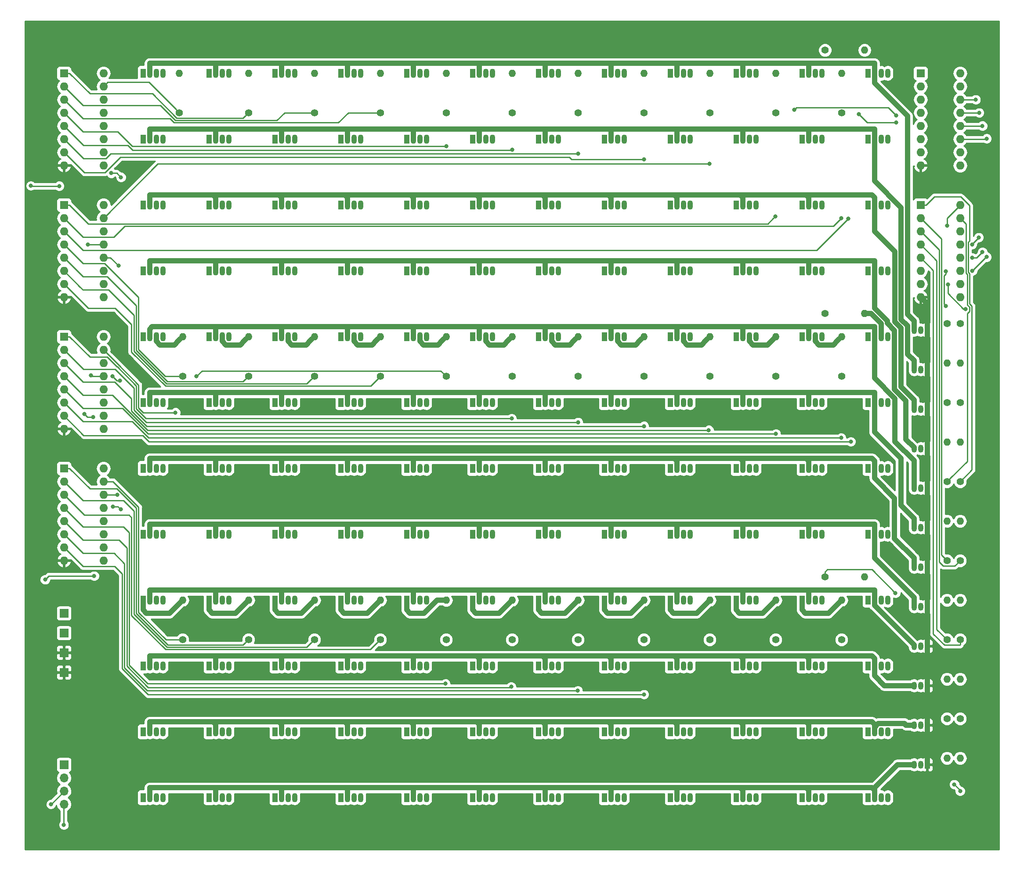
<source format=gbr>
G04 #@! TF.GenerationSoftware,KiCad,Pcbnew,5.0.2+dfsg1-1*
G04 #@! TF.CreationDate,2020-11-23T14:49:08-07:00*
G04 #@! TF.ProjectId,BattleshipLED,42617474-6c65-4736-9869-704c45442e6b,rev?*
G04 #@! TF.SameCoordinates,Original*
G04 #@! TF.FileFunction,Copper,L2,Bot*
G04 #@! TF.FilePolarity,Positive*
%FSLAX46Y46*%
G04 Gerber Fmt 4.6, Leading zero omitted, Abs format (unit mm)*
G04 Created by KiCad (PCBNEW 5.0.2+dfsg1-1) date Mon 23 Nov 2020 02:49:08 PM MST*
%MOMM*%
%LPD*%
G01*
G04 APERTURE LIST*
G04 #@! TA.AperFunction,ComponentPad*
%ADD10C,1.400000*%
G04 #@! TD*
G04 #@! TA.AperFunction,ComponentPad*
%ADD11O,1.400000X1.400000*%
G04 #@! TD*
G04 #@! TA.AperFunction,ComponentPad*
%ADD12R,1.070000X1.800000*%
G04 #@! TD*
G04 #@! TA.AperFunction,ComponentPad*
%ADD13O,1.070000X1.800000*%
G04 #@! TD*
G04 #@! TA.AperFunction,ComponentPad*
%ADD14R,1.700000X1.700000*%
G04 #@! TD*
G04 #@! TA.AperFunction,ComponentPad*
%ADD15O,1.700000X1.700000*%
G04 #@! TD*
G04 #@! TA.AperFunction,ComponentPad*
%ADD16R,1.050000X1.500000*%
G04 #@! TD*
G04 #@! TA.AperFunction,ComponentPad*
%ADD17O,1.050000X1.500000*%
G04 #@! TD*
G04 #@! TA.AperFunction,ComponentPad*
%ADD18O,1.600000X1.600000*%
G04 #@! TD*
G04 #@! TA.AperFunction,ComponentPad*
%ADD19R,1.600000X1.600000*%
G04 #@! TD*
G04 #@! TA.AperFunction,ViaPad*
%ADD20C,0.800000*%
G04 #@! TD*
G04 #@! TA.AperFunction,Conductor*
%ADD21C,1.000000*%
G04 #@! TD*
G04 #@! TA.AperFunction,Conductor*
%ADD22C,0.250000*%
G04 #@! TD*
G04 #@! TA.AperFunction,Conductor*
%ADD23C,0.254000*%
G04 #@! TD*
G04 APERTURE END LIST*
D10*
G04 #@! TO.P,R53,1*
G04 #@! TO.N,Net-(R53-Pad1)*
X205105000Y-71755000D03*
D11*
G04 #@! TO.P,R53,2*
G04 #@! TO.N,/GA12*
X212725000Y-71755000D03*
G04 #@! TD*
D12*
G04 #@! TO.P,D60,1*
G04 #@! TO.N,/BA12*
X213360000Y-76200000D03*
D13*
G04 #@! TO.P,D60,2*
G04 #@! TO.N,/K5*
X214630000Y-76200000D03*
G04 #@! TO.P,D60,3*
G04 #@! TO.N,/GA12*
X215900000Y-76200000D03*
G04 #@! TO.P,D60,4*
G04 #@! TO.N,/RA12*
X217170000Y-76200000D03*
G04 #@! TD*
D12*
G04 #@! TO.P,D47,1*
G04 #@! TO.N,/BA11*
X200660000Y-63500000D03*
D13*
G04 #@! TO.P,D47,2*
G04 #@! TO.N,/K4*
X201930000Y-63500000D03*
G04 #@! TO.P,D47,3*
G04 #@! TO.N,/GA11*
X203200000Y-63500000D03*
G04 #@! TO.P,D47,4*
G04 #@! TO.N,/RA11*
X204470000Y-63500000D03*
G04 #@! TD*
D12*
G04 #@! TO.P,D1,1*
G04 #@! TO.N,/BA1*
X73660000Y-25400000D03*
D13*
G04 #@! TO.P,D1,2*
G04 #@! TO.N,/K1*
X74930000Y-25400000D03*
G04 #@! TO.P,D1,3*
G04 #@! TO.N,/GA1*
X76200000Y-25400000D03*
G04 #@! TO.P,D1,4*
G04 #@! TO.N,/RA1*
X77470000Y-25400000D03*
G04 #@! TD*
G04 #@! TO.P,D2,4*
G04 #@! TO.N,/RA2*
X90170000Y-25400000D03*
G04 #@! TO.P,D2,3*
G04 #@! TO.N,/GA2*
X88900000Y-25400000D03*
G04 #@! TO.P,D2,2*
G04 #@! TO.N,/K1*
X87630000Y-25400000D03*
D12*
G04 #@! TO.P,D2,1*
G04 #@! TO.N,/BA2*
X86360000Y-25400000D03*
G04 #@! TD*
D13*
G04 #@! TO.P,D3,4*
G04 #@! TO.N,/RA3*
X102870000Y-25400000D03*
G04 #@! TO.P,D3,3*
G04 #@! TO.N,/GA3*
X101600000Y-25400000D03*
G04 #@! TO.P,D3,2*
G04 #@! TO.N,/K1*
X100330000Y-25400000D03*
D12*
G04 #@! TO.P,D3,1*
G04 #@! TO.N,/BA3*
X99060000Y-25400000D03*
G04 #@! TD*
G04 #@! TO.P,D4,1*
G04 #@! TO.N,/BA4*
X111760000Y-25400000D03*
D13*
G04 #@! TO.P,D4,2*
G04 #@! TO.N,/K1*
X113030000Y-25400000D03*
G04 #@! TO.P,D4,3*
G04 #@! TO.N,/GA4*
X114300000Y-25400000D03*
G04 #@! TO.P,D4,4*
G04 #@! TO.N,/RA4*
X115570000Y-25400000D03*
G04 #@! TD*
G04 #@! TO.P,D5,4*
G04 #@! TO.N,/RA5*
X128270000Y-25400000D03*
G04 #@! TO.P,D5,3*
G04 #@! TO.N,/GA5*
X127000000Y-25400000D03*
G04 #@! TO.P,D5,2*
G04 #@! TO.N,/K1*
X125730000Y-25400000D03*
D12*
G04 #@! TO.P,D5,1*
G04 #@! TO.N,/BA5*
X124460000Y-25400000D03*
G04 #@! TD*
G04 #@! TO.P,D6,1*
G04 #@! TO.N,/BA6*
X137160000Y-25400000D03*
D13*
G04 #@! TO.P,D6,2*
G04 #@! TO.N,/K1*
X138430000Y-25400000D03*
G04 #@! TO.P,D6,3*
G04 #@! TO.N,/GA6*
X139700000Y-25400000D03*
G04 #@! TO.P,D6,4*
G04 #@! TO.N,/RA6*
X140970000Y-25400000D03*
G04 #@! TD*
G04 #@! TO.P,D7,4*
G04 #@! TO.N,/RA7*
X153670000Y-25400000D03*
G04 #@! TO.P,D7,3*
G04 #@! TO.N,/GA7*
X152400000Y-25400000D03*
G04 #@! TO.P,D7,2*
G04 #@! TO.N,/K1*
X151130000Y-25400000D03*
D12*
G04 #@! TO.P,D7,1*
G04 #@! TO.N,/BA7*
X149860000Y-25400000D03*
G04 #@! TD*
G04 #@! TO.P,D8,1*
G04 #@! TO.N,/BA8*
X162560000Y-25400000D03*
D13*
G04 #@! TO.P,D8,2*
G04 #@! TO.N,/K1*
X163830000Y-25400000D03*
G04 #@! TO.P,D8,3*
G04 #@! TO.N,/GA8*
X165100000Y-25400000D03*
G04 #@! TO.P,D8,4*
G04 #@! TO.N,/RA8*
X166370000Y-25400000D03*
G04 #@! TD*
G04 #@! TO.P,D9,4*
G04 #@! TO.N,/RA9*
X179070000Y-25400000D03*
G04 #@! TO.P,D9,3*
G04 #@! TO.N,/GA9*
X177800000Y-25400000D03*
G04 #@! TO.P,D9,2*
G04 #@! TO.N,/K1*
X176530000Y-25400000D03*
D12*
G04 #@! TO.P,D9,1*
G04 #@! TO.N,/BA9*
X175260000Y-25400000D03*
G04 #@! TD*
D13*
G04 #@! TO.P,D10,4*
G04 #@! TO.N,/RA10*
X191770000Y-25400000D03*
G04 #@! TO.P,D10,3*
G04 #@! TO.N,/GA10*
X190500000Y-25400000D03*
G04 #@! TO.P,D10,2*
G04 #@! TO.N,/K1*
X189230000Y-25400000D03*
D12*
G04 #@! TO.P,D10,1*
G04 #@! TO.N,/BA10*
X187960000Y-25400000D03*
G04 #@! TD*
G04 #@! TO.P,D11,1*
G04 #@! TO.N,/BA11*
X200660000Y-25400000D03*
D13*
G04 #@! TO.P,D11,2*
G04 #@! TO.N,/K1*
X201930000Y-25400000D03*
G04 #@! TO.P,D11,3*
G04 #@! TO.N,/GA11*
X203200000Y-25400000D03*
G04 #@! TO.P,D11,4*
G04 #@! TO.N,/RA11*
X204470000Y-25400000D03*
G04 #@! TD*
G04 #@! TO.P,D12,4*
G04 #@! TO.N,/RA12*
X217170000Y-25400000D03*
G04 #@! TO.P,D12,3*
G04 #@! TO.N,/GA12*
X215900000Y-25400000D03*
G04 #@! TO.P,D12,2*
G04 #@! TO.N,/K1*
X214630000Y-25400000D03*
D12*
G04 #@! TO.P,D12,1*
G04 #@! TO.N,/BA12*
X213360000Y-25400000D03*
G04 #@! TD*
D13*
G04 #@! TO.P,D13,4*
G04 #@! TO.N,/RA1*
X77470000Y-38100000D03*
G04 #@! TO.P,D13,3*
G04 #@! TO.N,/GA1*
X76200000Y-38100000D03*
G04 #@! TO.P,D13,2*
G04 #@! TO.N,/K2*
X74930000Y-38100000D03*
D12*
G04 #@! TO.P,D13,1*
G04 #@! TO.N,/BA1*
X73660000Y-38100000D03*
G04 #@! TD*
D13*
G04 #@! TO.P,D14,4*
G04 #@! TO.N,/RA2*
X90170000Y-38100000D03*
G04 #@! TO.P,D14,3*
G04 #@! TO.N,/GA2*
X88900000Y-38100000D03*
G04 #@! TO.P,D14,2*
G04 #@! TO.N,/K2*
X87630000Y-38100000D03*
D12*
G04 #@! TO.P,D14,1*
G04 #@! TO.N,/BA2*
X86360000Y-38100000D03*
G04 #@! TD*
D13*
G04 #@! TO.P,D15,4*
G04 #@! TO.N,/RA3*
X102870000Y-38100000D03*
G04 #@! TO.P,D15,3*
G04 #@! TO.N,/GA3*
X101600000Y-38100000D03*
G04 #@! TO.P,D15,2*
G04 #@! TO.N,/K2*
X100330000Y-38100000D03*
D12*
G04 #@! TO.P,D15,1*
G04 #@! TO.N,/BA3*
X99060000Y-38100000D03*
G04 #@! TD*
G04 #@! TO.P,D16,1*
G04 #@! TO.N,/BA4*
X111760000Y-38100000D03*
D13*
G04 #@! TO.P,D16,2*
G04 #@! TO.N,/K2*
X113030000Y-38100000D03*
G04 #@! TO.P,D16,3*
G04 #@! TO.N,/GA4*
X114300000Y-38100000D03*
G04 #@! TO.P,D16,4*
G04 #@! TO.N,/RA4*
X115570000Y-38100000D03*
G04 #@! TD*
G04 #@! TO.P,D17,4*
G04 #@! TO.N,/RA5*
X128270000Y-38100000D03*
G04 #@! TO.P,D17,3*
G04 #@! TO.N,/GA5*
X127000000Y-38100000D03*
G04 #@! TO.P,D17,2*
G04 #@! TO.N,/K2*
X125730000Y-38100000D03*
D12*
G04 #@! TO.P,D17,1*
G04 #@! TO.N,/BA5*
X124460000Y-38100000D03*
G04 #@! TD*
G04 #@! TO.P,D18,1*
G04 #@! TO.N,/BA6*
X137160000Y-38100000D03*
D13*
G04 #@! TO.P,D18,2*
G04 #@! TO.N,/K2*
X138430000Y-38100000D03*
G04 #@! TO.P,D18,3*
G04 #@! TO.N,/GA6*
X139700000Y-38100000D03*
G04 #@! TO.P,D18,4*
G04 #@! TO.N,/RA6*
X140970000Y-38100000D03*
G04 #@! TD*
G04 #@! TO.P,D19,4*
G04 #@! TO.N,/RA7*
X153670000Y-38100000D03*
G04 #@! TO.P,D19,3*
G04 #@! TO.N,/GA7*
X152400000Y-38100000D03*
G04 #@! TO.P,D19,2*
G04 #@! TO.N,/K2*
X151130000Y-38100000D03*
D12*
G04 #@! TO.P,D19,1*
G04 #@! TO.N,/BA7*
X149860000Y-38100000D03*
G04 #@! TD*
G04 #@! TO.P,D20,1*
G04 #@! TO.N,/BA8*
X162560000Y-38100000D03*
D13*
G04 #@! TO.P,D20,2*
G04 #@! TO.N,/K2*
X163830000Y-38100000D03*
G04 #@! TO.P,D20,3*
G04 #@! TO.N,/GA8*
X165100000Y-38100000D03*
G04 #@! TO.P,D20,4*
G04 #@! TO.N,/RA8*
X166370000Y-38100000D03*
G04 #@! TD*
D12*
G04 #@! TO.P,D21,1*
G04 #@! TO.N,/BA9*
X175260000Y-38100000D03*
D13*
G04 #@! TO.P,D21,2*
G04 #@! TO.N,/K2*
X176530000Y-38100000D03*
G04 #@! TO.P,D21,3*
G04 #@! TO.N,/GA9*
X177800000Y-38100000D03*
G04 #@! TO.P,D21,4*
G04 #@! TO.N,/RA9*
X179070000Y-38100000D03*
G04 #@! TD*
G04 #@! TO.P,D22,4*
G04 #@! TO.N,/RA10*
X191770000Y-38100000D03*
G04 #@! TO.P,D22,3*
G04 #@! TO.N,/GA10*
X190500000Y-38100000D03*
G04 #@! TO.P,D22,2*
G04 #@! TO.N,/K2*
X189230000Y-38100000D03*
D12*
G04 #@! TO.P,D22,1*
G04 #@! TO.N,/BA10*
X187960000Y-38100000D03*
G04 #@! TD*
G04 #@! TO.P,D23,1*
G04 #@! TO.N,/BA11*
X200660000Y-38100000D03*
D13*
G04 #@! TO.P,D23,2*
G04 #@! TO.N,/K2*
X201930000Y-38100000D03*
G04 #@! TO.P,D23,3*
G04 #@! TO.N,/GA11*
X203200000Y-38100000D03*
G04 #@! TO.P,D23,4*
G04 #@! TO.N,/RA11*
X204470000Y-38100000D03*
G04 #@! TD*
D12*
G04 #@! TO.P,D24,1*
G04 #@! TO.N,/BA12*
X213360000Y-38100000D03*
D13*
G04 #@! TO.P,D24,2*
G04 #@! TO.N,/K2*
X214630000Y-38100000D03*
G04 #@! TO.P,D24,3*
G04 #@! TO.N,/GA12*
X215900000Y-38100000D03*
G04 #@! TO.P,D24,4*
G04 #@! TO.N,/RA12*
X217170000Y-38100000D03*
G04 #@! TD*
D12*
G04 #@! TO.P,D25,1*
G04 #@! TO.N,/BA1*
X73660000Y-50800000D03*
D13*
G04 #@! TO.P,D25,2*
G04 #@! TO.N,/K3*
X74930000Y-50800000D03*
G04 #@! TO.P,D25,3*
G04 #@! TO.N,/GA1*
X76200000Y-50800000D03*
G04 #@! TO.P,D25,4*
G04 #@! TO.N,/RA1*
X77470000Y-50800000D03*
G04 #@! TD*
G04 #@! TO.P,D26,4*
G04 #@! TO.N,/RA2*
X90170000Y-50800000D03*
G04 #@! TO.P,D26,3*
G04 #@! TO.N,/GA2*
X88900000Y-50800000D03*
G04 #@! TO.P,D26,2*
G04 #@! TO.N,/K3*
X87630000Y-50800000D03*
D12*
G04 #@! TO.P,D26,1*
G04 #@! TO.N,/BA2*
X86360000Y-50800000D03*
G04 #@! TD*
D13*
G04 #@! TO.P,D27,4*
G04 #@! TO.N,/RA3*
X102870000Y-50800000D03*
G04 #@! TO.P,D27,3*
G04 #@! TO.N,/GA3*
X101600000Y-50800000D03*
G04 #@! TO.P,D27,2*
G04 #@! TO.N,/K3*
X100330000Y-50800000D03*
D12*
G04 #@! TO.P,D27,1*
G04 #@! TO.N,/BA3*
X99060000Y-50800000D03*
G04 #@! TD*
G04 #@! TO.P,D28,1*
G04 #@! TO.N,/BA4*
X111760000Y-50800000D03*
D13*
G04 #@! TO.P,D28,2*
G04 #@! TO.N,/K3*
X113030000Y-50800000D03*
G04 #@! TO.P,D28,3*
G04 #@! TO.N,/GA4*
X114300000Y-50800000D03*
G04 #@! TO.P,D28,4*
G04 #@! TO.N,/RA4*
X115570000Y-50800000D03*
G04 #@! TD*
D12*
G04 #@! TO.P,D29,1*
G04 #@! TO.N,/BA5*
X124460000Y-50800000D03*
D13*
G04 #@! TO.P,D29,2*
G04 #@! TO.N,/K3*
X125730000Y-50800000D03*
G04 #@! TO.P,D29,3*
G04 #@! TO.N,/GA5*
X127000000Y-50800000D03*
G04 #@! TO.P,D29,4*
G04 #@! TO.N,/RA5*
X128270000Y-50800000D03*
G04 #@! TD*
D12*
G04 #@! TO.P,D30,1*
G04 #@! TO.N,/BA6*
X137160000Y-50800000D03*
D13*
G04 #@! TO.P,D30,2*
G04 #@! TO.N,/K3*
X138430000Y-50800000D03*
G04 #@! TO.P,D30,3*
G04 #@! TO.N,/GA6*
X139700000Y-50800000D03*
G04 #@! TO.P,D30,4*
G04 #@! TO.N,/RA6*
X140970000Y-50800000D03*
G04 #@! TD*
G04 #@! TO.P,D31,4*
G04 #@! TO.N,/RA7*
X153670000Y-50800000D03*
G04 #@! TO.P,D31,3*
G04 #@! TO.N,/GA7*
X152400000Y-50800000D03*
G04 #@! TO.P,D31,2*
G04 #@! TO.N,/K3*
X151130000Y-50800000D03*
D12*
G04 #@! TO.P,D31,1*
G04 #@! TO.N,/BA7*
X149860000Y-50800000D03*
G04 #@! TD*
G04 #@! TO.P,D32,1*
G04 #@! TO.N,/BA8*
X162560000Y-50800000D03*
D13*
G04 #@! TO.P,D32,2*
G04 #@! TO.N,/K3*
X163830000Y-50800000D03*
G04 #@! TO.P,D32,3*
G04 #@! TO.N,/GA8*
X165100000Y-50800000D03*
G04 #@! TO.P,D32,4*
G04 #@! TO.N,/RA8*
X166370000Y-50800000D03*
G04 #@! TD*
D12*
G04 #@! TO.P,D33,1*
G04 #@! TO.N,/BA9*
X175260000Y-50800000D03*
D13*
G04 #@! TO.P,D33,2*
G04 #@! TO.N,/K3*
X176530000Y-50800000D03*
G04 #@! TO.P,D33,3*
G04 #@! TO.N,/GA9*
X177800000Y-50800000D03*
G04 #@! TO.P,D33,4*
G04 #@! TO.N,/RA9*
X179070000Y-50800000D03*
G04 #@! TD*
G04 #@! TO.P,D34,4*
G04 #@! TO.N,/RA10*
X191770000Y-50800000D03*
G04 #@! TO.P,D34,3*
G04 #@! TO.N,/GA10*
X190500000Y-50800000D03*
G04 #@! TO.P,D34,2*
G04 #@! TO.N,/K3*
X189230000Y-50800000D03*
D12*
G04 #@! TO.P,D34,1*
G04 #@! TO.N,/BA10*
X187960000Y-50800000D03*
G04 #@! TD*
G04 #@! TO.P,D35,1*
G04 #@! TO.N,/BA11*
X200660000Y-50800000D03*
D13*
G04 #@! TO.P,D35,2*
G04 #@! TO.N,/K3*
X201930000Y-50800000D03*
G04 #@! TO.P,D35,3*
G04 #@! TO.N,/GA11*
X203200000Y-50800000D03*
G04 #@! TO.P,D35,4*
G04 #@! TO.N,/RA11*
X204470000Y-50800000D03*
G04 #@! TD*
G04 #@! TO.P,D36,4*
G04 #@! TO.N,/RA12*
X217170000Y-50800000D03*
G04 #@! TO.P,D36,3*
G04 #@! TO.N,/GA12*
X215900000Y-50800000D03*
G04 #@! TO.P,D36,2*
G04 #@! TO.N,/K3*
X214630000Y-50800000D03*
D12*
G04 #@! TO.P,D36,1*
G04 #@! TO.N,/BA12*
X213360000Y-50800000D03*
G04 #@! TD*
G04 #@! TO.P,D37,1*
G04 #@! TO.N,/BA1*
X73660000Y-63500000D03*
D13*
G04 #@! TO.P,D37,2*
G04 #@! TO.N,/K4*
X74930000Y-63500000D03*
G04 #@! TO.P,D37,3*
G04 #@! TO.N,/GA1*
X76200000Y-63500000D03*
G04 #@! TO.P,D37,4*
G04 #@! TO.N,/RA1*
X77470000Y-63500000D03*
G04 #@! TD*
G04 #@! TO.P,D38,4*
G04 #@! TO.N,/RA2*
X90170000Y-63500000D03*
G04 #@! TO.P,D38,3*
G04 #@! TO.N,/GA2*
X88900000Y-63500000D03*
G04 #@! TO.P,D38,2*
G04 #@! TO.N,/K4*
X87630000Y-63500000D03*
D12*
G04 #@! TO.P,D38,1*
G04 #@! TO.N,/BA2*
X86360000Y-63500000D03*
G04 #@! TD*
D13*
G04 #@! TO.P,D39,4*
G04 #@! TO.N,/RA3*
X102870000Y-63500000D03*
G04 #@! TO.P,D39,3*
G04 #@! TO.N,/GA3*
X101600000Y-63500000D03*
G04 #@! TO.P,D39,2*
G04 #@! TO.N,/K4*
X100330000Y-63500000D03*
D12*
G04 #@! TO.P,D39,1*
G04 #@! TO.N,/BA3*
X99060000Y-63500000D03*
G04 #@! TD*
G04 #@! TO.P,D40,1*
G04 #@! TO.N,/BA4*
X111760000Y-63500000D03*
D13*
G04 #@! TO.P,D40,2*
G04 #@! TO.N,/K4*
X113030000Y-63500000D03*
G04 #@! TO.P,D40,3*
G04 #@! TO.N,/GA4*
X114300000Y-63500000D03*
G04 #@! TO.P,D40,4*
G04 #@! TO.N,/RA4*
X115570000Y-63500000D03*
G04 #@! TD*
G04 #@! TO.P,D41,4*
G04 #@! TO.N,/RA5*
X128270000Y-63500000D03*
G04 #@! TO.P,D41,3*
G04 #@! TO.N,/GA5*
X127000000Y-63500000D03*
G04 #@! TO.P,D41,2*
G04 #@! TO.N,/K4*
X125730000Y-63500000D03*
D12*
G04 #@! TO.P,D41,1*
G04 #@! TO.N,/BA5*
X124460000Y-63500000D03*
G04 #@! TD*
G04 #@! TO.P,D42,1*
G04 #@! TO.N,/BA6*
X137160000Y-63500000D03*
D13*
G04 #@! TO.P,D42,2*
G04 #@! TO.N,/K4*
X138430000Y-63500000D03*
G04 #@! TO.P,D42,3*
G04 #@! TO.N,/GA6*
X139700000Y-63500000D03*
G04 #@! TO.P,D42,4*
G04 #@! TO.N,/RA6*
X140970000Y-63500000D03*
G04 #@! TD*
G04 #@! TO.P,D43,4*
G04 #@! TO.N,/RA7*
X153670000Y-63500000D03*
G04 #@! TO.P,D43,3*
G04 #@! TO.N,/GA7*
X152400000Y-63500000D03*
G04 #@! TO.P,D43,2*
G04 #@! TO.N,/K4*
X151130000Y-63500000D03*
D12*
G04 #@! TO.P,D43,1*
G04 #@! TO.N,/BA7*
X149860000Y-63500000D03*
G04 #@! TD*
G04 #@! TO.P,D44,1*
G04 #@! TO.N,/BA8*
X162560000Y-63500000D03*
D13*
G04 #@! TO.P,D44,2*
G04 #@! TO.N,/K4*
X163830000Y-63500000D03*
G04 #@! TO.P,D44,3*
G04 #@! TO.N,/GA8*
X165100000Y-63500000D03*
G04 #@! TO.P,D44,4*
G04 #@! TO.N,/RA8*
X166370000Y-63500000D03*
G04 #@! TD*
G04 #@! TO.P,D45,4*
G04 #@! TO.N,/RA9*
X179070000Y-63500000D03*
G04 #@! TO.P,D45,3*
G04 #@! TO.N,/GA9*
X177800000Y-63500000D03*
G04 #@! TO.P,D45,2*
G04 #@! TO.N,/K4*
X176530000Y-63500000D03*
D12*
G04 #@! TO.P,D45,1*
G04 #@! TO.N,/BA9*
X175260000Y-63500000D03*
G04 #@! TD*
G04 #@! TO.P,D46,1*
G04 #@! TO.N,/BA10*
X187960000Y-63500000D03*
D13*
G04 #@! TO.P,D46,2*
G04 #@! TO.N,/K4*
X189230000Y-63500000D03*
G04 #@! TO.P,D46,3*
G04 #@! TO.N,/GA10*
X190500000Y-63500000D03*
G04 #@! TO.P,D46,4*
G04 #@! TO.N,/RA10*
X191770000Y-63500000D03*
G04 #@! TD*
G04 #@! TO.P,D48,4*
G04 #@! TO.N,/RA12*
X217170000Y-63500000D03*
G04 #@! TO.P,D48,3*
G04 #@! TO.N,/GA12*
X215900000Y-63500000D03*
G04 #@! TO.P,D48,2*
G04 #@! TO.N,/K4*
X214630000Y-63500000D03*
D12*
G04 #@! TO.P,D48,1*
G04 #@! TO.N,/BA12*
X213360000Y-63500000D03*
G04 #@! TD*
D13*
G04 #@! TO.P,D49,4*
G04 #@! TO.N,/RA1*
X77470000Y-76200000D03*
G04 #@! TO.P,D49,3*
G04 #@! TO.N,/GA1*
X76200000Y-76200000D03*
G04 #@! TO.P,D49,2*
G04 #@! TO.N,/K5*
X74930000Y-76200000D03*
D12*
G04 #@! TO.P,D49,1*
G04 #@! TO.N,/BA1*
X73660000Y-76200000D03*
G04 #@! TD*
D13*
G04 #@! TO.P,D50,4*
G04 #@! TO.N,/RA2*
X90170000Y-76200000D03*
G04 #@! TO.P,D50,3*
G04 #@! TO.N,/GA2*
X88900000Y-76200000D03*
G04 #@! TO.P,D50,2*
G04 #@! TO.N,/K5*
X87630000Y-76200000D03*
D12*
G04 #@! TO.P,D50,1*
G04 #@! TO.N,/BA2*
X86360000Y-76200000D03*
G04 #@! TD*
D13*
G04 #@! TO.P,D51,4*
G04 #@! TO.N,/RA3*
X102870000Y-76200000D03*
G04 #@! TO.P,D51,3*
G04 #@! TO.N,/GA3*
X101600000Y-76200000D03*
G04 #@! TO.P,D51,2*
G04 #@! TO.N,/K5*
X100330000Y-76200000D03*
D12*
G04 #@! TO.P,D51,1*
G04 #@! TO.N,/BA3*
X99060000Y-76200000D03*
G04 #@! TD*
G04 #@! TO.P,D52,1*
G04 #@! TO.N,/BA4*
X111760000Y-76200000D03*
D13*
G04 #@! TO.P,D52,2*
G04 #@! TO.N,/K5*
X113030000Y-76200000D03*
G04 #@! TO.P,D52,3*
G04 #@! TO.N,/GA4*
X114300000Y-76200000D03*
G04 #@! TO.P,D52,4*
G04 #@! TO.N,/RA4*
X115570000Y-76200000D03*
G04 #@! TD*
G04 #@! TO.P,D53,4*
G04 #@! TO.N,/RA5*
X128270000Y-76200000D03*
G04 #@! TO.P,D53,3*
G04 #@! TO.N,/GA5*
X127000000Y-76200000D03*
G04 #@! TO.P,D53,2*
G04 #@! TO.N,/K5*
X125730000Y-76200000D03*
D12*
G04 #@! TO.P,D53,1*
G04 #@! TO.N,/BA5*
X124460000Y-76200000D03*
G04 #@! TD*
G04 #@! TO.P,D54,1*
G04 #@! TO.N,/BA6*
X137160000Y-76200000D03*
D13*
G04 #@! TO.P,D54,2*
G04 #@! TO.N,/K5*
X138430000Y-76200000D03*
G04 #@! TO.P,D54,3*
G04 #@! TO.N,/GA6*
X139700000Y-76200000D03*
G04 #@! TO.P,D54,4*
G04 #@! TO.N,/RA6*
X140970000Y-76200000D03*
G04 #@! TD*
G04 #@! TO.P,D55,4*
G04 #@! TO.N,/RA7*
X153670000Y-76200000D03*
G04 #@! TO.P,D55,3*
G04 #@! TO.N,/GA7*
X152400000Y-76200000D03*
G04 #@! TO.P,D55,2*
G04 #@! TO.N,/K5*
X151130000Y-76200000D03*
D12*
G04 #@! TO.P,D55,1*
G04 #@! TO.N,/BA7*
X149860000Y-76200000D03*
G04 #@! TD*
G04 #@! TO.P,D56,1*
G04 #@! TO.N,/BA8*
X162560000Y-76200000D03*
D13*
G04 #@! TO.P,D56,2*
G04 #@! TO.N,/K5*
X163830000Y-76200000D03*
G04 #@! TO.P,D56,3*
G04 #@! TO.N,/GA8*
X165100000Y-76200000D03*
G04 #@! TO.P,D56,4*
G04 #@! TO.N,/RA8*
X166370000Y-76200000D03*
G04 #@! TD*
D12*
G04 #@! TO.P,D57,1*
G04 #@! TO.N,/BA9*
X175260000Y-76200000D03*
D13*
G04 #@! TO.P,D57,2*
G04 #@! TO.N,/K5*
X176530000Y-76200000D03*
G04 #@! TO.P,D57,3*
G04 #@! TO.N,/GA9*
X177800000Y-76200000D03*
G04 #@! TO.P,D57,4*
G04 #@! TO.N,/RA9*
X179070000Y-76200000D03*
G04 #@! TD*
G04 #@! TO.P,D58,4*
G04 #@! TO.N,/RA10*
X191770000Y-76200000D03*
G04 #@! TO.P,D58,3*
G04 #@! TO.N,/GA10*
X190500000Y-76200000D03*
G04 #@! TO.P,D58,2*
G04 #@! TO.N,/K5*
X189230000Y-76200000D03*
D12*
G04 #@! TO.P,D58,1*
G04 #@! TO.N,/BA10*
X187960000Y-76200000D03*
G04 #@! TD*
G04 #@! TO.P,D59,1*
G04 #@! TO.N,/BA11*
X200660000Y-76200000D03*
D13*
G04 #@! TO.P,D59,2*
G04 #@! TO.N,/K5*
X201930000Y-76200000D03*
G04 #@! TO.P,D59,3*
G04 #@! TO.N,/GA11*
X203200000Y-76200000D03*
G04 #@! TO.P,D59,4*
G04 #@! TO.N,/RA11*
X204470000Y-76200000D03*
G04 #@! TD*
D12*
G04 #@! TO.P,D61,1*
G04 #@! TO.N,/BA1*
X73660000Y-88900000D03*
D13*
G04 #@! TO.P,D61,2*
G04 #@! TO.N,/K6*
X74930000Y-88900000D03*
G04 #@! TO.P,D61,3*
G04 #@! TO.N,/GA1*
X76200000Y-88900000D03*
G04 #@! TO.P,D61,4*
G04 #@! TO.N,/RA1*
X77470000Y-88900000D03*
G04 #@! TD*
G04 #@! TO.P,D62,4*
G04 #@! TO.N,/RA2*
X90170000Y-88900000D03*
G04 #@! TO.P,D62,3*
G04 #@! TO.N,/GA2*
X88900000Y-88900000D03*
G04 #@! TO.P,D62,2*
G04 #@! TO.N,/K6*
X87630000Y-88900000D03*
D12*
G04 #@! TO.P,D62,1*
G04 #@! TO.N,/BA2*
X86360000Y-88900000D03*
G04 #@! TD*
D13*
G04 #@! TO.P,D63,4*
G04 #@! TO.N,/RA3*
X102870000Y-88900000D03*
G04 #@! TO.P,D63,3*
G04 #@! TO.N,/GA3*
X101600000Y-88900000D03*
G04 #@! TO.P,D63,2*
G04 #@! TO.N,/K6*
X100330000Y-88900000D03*
D12*
G04 #@! TO.P,D63,1*
G04 #@! TO.N,/BA3*
X99060000Y-88900000D03*
G04 #@! TD*
G04 #@! TO.P,D64,1*
G04 #@! TO.N,/BA4*
X111760000Y-88900000D03*
D13*
G04 #@! TO.P,D64,2*
G04 #@! TO.N,/K6*
X113030000Y-88900000D03*
G04 #@! TO.P,D64,3*
G04 #@! TO.N,/GA4*
X114300000Y-88900000D03*
G04 #@! TO.P,D64,4*
G04 #@! TO.N,/RA4*
X115570000Y-88900000D03*
G04 #@! TD*
D12*
G04 #@! TO.P,D65,1*
G04 #@! TO.N,/BA5*
X124460000Y-88900000D03*
D13*
G04 #@! TO.P,D65,2*
G04 #@! TO.N,/K6*
X125730000Y-88900000D03*
G04 #@! TO.P,D65,3*
G04 #@! TO.N,/GA5*
X127000000Y-88900000D03*
G04 #@! TO.P,D65,4*
G04 #@! TO.N,/RA5*
X128270000Y-88900000D03*
G04 #@! TD*
D12*
G04 #@! TO.P,D66,1*
G04 #@! TO.N,/BA6*
X137160000Y-88900000D03*
D13*
G04 #@! TO.P,D66,2*
G04 #@! TO.N,/K6*
X138430000Y-88900000D03*
G04 #@! TO.P,D66,3*
G04 #@! TO.N,/GA6*
X139700000Y-88900000D03*
G04 #@! TO.P,D66,4*
G04 #@! TO.N,/RA6*
X140970000Y-88900000D03*
G04 #@! TD*
G04 #@! TO.P,D67,4*
G04 #@! TO.N,/RA7*
X153670000Y-88900000D03*
G04 #@! TO.P,D67,3*
G04 #@! TO.N,/GA7*
X152400000Y-88900000D03*
G04 #@! TO.P,D67,2*
G04 #@! TO.N,/K6*
X151130000Y-88900000D03*
D12*
G04 #@! TO.P,D67,1*
G04 #@! TO.N,/BA7*
X149860000Y-88900000D03*
G04 #@! TD*
G04 #@! TO.P,D68,1*
G04 #@! TO.N,/BA8*
X162560000Y-88900000D03*
D13*
G04 #@! TO.P,D68,2*
G04 #@! TO.N,/K6*
X163830000Y-88900000D03*
G04 #@! TO.P,D68,3*
G04 #@! TO.N,/GA8*
X165100000Y-88900000D03*
G04 #@! TO.P,D68,4*
G04 #@! TO.N,/RA8*
X166370000Y-88900000D03*
G04 #@! TD*
D12*
G04 #@! TO.P,D69,1*
G04 #@! TO.N,/BA9*
X175260000Y-88900000D03*
D13*
G04 #@! TO.P,D69,2*
G04 #@! TO.N,/K6*
X176530000Y-88900000D03*
G04 #@! TO.P,D69,3*
G04 #@! TO.N,/GA9*
X177800000Y-88900000D03*
G04 #@! TO.P,D69,4*
G04 #@! TO.N,/RA9*
X179070000Y-88900000D03*
G04 #@! TD*
G04 #@! TO.P,D70,4*
G04 #@! TO.N,/RA10*
X191770000Y-88900000D03*
G04 #@! TO.P,D70,3*
G04 #@! TO.N,/GA10*
X190500000Y-88900000D03*
G04 #@! TO.P,D70,2*
G04 #@! TO.N,/K6*
X189230000Y-88900000D03*
D12*
G04 #@! TO.P,D70,1*
G04 #@! TO.N,/BA10*
X187960000Y-88900000D03*
G04 #@! TD*
G04 #@! TO.P,D71,1*
G04 #@! TO.N,/BA11*
X200660000Y-88900000D03*
D13*
G04 #@! TO.P,D71,2*
G04 #@! TO.N,/K6*
X201930000Y-88900000D03*
G04 #@! TO.P,D71,3*
G04 #@! TO.N,/GA11*
X203200000Y-88900000D03*
G04 #@! TO.P,D71,4*
G04 #@! TO.N,/RA11*
X204470000Y-88900000D03*
G04 #@! TD*
G04 #@! TO.P,D72,4*
G04 #@! TO.N,/RA12*
X217170000Y-88900000D03*
G04 #@! TO.P,D72,3*
G04 #@! TO.N,/GA12*
X215900000Y-88900000D03*
G04 #@! TO.P,D72,2*
G04 #@! TO.N,/K6*
X214630000Y-88900000D03*
D12*
G04 #@! TO.P,D72,1*
G04 #@! TO.N,/BA12*
X213360000Y-88900000D03*
G04 #@! TD*
G04 #@! TO.P,D73,1*
G04 #@! TO.N,/BA1*
X73660000Y-101600000D03*
D13*
G04 #@! TO.P,D73,2*
G04 #@! TO.N,/K7*
X74930000Y-101600000D03*
G04 #@! TO.P,D73,3*
G04 #@! TO.N,/GA1*
X76200000Y-101600000D03*
G04 #@! TO.P,D73,4*
G04 #@! TO.N,/RA1*
X77470000Y-101600000D03*
G04 #@! TD*
G04 #@! TO.P,D74,4*
G04 #@! TO.N,/RA2*
X90170000Y-101600000D03*
G04 #@! TO.P,D74,3*
G04 #@! TO.N,/GA2*
X88900000Y-101600000D03*
G04 #@! TO.P,D74,2*
G04 #@! TO.N,/K7*
X87630000Y-101600000D03*
D12*
G04 #@! TO.P,D74,1*
G04 #@! TO.N,/BA2*
X86360000Y-101600000D03*
G04 #@! TD*
D13*
G04 #@! TO.P,D75,4*
G04 #@! TO.N,/RA3*
X102870000Y-101600000D03*
G04 #@! TO.P,D75,3*
G04 #@! TO.N,/GA3*
X101600000Y-101600000D03*
G04 #@! TO.P,D75,2*
G04 #@! TO.N,/K7*
X100330000Y-101600000D03*
D12*
G04 #@! TO.P,D75,1*
G04 #@! TO.N,/BA3*
X99060000Y-101600000D03*
G04 #@! TD*
G04 #@! TO.P,D76,1*
G04 #@! TO.N,/BA4*
X111760000Y-101600000D03*
D13*
G04 #@! TO.P,D76,2*
G04 #@! TO.N,/K7*
X113030000Y-101600000D03*
G04 #@! TO.P,D76,3*
G04 #@! TO.N,/GA4*
X114300000Y-101600000D03*
G04 #@! TO.P,D76,4*
G04 #@! TO.N,/RA4*
X115570000Y-101600000D03*
G04 #@! TD*
G04 #@! TO.P,D77,4*
G04 #@! TO.N,/RA5*
X128270000Y-101600000D03*
G04 #@! TO.P,D77,3*
G04 #@! TO.N,/GA5*
X127000000Y-101600000D03*
G04 #@! TO.P,D77,2*
G04 #@! TO.N,/K7*
X125730000Y-101600000D03*
D12*
G04 #@! TO.P,D77,1*
G04 #@! TO.N,/BA5*
X124460000Y-101600000D03*
G04 #@! TD*
G04 #@! TO.P,D78,1*
G04 #@! TO.N,/BA6*
X137160000Y-101600000D03*
D13*
G04 #@! TO.P,D78,2*
G04 #@! TO.N,/K7*
X138430000Y-101600000D03*
G04 #@! TO.P,D78,3*
G04 #@! TO.N,/GA6*
X139700000Y-101600000D03*
G04 #@! TO.P,D78,4*
G04 #@! TO.N,/RA6*
X140970000Y-101600000D03*
G04 #@! TD*
G04 #@! TO.P,D79,4*
G04 #@! TO.N,/RA7*
X153670000Y-101600000D03*
G04 #@! TO.P,D79,3*
G04 #@! TO.N,/GA7*
X152400000Y-101600000D03*
G04 #@! TO.P,D79,2*
G04 #@! TO.N,/K7*
X151130000Y-101600000D03*
D12*
G04 #@! TO.P,D79,1*
G04 #@! TO.N,/BA7*
X149860000Y-101600000D03*
G04 #@! TD*
G04 #@! TO.P,D80,1*
G04 #@! TO.N,/BA8*
X162560000Y-101600000D03*
D13*
G04 #@! TO.P,D80,2*
G04 #@! TO.N,/K7*
X163830000Y-101600000D03*
G04 #@! TO.P,D80,3*
G04 #@! TO.N,/GA8*
X165100000Y-101600000D03*
G04 #@! TO.P,D80,4*
G04 #@! TO.N,/RA8*
X166370000Y-101600000D03*
G04 #@! TD*
G04 #@! TO.P,D81,4*
G04 #@! TO.N,/RA9*
X179070000Y-101600000D03*
G04 #@! TO.P,D81,3*
G04 #@! TO.N,/GA9*
X177800000Y-101600000D03*
G04 #@! TO.P,D81,2*
G04 #@! TO.N,/K7*
X176530000Y-101600000D03*
D12*
G04 #@! TO.P,D81,1*
G04 #@! TO.N,/BA9*
X175260000Y-101600000D03*
G04 #@! TD*
D13*
G04 #@! TO.P,D82,4*
G04 #@! TO.N,/RA10*
X191770000Y-101600000D03*
G04 #@! TO.P,D82,3*
G04 #@! TO.N,/GA10*
X190500000Y-101600000D03*
G04 #@! TO.P,D82,2*
G04 #@! TO.N,/K7*
X189230000Y-101600000D03*
D12*
G04 #@! TO.P,D82,1*
G04 #@! TO.N,/BA10*
X187960000Y-101600000D03*
G04 #@! TD*
G04 #@! TO.P,D83,1*
G04 #@! TO.N,/BA11*
X200660000Y-101600000D03*
D13*
G04 #@! TO.P,D83,2*
G04 #@! TO.N,/K7*
X201930000Y-101600000D03*
G04 #@! TO.P,D83,3*
G04 #@! TO.N,/GA11*
X203200000Y-101600000D03*
G04 #@! TO.P,D83,4*
G04 #@! TO.N,/RA11*
X204470000Y-101600000D03*
G04 #@! TD*
G04 #@! TO.P,D84,4*
G04 #@! TO.N,/RA12*
X217170000Y-101600000D03*
G04 #@! TO.P,D84,3*
G04 #@! TO.N,/GA12*
X215900000Y-101600000D03*
G04 #@! TO.P,D84,2*
G04 #@! TO.N,/K7*
X214630000Y-101600000D03*
D12*
G04 #@! TO.P,D84,1*
G04 #@! TO.N,/BA12*
X213360000Y-101600000D03*
G04 #@! TD*
D13*
G04 #@! TO.P,D85,4*
G04 #@! TO.N,/RA1*
X77470000Y-114300000D03*
G04 #@! TO.P,D85,3*
G04 #@! TO.N,/GA1*
X76200000Y-114300000D03*
G04 #@! TO.P,D85,2*
G04 #@! TO.N,/K8*
X74930000Y-114300000D03*
D12*
G04 #@! TO.P,D85,1*
G04 #@! TO.N,/BA1*
X73660000Y-114300000D03*
G04 #@! TD*
D13*
G04 #@! TO.P,D86,4*
G04 #@! TO.N,/RA2*
X90170000Y-114300000D03*
G04 #@! TO.P,D86,3*
G04 #@! TO.N,/GA2*
X88900000Y-114300000D03*
G04 #@! TO.P,D86,2*
G04 #@! TO.N,/K8*
X87630000Y-114300000D03*
D12*
G04 #@! TO.P,D86,1*
G04 #@! TO.N,/BA2*
X86360000Y-114300000D03*
G04 #@! TD*
D13*
G04 #@! TO.P,D87,4*
G04 #@! TO.N,/RA3*
X102870000Y-114300000D03*
G04 #@! TO.P,D87,3*
G04 #@! TO.N,/GA3*
X101600000Y-114300000D03*
G04 #@! TO.P,D87,2*
G04 #@! TO.N,/K8*
X100330000Y-114300000D03*
D12*
G04 #@! TO.P,D87,1*
G04 #@! TO.N,/BA3*
X99060000Y-114300000D03*
G04 #@! TD*
G04 #@! TO.P,D88,1*
G04 #@! TO.N,/BA4*
X111760000Y-114300000D03*
D13*
G04 #@! TO.P,D88,2*
G04 #@! TO.N,/K8*
X113030000Y-114300000D03*
G04 #@! TO.P,D88,3*
G04 #@! TO.N,/GA4*
X114300000Y-114300000D03*
G04 #@! TO.P,D88,4*
G04 #@! TO.N,/RA4*
X115570000Y-114300000D03*
G04 #@! TD*
G04 #@! TO.P,D89,4*
G04 #@! TO.N,/RA5*
X128270000Y-114300000D03*
G04 #@! TO.P,D89,3*
G04 #@! TO.N,/GA5*
X127000000Y-114300000D03*
G04 #@! TO.P,D89,2*
G04 #@! TO.N,/K8*
X125730000Y-114300000D03*
D12*
G04 #@! TO.P,D89,1*
G04 #@! TO.N,/BA5*
X124460000Y-114300000D03*
G04 #@! TD*
G04 #@! TO.P,D90,1*
G04 #@! TO.N,/BA6*
X137160000Y-114300000D03*
D13*
G04 #@! TO.P,D90,2*
G04 #@! TO.N,/K8*
X138430000Y-114300000D03*
G04 #@! TO.P,D90,3*
G04 #@! TO.N,/GA6*
X139700000Y-114300000D03*
G04 #@! TO.P,D90,4*
G04 #@! TO.N,/RA6*
X140970000Y-114300000D03*
G04 #@! TD*
G04 #@! TO.P,D91,4*
G04 #@! TO.N,/RA7*
X153670000Y-114300000D03*
G04 #@! TO.P,D91,3*
G04 #@! TO.N,/GA7*
X152400000Y-114300000D03*
G04 #@! TO.P,D91,2*
G04 #@! TO.N,/K8*
X151130000Y-114300000D03*
D12*
G04 #@! TO.P,D91,1*
G04 #@! TO.N,/BA7*
X149860000Y-114300000D03*
G04 #@! TD*
G04 #@! TO.P,D92,1*
G04 #@! TO.N,/BA8*
X162560000Y-114300000D03*
D13*
G04 #@! TO.P,D92,2*
G04 #@! TO.N,/K8*
X163830000Y-114300000D03*
G04 #@! TO.P,D92,3*
G04 #@! TO.N,/GA8*
X165100000Y-114300000D03*
G04 #@! TO.P,D92,4*
G04 #@! TO.N,/RA8*
X166370000Y-114300000D03*
G04 #@! TD*
D12*
G04 #@! TO.P,D93,1*
G04 #@! TO.N,/BA9*
X175260000Y-114300000D03*
D13*
G04 #@! TO.P,D93,2*
G04 #@! TO.N,/K8*
X176530000Y-114300000D03*
G04 #@! TO.P,D93,3*
G04 #@! TO.N,/GA9*
X177800000Y-114300000D03*
G04 #@! TO.P,D93,4*
G04 #@! TO.N,/RA9*
X179070000Y-114300000D03*
G04 #@! TD*
G04 #@! TO.P,D94,4*
G04 #@! TO.N,/RA10*
X191770000Y-114300000D03*
G04 #@! TO.P,D94,3*
G04 #@! TO.N,/GA10*
X190500000Y-114300000D03*
G04 #@! TO.P,D94,2*
G04 #@! TO.N,/K8*
X189230000Y-114300000D03*
D12*
G04 #@! TO.P,D94,1*
G04 #@! TO.N,/BA10*
X187960000Y-114300000D03*
G04 #@! TD*
G04 #@! TO.P,D95,1*
G04 #@! TO.N,/BA11*
X200660000Y-114300000D03*
D13*
G04 #@! TO.P,D95,2*
G04 #@! TO.N,/K8*
X201930000Y-114300000D03*
G04 #@! TO.P,D95,3*
G04 #@! TO.N,/GA11*
X203200000Y-114300000D03*
G04 #@! TO.P,D95,4*
G04 #@! TO.N,/RA11*
X204470000Y-114300000D03*
G04 #@! TD*
D12*
G04 #@! TO.P,D96,1*
G04 #@! TO.N,/BA12*
X213360000Y-114300000D03*
D13*
G04 #@! TO.P,D96,2*
G04 #@! TO.N,/K8*
X214630000Y-114300000D03*
G04 #@! TO.P,D96,3*
G04 #@! TO.N,/GA12*
X215900000Y-114300000D03*
G04 #@! TO.P,D96,4*
G04 #@! TO.N,/RA12*
X217170000Y-114300000D03*
G04 #@! TD*
D12*
G04 #@! TO.P,D97,1*
G04 #@! TO.N,/BA1*
X73660000Y-127000000D03*
D13*
G04 #@! TO.P,D97,2*
G04 #@! TO.N,/K9*
X74930000Y-127000000D03*
G04 #@! TO.P,D97,3*
G04 #@! TO.N,/GA1*
X76200000Y-127000000D03*
G04 #@! TO.P,D97,4*
G04 #@! TO.N,/RA1*
X77470000Y-127000000D03*
G04 #@! TD*
G04 #@! TO.P,D98,4*
G04 #@! TO.N,/RA2*
X90170000Y-127000000D03*
G04 #@! TO.P,D98,3*
G04 #@! TO.N,/GA2*
X88900000Y-127000000D03*
G04 #@! TO.P,D98,2*
G04 #@! TO.N,/K9*
X87630000Y-127000000D03*
D12*
G04 #@! TO.P,D98,1*
G04 #@! TO.N,/BA2*
X86360000Y-127000000D03*
G04 #@! TD*
D13*
G04 #@! TO.P,D99,4*
G04 #@! TO.N,/RA3*
X102870000Y-127000000D03*
G04 #@! TO.P,D99,3*
G04 #@! TO.N,/GA3*
X101600000Y-127000000D03*
G04 #@! TO.P,D99,2*
G04 #@! TO.N,/K9*
X100330000Y-127000000D03*
D12*
G04 #@! TO.P,D99,1*
G04 #@! TO.N,/BA3*
X99060000Y-127000000D03*
G04 #@! TD*
G04 #@! TO.P,D100,1*
G04 #@! TO.N,/BA4*
X111760000Y-127000000D03*
D13*
G04 #@! TO.P,D100,2*
G04 #@! TO.N,/K9*
X113030000Y-127000000D03*
G04 #@! TO.P,D100,3*
G04 #@! TO.N,/GA4*
X114300000Y-127000000D03*
G04 #@! TO.P,D100,4*
G04 #@! TO.N,/RA4*
X115570000Y-127000000D03*
G04 #@! TD*
D12*
G04 #@! TO.P,D101,1*
G04 #@! TO.N,/BA5*
X124460000Y-127000000D03*
D13*
G04 #@! TO.P,D101,2*
G04 #@! TO.N,/K9*
X125730000Y-127000000D03*
G04 #@! TO.P,D101,3*
G04 #@! TO.N,/GA5*
X127000000Y-127000000D03*
G04 #@! TO.P,D101,4*
G04 #@! TO.N,/RA5*
X128270000Y-127000000D03*
G04 #@! TD*
D12*
G04 #@! TO.P,D102,1*
G04 #@! TO.N,/BA6*
X137160000Y-127000000D03*
D13*
G04 #@! TO.P,D102,2*
G04 #@! TO.N,/K9*
X138430000Y-127000000D03*
G04 #@! TO.P,D102,3*
G04 #@! TO.N,/GA6*
X139700000Y-127000000D03*
G04 #@! TO.P,D102,4*
G04 #@! TO.N,/RA6*
X140970000Y-127000000D03*
G04 #@! TD*
G04 #@! TO.P,D103,4*
G04 #@! TO.N,/RA7*
X153670000Y-127000000D03*
G04 #@! TO.P,D103,3*
G04 #@! TO.N,/GA7*
X152400000Y-127000000D03*
G04 #@! TO.P,D103,2*
G04 #@! TO.N,/K9*
X151130000Y-127000000D03*
D12*
G04 #@! TO.P,D103,1*
G04 #@! TO.N,/BA7*
X149860000Y-127000000D03*
G04 #@! TD*
G04 #@! TO.P,D104,1*
G04 #@! TO.N,/BA8*
X162560000Y-127000000D03*
D13*
G04 #@! TO.P,D104,2*
G04 #@! TO.N,/K9*
X163830000Y-127000000D03*
G04 #@! TO.P,D104,3*
G04 #@! TO.N,/GA8*
X165100000Y-127000000D03*
G04 #@! TO.P,D104,4*
G04 #@! TO.N,/RA8*
X166370000Y-127000000D03*
G04 #@! TD*
D12*
G04 #@! TO.P,D105,1*
G04 #@! TO.N,/BA9*
X175260000Y-127000000D03*
D13*
G04 #@! TO.P,D105,2*
G04 #@! TO.N,/K9*
X176530000Y-127000000D03*
G04 #@! TO.P,D105,3*
G04 #@! TO.N,/GA9*
X177800000Y-127000000D03*
G04 #@! TO.P,D105,4*
G04 #@! TO.N,/RA9*
X179070000Y-127000000D03*
G04 #@! TD*
G04 #@! TO.P,D106,4*
G04 #@! TO.N,/RA10*
X191770000Y-127000000D03*
G04 #@! TO.P,D106,3*
G04 #@! TO.N,/GA10*
X190500000Y-127000000D03*
G04 #@! TO.P,D106,2*
G04 #@! TO.N,/K9*
X189230000Y-127000000D03*
D12*
G04 #@! TO.P,D106,1*
G04 #@! TO.N,/BA10*
X187960000Y-127000000D03*
G04 #@! TD*
G04 #@! TO.P,D107,1*
G04 #@! TO.N,/BA11*
X200660000Y-127000000D03*
D13*
G04 #@! TO.P,D107,2*
G04 #@! TO.N,/K9*
X201930000Y-127000000D03*
G04 #@! TO.P,D107,3*
G04 #@! TO.N,/GA11*
X203200000Y-127000000D03*
G04 #@! TO.P,D107,4*
G04 #@! TO.N,/RA11*
X204470000Y-127000000D03*
G04 #@! TD*
G04 #@! TO.P,D108,4*
G04 #@! TO.N,/RA12*
X217170000Y-127000000D03*
G04 #@! TO.P,D108,3*
G04 #@! TO.N,/GA12*
X215900000Y-127000000D03*
G04 #@! TO.P,D108,2*
G04 #@! TO.N,/K9*
X214630000Y-127000000D03*
D12*
G04 #@! TO.P,D108,1*
G04 #@! TO.N,/BA12*
X213360000Y-127000000D03*
G04 #@! TD*
G04 #@! TO.P,D109,1*
G04 #@! TO.N,/BA1*
X73660000Y-139700000D03*
D13*
G04 #@! TO.P,D109,2*
G04 #@! TO.N,/K10*
X74930000Y-139700000D03*
G04 #@! TO.P,D109,3*
G04 #@! TO.N,/GA1*
X76200000Y-139700000D03*
G04 #@! TO.P,D109,4*
G04 #@! TO.N,/RA1*
X77470000Y-139700000D03*
G04 #@! TD*
G04 #@! TO.P,D110,4*
G04 #@! TO.N,/RA2*
X90170000Y-139700000D03*
G04 #@! TO.P,D110,3*
G04 #@! TO.N,/GA2*
X88900000Y-139700000D03*
G04 #@! TO.P,D110,2*
G04 #@! TO.N,/K10*
X87630000Y-139700000D03*
D12*
G04 #@! TO.P,D110,1*
G04 #@! TO.N,/BA2*
X86360000Y-139700000D03*
G04 #@! TD*
D13*
G04 #@! TO.P,D111,4*
G04 #@! TO.N,/RA3*
X102870000Y-139700000D03*
G04 #@! TO.P,D111,3*
G04 #@! TO.N,/GA3*
X101600000Y-139700000D03*
G04 #@! TO.P,D111,2*
G04 #@! TO.N,/K10*
X100330000Y-139700000D03*
D12*
G04 #@! TO.P,D111,1*
G04 #@! TO.N,/BA3*
X99060000Y-139700000D03*
G04 #@! TD*
G04 #@! TO.P,D112,1*
G04 #@! TO.N,/BA4*
X111760000Y-139700000D03*
D13*
G04 #@! TO.P,D112,2*
G04 #@! TO.N,/K10*
X113030000Y-139700000D03*
G04 #@! TO.P,D112,3*
G04 #@! TO.N,/GA4*
X114300000Y-139700000D03*
G04 #@! TO.P,D112,4*
G04 #@! TO.N,/RA4*
X115570000Y-139700000D03*
G04 #@! TD*
G04 #@! TO.P,D113,4*
G04 #@! TO.N,/RA5*
X128270000Y-139700000D03*
G04 #@! TO.P,D113,3*
G04 #@! TO.N,/GA5*
X127000000Y-139700000D03*
G04 #@! TO.P,D113,2*
G04 #@! TO.N,/K10*
X125730000Y-139700000D03*
D12*
G04 #@! TO.P,D113,1*
G04 #@! TO.N,/BA5*
X124460000Y-139700000D03*
G04 #@! TD*
G04 #@! TO.P,D114,1*
G04 #@! TO.N,/BA6*
X137160000Y-139700000D03*
D13*
G04 #@! TO.P,D114,2*
G04 #@! TO.N,/K10*
X138430000Y-139700000D03*
G04 #@! TO.P,D114,3*
G04 #@! TO.N,/GA6*
X139700000Y-139700000D03*
G04 #@! TO.P,D114,4*
G04 #@! TO.N,/RA6*
X140970000Y-139700000D03*
G04 #@! TD*
G04 #@! TO.P,D115,4*
G04 #@! TO.N,/RA7*
X153670000Y-139700000D03*
G04 #@! TO.P,D115,3*
G04 #@! TO.N,/GA7*
X152400000Y-139700000D03*
G04 #@! TO.P,D115,2*
G04 #@! TO.N,/K10*
X151130000Y-139700000D03*
D12*
G04 #@! TO.P,D115,1*
G04 #@! TO.N,/BA7*
X149860000Y-139700000D03*
G04 #@! TD*
G04 #@! TO.P,D116,1*
G04 #@! TO.N,/BA8*
X162560000Y-139700000D03*
D13*
G04 #@! TO.P,D116,2*
G04 #@! TO.N,/K10*
X163830000Y-139700000D03*
G04 #@! TO.P,D116,3*
G04 #@! TO.N,/GA8*
X165100000Y-139700000D03*
G04 #@! TO.P,D116,4*
G04 #@! TO.N,/RA8*
X166370000Y-139700000D03*
G04 #@! TD*
G04 #@! TO.P,D117,4*
G04 #@! TO.N,/RA9*
X179070000Y-139700000D03*
G04 #@! TO.P,D117,3*
G04 #@! TO.N,/GA9*
X177800000Y-139700000D03*
G04 #@! TO.P,D117,2*
G04 #@! TO.N,/K10*
X176530000Y-139700000D03*
D12*
G04 #@! TO.P,D117,1*
G04 #@! TO.N,/BA9*
X175260000Y-139700000D03*
G04 #@! TD*
D13*
G04 #@! TO.P,D118,4*
G04 #@! TO.N,/RA10*
X191770000Y-139700000D03*
G04 #@! TO.P,D118,3*
G04 #@! TO.N,/GA10*
X190500000Y-139700000D03*
G04 #@! TO.P,D118,2*
G04 #@! TO.N,/K10*
X189230000Y-139700000D03*
D12*
G04 #@! TO.P,D118,1*
G04 #@! TO.N,/BA10*
X187960000Y-139700000D03*
G04 #@! TD*
G04 #@! TO.P,D119,1*
G04 #@! TO.N,/BA11*
X200660000Y-139700000D03*
D13*
G04 #@! TO.P,D119,2*
G04 #@! TO.N,/K10*
X201930000Y-139700000D03*
G04 #@! TO.P,D119,3*
G04 #@! TO.N,/GA11*
X203200000Y-139700000D03*
G04 #@! TO.P,D119,4*
G04 #@! TO.N,/RA11*
X204470000Y-139700000D03*
G04 #@! TD*
G04 #@! TO.P,D120,4*
G04 #@! TO.N,/RA12*
X217170000Y-139700000D03*
G04 #@! TO.P,D120,3*
G04 #@! TO.N,/GA12*
X215900000Y-139700000D03*
G04 #@! TO.P,D120,2*
G04 #@! TO.N,/K10*
X214630000Y-139700000D03*
D12*
G04 #@! TO.P,D120,1*
G04 #@! TO.N,/BA12*
X213360000Y-139700000D03*
G04 #@! TD*
D13*
G04 #@! TO.P,D121,4*
G04 #@! TO.N,/RA1*
X77470000Y-152400000D03*
G04 #@! TO.P,D121,3*
G04 #@! TO.N,/GA1*
X76200000Y-152400000D03*
G04 #@! TO.P,D121,2*
G04 #@! TO.N,/K11*
X74930000Y-152400000D03*
D12*
G04 #@! TO.P,D121,1*
G04 #@! TO.N,/BA1*
X73660000Y-152400000D03*
G04 #@! TD*
D13*
G04 #@! TO.P,D122,4*
G04 #@! TO.N,/RA2*
X90170000Y-152400000D03*
G04 #@! TO.P,D122,3*
G04 #@! TO.N,/GA2*
X88900000Y-152400000D03*
G04 #@! TO.P,D122,2*
G04 #@! TO.N,/K11*
X87630000Y-152400000D03*
D12*
G04 #@! TO.P,D122,1*
G04 #@! TO.N,/BA2*
X86360000Y-152400000D03*
G04 #@! TD*
D13*
G04 #@! TO.P,D123,4*
G04 #@! TO.N,/RA3*
X102870000Y-152400000D03*
G04 #@! TO.P,D123,3*
G04 #@! TO.N,/GA3*
X101600000Y-152400000D03*
G04 #@! TO.P,D123,2*
G04 #@! TO.N,/K11*
X100330000Y-152400000D03*
D12*
G04 #@! TO.P,D123,1*
G04 #@! TO.N,/BA3*
X99060000Y-152400000D03*
G04 #@! TD*
G04 #@! TO.P,D124,1*
G04 #@! TO.N,/BA4*
X111760000Y-152400000D03*
D13*
G04 #@! TO.P,D124,2*
G04 #@! TO.N,/K11*
X113030000Y-152400000D03*
G04 #@! TO.P,D124,3*
G04 #@! TO.N,/GA4*
X114300000Y-152400000D03*
G04 #@! TO.P,D124,4*
G04 #@! TO.N,/RA4*
X115570000Y-152400000D03*
G04 #@! TD*
G04 #@! TO.P,D125,4*
G04 #@! TO.N,/RA5*
X128270000Y-152400000D03*
G04 #@! TO.P,D125,3*
G04 #@! TO.N,/GA5*
X127000000Y-152400000D03*
G04 #@! TO.P,D125,2*
G04 #@! TO.N,/K11*
X125730000Y-152400000D03*
D12*
G04 #@! TO.P,D125,1*
G04 #@! TO.N,/BA5*
X124460000Y-152400000D03*
G04 #@! TD*
G04 #@! TO.P,D126,1*
G04 #@! TO.N,/BA6*
X137160000Y-152400000D03*
D13*
G04 #@! TO.P,D126,2*
G04 #@! TO.N,/K11*
X138430000Y-152400000D03*
G04 #@! TO.P,D126,3*
G04 #@! TO.N,/GA6*
X139700000Y-152400000D03*
G04 #@! TO.P,D126,4*
G04 #@! TO.N,/RA6*
X140970000Y-152400000D03*
G04 #@! TD*
G04 #@! TO.P,D127,4*
G04 #@! TO.N,/RA7*
X153670000Y-152400000D03*
G04 #@! TO.P,D127,3*
G04 #@! TO.N,/GA7*
X152400000Y-152400000D03*
G04 #@! TO.P,D127,2*
G04 #@! TO.N,/K11*
X151130000Y-152400000D03*
D12*
G04 #@! TO.P,D127,1*
G04 #@! TO.N,/BA7*
X149860000Y-152400000D03*
G04 #@! TD*
G04 #@! TO.P,D128,1*
G04 #@! TO.N,/BA8*
X162560000Y-152400000D03*
D13*
G04 #@! TO.P,D128,2*
G04 #@! TO.N,/K11*
X163830000Y-152400000D03*
G04 #@! TO.P,D128,3*
G04 #@! TO.N,/GA8*
X165100000Y-152400000D03*
G04 #@! TO.P,D128,4*
G04 #@! TO.N,/RA8*
X166370000Y-152400000D03*
G04 #@! TD*
D12*
G04 #@! TO.P,D129,1*
G04 #@! TO.N,/BA9*
X175260000Y-152400000D03*
D13*
G04 #@! TO.P,D129,2*
G04 #@! TO.N,/K11*
X176530000Y-152400000D03*
G04 #@! TO.P,D129,3*
G04 #@! TO.N,/GA9*
X177800000Y-152400000D03*
G04 #@! TO.P,D129,4*
G04 #@! TO.N,/RA9*
X179070000Y-152400000D03*
G04 #@! TD*
G04 #@! TO.P,D130,4*
G04 #@! TO.N,/RA10*
X191770000Y-152400000D03*
G04 #@! TO.P,D130,3*
G04 #@! TO.N,/GA10*
X190500000Y-152400000D03*
G04 #@! TO.P,D130,2*
G04 #@! TO.N,/K11*
X189230000Y-152400000D03*
D12*
G04 #@! TO.P,D130,1*
G04 #@! TO.N,/BA10*
X187960000Y-152400000D03*
G04 #@! TD*
G04 #@! TO.P,D131,1*
G04 #@! TO.N,/BA11*
X200660000Y-152400000D03*
D13*
G04 #@! TO.P,D131,2*
G04 #@! TO.N,/K11*
X201930000Y-152400000D03*
G04 #@! TO.P,D131,3*
G04 #@! TO.N,/GA11*
X203200000Y-152400000D03*
G04 #@! TO.P,D131,4*
G04 #@! TO.N,/RA11*
X204470000Y-152400000D03*
G04 #@! TD*
D12*
G04 #@! TO.P,D132,1*
G04 #@! TO.N,/BA12*
X213360000Y-152400000D03*
D13*
G04 #@! TO.P,D132,2*
G04 #@! TO.N,/K11*
X214630000Y-152400000D03*
G04 #@! TO.P,D132,3*
G04 #@! TO.N,/GA12*
X215900000Y-152400000D03*
G04 #@! TO.P,D132,4*
G04 #@! TO.N,/RA12*
X217170000Y-152400000D03*
G04 #@! TD*
D12*
G04 #@! TO.P,D133,1*
G04 #@! TO.N,/BA1*
X73660000Y-165100000D03*
D13*
G04 #@! TO.P,D133,2*
G04 #@! TO.N,/K12*
X74930000Y-165100000D03*
G04 #@! TO.P,D133,3*
G04 #@! TO.N,/GA1*
X76200000Y-165100000D03*
G04 #@! TO.P,D133,4*
G04 #@! TO.N,/RA1*
X77470000Y-165100000D03*
G04 #@! TD*
G04 #@! TO.P,D134,4*
G04 #@! TO.N,/RA2*
X90170000Y-165100000D03*
G04 #@! TO.P,D134,3*
G04 #@! TO.N,/GA2*
X88900000Y-165100000D03*
G04 #@! TO.P,D134,2*
G04 #@! TO.N,/K12*
X87630000Y-165100000D03*
D12*
G04 #@! TO.P,D134,1*
G04 #@! TO.N,/BA2*
X86360000Y-165100000D03*
G04 #@! TD*
D13*
G04 #@! TO.P,D135,4*
G04 #@! TO.N,/RA3*
X102870000Y-165100000D03*
G04 #@! TO.P,D135,3*
G04 #@! TO.N,/GA3*
X101600000Y-165100000D03*
G04 #@! TO.P,D135,2*
G04 #@! TO.N,/K12*
X100330000Y-165100000D03*
D12*
G04 #@! TO.P,D135,1*
G04 #@! TO.N,/BA3*
X99060000Y-165100000D03*
G04 #@! TD*
G04 #@! TO.P,D136,1*
G04 #@! TO.N,/BA4*
X111760000Y-165100000D03*
D13*
G04 #@! TO.P,D136,2*
G04 #@! TO.N,/K12*
X113030000Y-165100000D03*
G04 #@! TO.P,D136,3*
G04 #@! TO.N,/GA4*
X114300000Y-165100000D03*
G04 #@! TO.P,D136,4*
G04 #@! TO.N,/RA4*
X115570000Y-165100000D03*
G04 #@! TD*
D12*
G04 #@! TO.P,D137,1*
G04 #@! TO.N,/BA5*
X124460000Y-165100000D03*
D13*
G04 #@! TO.P,D137,2*
G04 #@! TO.N,/K12*
X125730000Y-165100000D03*
G04 #@! TO.P,D137,3*
G04 #@! TO.N,/GA5*
X127000000Y-165100000D03*
G04 #@! TO.P,D137,4*
G04 #@! TO.N,/RA5*
X128270000Y-165100000D03*
G04 #@! TD*
D12*
G04 #@! TO.P,D138,1*
G04 #@! TO.N,/BA6*
X137160000Y-165100000D03*
D13*
G04 #@! TO.P,D138,2*
G04 #@! TO.N,/K12*
X138430000Y-165100000D03*
G04 #@! TO.P,D138,3*
G04 #@! TO.N,/GA6*
X139700000Y-165100000D03*
G04 #@! TO.P,D138,4*
G04 #@! TO.N,/RA6*
X140970000Y-165100000D03*
G04 #@! TD*
G04 #@! TO.P,D139,4*
G04 #@! TO.N,/RA7*
X153670000Y-165100000D03*
G04 #@! TO.P,D139,3*
G04 #@! TO.N,/GA7*
X152400000Y-165100000D03*
G04 #@! TO.P,D139,2*
G04 #@! TO.N,/K12*
X151130000Y-165100000D03*
D12*
G04 #@! TO.P,D139,1*
G04 #@! TO.N,/BA7*
X149860000Y-165100000D03*
G04 #@! TD*
G04 #@! TO.P,D140,1*
G04 #@! TO.N,/BA8*
X162560000Y-165100000D03*
D13*
G04 #@! TO.P,D140,2*
G04 #@! TO.N,/K12*
X163830000Y-165100000D03*
G04 #@! TO.P,D140,3*
G04 #@! TO.N,/GA8*
X165100000Y-165100000D03*
G04 #@! TO.P,D140,4*
G04 #@! TO.N,/RA8*
X166370000Y-165100000D03*
G04 #@! TD*
D12*
G04 #@! TO.P,D141,1*
G04 #@! TO.N,/BA9*
X175260000Y-165100000D03*
D13*
G04 #@! TO.P,D141,2*
G04 #@! TO.N,/K12*
X176530000Y-165100000D03*
G04 #@! TO.P,D141,3*
G04 #@! TO.N,/GA9*
X177800000Y-165100000D03*
G04 #@! TO.P,D141,4*
G04 #@! TO.N,/RA9*
X179070000Y-165100000D03*
G04 #@! TD*
G04 #@! TO.P,D142,4*
G04 #@! TO.N,/RA10*
X191770000Y-165100000D03*
G04 #@! TO.P,D142,3*
G04 #@! TO.N,/GA10*
X190500000Y-165100000D03*
G04 #@! TO.P,D142,2*
G04 #@! TO.N,/K12*
X189230000Y-165100000D03*
D12*
G04 #@! TO.P,D142,1*
G04 #@! TO.N,/BA10*
X187960000Y-165100000D03*
G04 #@! TD*
G04 #@! TO.P,D143,1*
G04 #@! TO.N,/BA11*
X200660000Y-165100000D03*
D13*
G04 #@! TO.P,D143,2*
G04 #@! TO.N,/K12*
X201930000Y-165100000D03*
G04 #@! TO.P,D143,3*
G04 #@! TO.N,/GA11*
X203200000Y-165100000D03*
G04 #@! TO.P,D143,4*
G04 #@! TO.N,/RA11*
X204470000Y-165100000D03*
G04 #@! TD*
G04 #@! TO.P,D144,4*
G04 #@! TO.N,/RA12*
X217170000Y-165100000D03*
G04 #@! TO.P,D144,3*
G04 #@! TO.N,/GA12*
X215900000Y-165100000D03*
G04 #@! TO.P,D144,2*
G04 #@! TO.N,/K12*
X214630000Y-165100000D03*
D12*
G04 #@! TO.P,D144,1*
G04 #@! TO.N,/BA12*
X213360000Y-165100000D03*
G04 #@! TD*
D14*
G04 #@! TO.P,J1,1*
G04 #@! TO.N,/Vcc*
X58420000Y-129540000D03*
G04 #@! TD*
G04 #@! TO.P,J2,1*
G04 #@! TO.N,/Vcc*
X58420000Y-133350000D03*
G04 #@! TD*
G04 #@! TO.P,J3,1*
G04 #@! TO.N,/SIG*
X58420000Y-158750000D03*
D15*
G04 #@! TO.P,J3,2*
G04 #@! TO.N,/SEN*
X58420000Y-161290000D03*
G04 #@! TO.P,J3,3*
G04 #@! TO.N,/SLT*
X58420000Y-163830000D03*
G04 #@! TO.P,J3,4*
G04 #@! TO.N,/SCK*
X58420000Y-166370000D03*
G04 #@! TD*
D14*
G04 #@! TO.P,J4,1*
G04 #@! TO.N,/Gnd*
X58420000Y-137160000D03*
G04 #@! TD*
G04 #@! TO.P,J5,1*
G04 #@! TO.N,/Gnd*
X58420000Y-140970000D03*
G04 #@! TD*
D16*
G04 #@! TO.P,Q1,1*
G04 #@! TO.N,/Gnd*
X224790000Y-74930000D03*
D17*
G04 #@! TO.P,Q1,3*
G04 #@! TO.N,/K1*
X222250000Y-74930000D03*
G04 #@! TO.P,Q1,2*
G04 #@! TO.N,/KQ1*
X223520000Y-74930000D03*
G04 #@! TD*
D16*
G04 #@! TO.P,Q2,1*
G04 #@! TO.N,/Gnd*
X224790000Y-82550000D03*
D17*
G04 #@! TO.P,Q2,3*
G04 #@! TO.N,/K2*
X222250000Y-82550000D03*
G04 #@! TO.P,Q2,2*
G04 #@! TO.N,/KQ2*
X223520000Y-82550000D03*
G04 #@! TD*
G04 #@! TO.P,Q3,2*
G04 #@! TO.N,/KQ3*
X223520000Y-90170000D03*
G04 #@! TO.P,Q3,3*
G04 #@! TO.N,/K3*
X222250000Y-90170000D03*
D16*
G04 #@! TO.P,Q3,1*
G04 #@! TO.N,/Gnd*
X224790000Y-90170000D03*
G04 #@! TD*
G04 #@! TO.P,Q4,1*
G04 #@! TO.N,/Gnd*
X224790000Y-97790000D03*
D17*
G04 #@! TO.P,Q4,3*
G04 #@! TO.N,/K4*
X222250000Y-97790000D03*
G04 #@! TO.P,Q4,2*
G04 #@! TO.N,/KQ4*
X223520000Y-97790000D03*
G04 #@! TD*
D16*
G04 #@! TO.P,Q5,1*
G04 #@! TO.N,/Gnd*
X224790000Y-105410000D03*
D17*
G04 #@! TO.P,Q5,3*
G04 #@! TO.N,/K5*
X222250000Y-105410000D03*
G04 #@! TO.P,Q5,2*
G04 #@! TO.N,/KQ5*
X223520000Y-105410000D03*
G04 #@! TD*
G04 #@! TO.P,Q6,2*
G04 #@! TO.N,/KQ6*
X223520000Y-113030000D03*
G04 #@! TO.P,Q6,3*
G04 #@! TO.N,/K6*
X222250000Y-113030000D03*
D16*
G04 #@! TO.P,Q6,1*
G04 #@! TO.N,/Gnd*
X224790000Y-113030000D03*
G04 #@! TD*
G04 #@! TO.P,Q7,1*
G04 #@! TO.N,/Gnd*
X224790000Y-120650000D03*
D17*
G04 #@! TO.P,Q7,3*
G04 #@! TO.N,/K7*
X222250000Y-120650000D03*
G04 #@! TO.P,Q7,2*
G04 #@! TO.N,/KQ7*
X223520000Y-120650000D03*
G04 #@! TD*
G04 #@! TO.P,Q8,2*
G04 #@! TO.N,/KQ8*
X223520000Y-128270000D03*
G04 #@! TO.P,Q8,3*
G04 #@! TO.N,/K8*
X222250000Y-128270000D03*
D16*
G04 #@! TO.P,Q8,1*
G04 #@! TO.N,/Gnd*
X224790000Y-128270000D03*
G04 #@! TD*
G04 #@! TO.P,Q9,1*
G04 #@! TO.N,/Gnd*
X224790000Y-135890000D03*
D17*
G04 #@! TO.P,Q9,3*
G04 #@! TO.N,/K9*
X222250000Y-135890000D03*
G04 #@! TO.P,Q9,2*
G04 #@! TO.N,/KQ9*
X223520000Y-135890000D03*
G04 #@! TD*
G04 #@! TO.P,Q10,2*
G04 #@! TO.N,/KQ10*
X223520000Y-143510000D03*
G04 #@! TO.P,Q10,3*
G04 #@! TO.N,/K10*
X222250000Y-143510000D03*
D16*
G04 #@! TO.P,Q10,1*
G04 #@! TO.N,/Gnd*
X224790000Y-143510000D03*
G04 #@! TD*
G04 #@! TO.P,Q11,1*
G04 #@! TO.N,/Gnd*
X224790000Y-151130000D03*
D17*
G04 #@! TO.P,Q11,3*
G04 #@! TO.N,/K11*
X222250000Y-151130000D03*
G04 #@! TO.P,Q11,2*
G04 #@! TO.N,/KQ11*
X223520000Y-151130000D03*
G04 #@! TD*
G04 #@! TO.P,Q12,2*
G04 #@! TO.N,/KQ12*
X223520000Y-158750000D03*
G04 #@! TO.P,Q12,3*
G04 #@! TO.N,/K12*
X222250000Y-158750000D03*
D16*
G04 #@! TO.P,Q12,1*
G04 #@! TO.N,/Gnd*
X224790000Y-158750000D03*
G04 #@! TD*
D10*
G04 #@! TO.P,R2,1*
G04 #@! TO.N,Net-(R2-Pad1)*
X80645000Y-33020000D03*
D11*
G04 #@! TO.P,R2,2*
G04 #@! TO.N,/RA1*
X80645000Y-25400000D03*
G04 #@! TD*
D10*
G04 #@! TO.P,R3,1*
G04 #@! TO.N,Net-(R3-Pad1)*
X182880000Y-33020000D03*
D11*
G04 #@! TO.P,R3,2*
G04 #@! TO.N,/RA9*
X182880000Y-25400000D03*
G04 #@! TD*
G04 #@! TO.P,R4,2*
G04 #@! TO.N,/GA5*
X132080000Y-76200000D03*
D10*
G04 #@! TO.P,R4,1*
G04 #@! TO.N,Net-(R4-Pad1)*
X132080000Y-83820000D03*
G04 #@! TD*
G04 #@! TO.P,R5,1*
G04 #@! TO.N,Net-(R5-Pad1)*
X81280000Y-134620000D03*
D11*
G04 #@! TO.P,R5,2*
G04 #@! TO.N,/BA1*
X81280000Y-127000000D03*
G04 #@! TD*
G04 #@! TO.P,R6,2*
G04 #@! TO.N,/BA9*
X182880000Y-127000000D03*
D10*
G04 #@! TO.P,R6,1*
G04 #@! TO.N,Net-(R6-Pad1)*
X182880000Y-134620000D03*
G04 #@! TD*
G04 #@! TO.P,R7,1*
G04 #@! TO.N,Net-(R7-Pad1)*
X228600000Y-104140000D03*
D11*
G04 #@! TO.P,R7,2*
G04 #@! TO.N,/KQ5*
X228600000Y-111760000D03*
G04 #@! TD*
G04 #@! TO.P,R9,2*
G04 #@! TO.N,/RA2*
X93980000Y-25400000D03*
D10*
G04 #@! TO.P,R9,1*
G04 #@! TO.N,Net-(R9-Pad1)*
X93980000Y-33020000D03*
G04 #@! TD*
D11*
G04 #@! TO.P,R10,2*
G04 #@! TO.N,/RA10*
X195580000Y-25400000D03*
D10*
G04 #@! TO.P,R10,1*
G04 #@! TO.N,Net-(R10-Pad1)*
X195580000Y-33020000D03*
G04 #@! TD*
G04 #@! TO.P,R11,1*
G04 #@! TO.N,Net-(R11-Pad1)*
X144780000Y-83820000D03*
D11*
G04 #@! TO.P,R11,2*
G04 #@! TO.N,/GA6*
X144780000Y-76200000D03*
G04 #@! TD*
D10*
G04 #@! TO.P,R12,1*
G04 #@! TO.N,Net-(R12-Pad1)*
X93980000Y-134620000D03*
D11*
G04 #@! TO.P,R12,2*
G04 #@! TO.N,/BA2*
X93980000Y-127000000D03*
G04 #@! TD*
D10*
G04 #@! TO.P,R13,1*
G04 #@! TO.N,Net-(R13-Pad1)*
X195580000Y-134620000D03*
D11*
G04 #@! TO.P,R13,2*
G04 #@! TO.N,/BA10*
X195580000Y-127000000D03*
G04 #@! TD*
G04 #@! TO.P,R14,2*
G04 #@! TO.N,/KQ6*
X231140000Y-111760000D03*
D10*
G04 #@! TO.P,R14,1*
G04 #@! TO.N,Net-(R14-Pad1)*
X231140000Y-104140000D03*
G04 #@! TD*
G04 #@! TO.P,R16,1*
G04 #@! TO.N,Net-(R16-Pad1)*
X106680000Y-33020000D03*
D11*
G04 #@! TO.P,R16,2*
G04 #@! TO.N,/RA3*
X106680000Y-25400000D03*
G04 #@! TD*
D10*
G04 #@! TO.P,R17,1*
G04 #@! TO.N,Net-(R17-Pad1)*
X208280000Y-33020000D03*
D11*
G04 #@! TO.P,R17,2*
G04 #@! TO.N,/RA11*
X208280000Y-25400000D03*
G04 #@! TD*
G04 #@! TO.P,R18,2*
G04 #@! TO.N,/GA7*
X157480000Y-76200000D03*
D10*
G04 #@! TO.P,R18,1*
G04 #@! TO.N,Net-(R18-Pad1)*
X157480000Y-83820000D03*
G04 #@! TD*
G04 #@! TO.P,R19,1*
G04 #@! TO.N,Net-(R19-Pad1)*
X106680000Y-134620000D03*
D11*
G04 #@! TO.P,R19,2*
G04 #@! TO.N,/BA3*
X106680000Y-127000000D03*
G04 #@! TD*
G04 #@! TO.P,R20,2*
G04 #@! TO.N,/BA11*
X208280000Y-127000000D03*
D10*
G04 #@! TO.P,R20,1*
G04 #@! TO.N,Net-(R20-Pad1)*
X208280000Y-134620000D03*
G04 #@! TD*
G04 #@! TO.P,R21,1*
G04 #@! TO.N,Net-(R21-Pad1)*
X228600000Y-119380000D03*
D11*
G04 #@! TO.P,R21,2*
G04 #@! TO.N,/KQ7*
X228600000Y-127000000D03*
G04 #@! TD*
G04 #@! TO.P,R23,2*
G04 #@! TO.N,/RA4*
X119380000Y-25400000D03*
D10*
G04 #@! TO.P,R23,1*
G04 #@! TO.N,Net-(R23-Pad1)*
X119380000Y-33020000D03*
G04 #@! TD*
D11*
G04 #@! TO.P,R24,2*
G04 #@! TO.N,/RA12*
X212725000Y-20955000D03*
D10*
G04 #@! TO.P,R24,1*
G04 #@! TO.N,Net-(R24-Pad1)*
X205105000Y-20955000D03*
G04 #@! TD*
G04 #@! TO.P,R25,1*
G04 #@! TO.N,Net-(R25-Pad1)*
X170180000Y-83820000D03*
D11*
G04 #@! TO.P,R25,2*
G04 #@! TO.N,/GA8*
X170180000Y-76200000D03*
G04 #@! TD*
G04 #@! TO.P,R26,2*
G04 #@! TO.N,/BA4*
X119380000Y-127000000D03*
D10*
G04 #@! TO.P,R26,1*
G04 #@! TO.N,Net-(R26-Pad1)*
X119380000Y-134620000D03*
G04 #@! TD*
G04 #@! TO.P,R27,1*
G04 #@! TO.N,Net-(R27-Pad1)*
X205105000Y-122555000D03*
D11*
G04 #@! TO.P,R27,2*
G04 #@! TO.N,/BA12*
X212725000Y-122555000D03*
G04 #@! TD*
G04 #@! TO.P,R28,2*
G04 #@! TO.N,/KQ8*
X231140000Y-127000000D03*
D10*
G04 #@! TO.P,R28,1*
G04 #@! TO.N,Net-(R28-Pad1)*
X231140000Y-119380000D03*
G04 #@! TD*
G04 #@! TO.P,R30,1*
G04 #@! TO.N,Net-(R30-Pad1)*
X132080000Y-33020000D03*
D11*
G04 #@! TO.P,R30,2*
G04 #@! TO.N,/RA5*
X132080000Y-25400000D03*
G04 #@! TD*
G04 #@! TO.P,R31,2*
G04 #@! TO.N,/GA1*
X81280000Y-76200000D03*
D10*
G04 #@! TO.P,R31,1*
G04 #@! TO.N,Net-(R31-Pad1)*
X81280000Y-83820000D03*
G04 #@! TD*
D11*
G04 #@! TO.P,R32,2*
G04 #@! TO.N,/GA9*
X182880000Y-76200000D03*
D10*
G04 #@! TO.P,R32,1*
G04 #@! TO.N,Net-(R32-Pad1)*
X182880000Y-83820000D03*
G04 #@! TD*
G04 #@! TO.P,R33,1*
G04 #@! TO.N,Net-(R33-Pad1)*
X132080000Y-134620000D03*
D11*
G04 #@! TO.P,R33,2*
G04 #@! TO.N,/BA5*
X132080000Y-127000000D03*
G04 #@! TD*
G04 #@! TO.P,R34,2*
G04 #@! TO.N,/KQ1*
X228600000Y-81280000D03*
D10*
G04 #@! TO.P,R34,1*
G04 #@! TO.N,Net-(R34-Pad1)*
X228600000Y-73660000D03*
G04 #@! TD*
G04 #@! TO.P,R35,1*
G04 #@! TO.N,Net-(R35-Pad1)*
X228600000Y-134620000D03*
D11*
G04 #@! TO.P,R35,2*
G04 #@! TO.N,/KQ9*
X228600000Y-142240000D03*
G04 #@! TD*
G04 #@! TO.P,R37,2*
G04 #@! TO.N,/RA6*
X144780000Y-25400000D03*
D10*
G04 #@! TO.P,R37,1*
G04 #@! TO.N,Net-(R37-Pad1)*
X144780000Y-33020000D03*
G04 #@! TD*
G04 #@! TO.P,R38,1*
G04 #@! TO.N,Net-(R38-Pad1)*
X93980000Y-83820000D03*
D11*
G04 #@! TO.P,R38,2*
G04 #@! TO.N,/GA2*
X93980000Y-76200000D03*
G04 #@! TD*
D10*
G04 #@! TO.P,R39,1*
G04 #@! TO.N,Net-(R39-Pad1)*
X195580000Y-83820000D03*
D11*
G04 #@! TO.P,R39,2*
G04 #@! TO.N,/GA10*
X195580000Y-76200000D03*
G04 #@! TD*
G04 #@! TO.P,R40,2*
G04 #@! TO.N,/BA6*
X144780000Y-127000000D03*
D10*
G04 #@! TO.P,R40,1*
G04 #@! TO.N,Net-(R40-Pad1)*
X144780000Y-134620000D03*
G04 #@! TD*
D11*
G04 #@! TO.P,R41,2*
G04 #@! TO.N,/KQ2*
X231140000Y-81280000D03*
D10*
G04 #@! TO.P,R41,1*
G04 #@! TO.N,Net-(R41-Pad1)*
X231140000Y-73660000D03*
G04 #@! TD*
D11*
G04 #@! TO.P,R42,2*
G04 #@! TO.N,/KQ10*
X231140000Y-142240000D03*
D10*
G04 #@! TO.P,R42,1*
G04 #@! TO.N,Net-(R42-Pad1)*
X231140000Y-134620000D03*
G04 #@! TD*
G04 #@! TO.P,R44,1*
G04 #@! TO.N,Net-(R44-Pad1)*
X157480000Y-33020000D03*
D11*
G04 #@! TO.P,R44,2*
G04 #@! TO.N,/RA7*
X157480000Y-25400000D03*
G04 #@! TD*
G04 #@! TO.P,R45,2*
G04 #@! TO.N,/GA3*
X106680000Y-76200000D03*
D10*
G04 #@! TO.P,R45,1*
G04 #@! TO.N,Net-(R45-Pad1)*
X106680000Y-83820000D03*
G04 #@! TD*
D11*
G04 #@! TO.P,R46,2*
G04 #@! TO.N,/GA11*
X208280000Y-76200000D03*
D10*
G04 #@! TO.P,R46,1*
G04 #@! TO.N,Net-(R46-Pad1)*
X208280000Y-83820000D03*
G04 #@! TD*
G04 #@! TO.P,R47,1*
G04 #@! TO.N,Net-(R47-Pad1)*
X157480000Y-134620000D03*
D11*
G04 #@! TO.P,R47,2*
G04 #@! TO.N,/BA7*
X157480000Y-127000000D03*
G04 #@! TD*
G04 #@! TO.P,R48,2*
G04 #@! TO.N,/KQ3*
X228600000Y-96520000D03*
D10*
G04 #@! TO.P,R48,1*
G04 #@! TO.N,Net-(R48-Pad1)*
X228600000Y-88900000D03*
G04 #@! TD*
G04 #@! TO.P,R49,1*
G04 #@! TO.N,Net-(R49-Pad1)*
X228600000Y-149860000D03*
D11*
G04 #@! TO.P,R49,2*
G04 #@! TO.N,/KQ11*
X228600000Y-157480000D03*
G04 #@! TD*
G04 #@! TO.P,R51,2*
G04 #@! TO.N,/RA8*
X170180000Y-25400000D03*
D10*
G04 #@! TO.P,R51,1*
G04 #@! TO.N,Net-(R51-Pad1)*
X170180000Y-33020000D03*
G04 #@! TD*
G04 #@! TO.P,R52,1*
G04 #@! TO.N,Net-(R52-Pad1)*
X119380000Y-83820000D03*
D11*
G04 #@! TO.P,R52,2*
G04 #@! TO.N,/GA4*
X119380000Y-76200000D03*
G04 #@! TD*
G04 #@! TO.P,R54,2*
G04 #@! TO.N,/BA8*
X170180000Y-127000000D03*
D10*
G04 #@! TO.P,R54,1*
G04 #@! TO.N,Net-(R54-Pad1)*
X170180000Y-134620000D03*
G04 #@! TD*
G04 #@! TO.P,R55,1*
G04 #@! TO.N,Net-(R55-Pad1)*
X231140000Y-88900000D03*
D11*
G04 #@! TO.P,R55,2*
G04 #@! TO.N,/KQ4*
X231140000Y-96520000D03*
G04 #@! TD*
G04 #@! TO.P,R56,2*
G04 #@! TO.N,/KQ12*
X231140000Y-157480000D03*
D10*
G04 #@! TO.P,R56,1*
G04 #@! TO.N,Net-(R56-Pad1)*
X231140000Y-149860000D03*
G04 #@! TD*
D18*
G04 #@! TO.P,U1,16*
G04 #@! TO.N,/Vcc*
X66040000Y-25400000D03*
G04 #@! TO.P,U1,8*
G04 #@! TO.N,/Gnd*
X58420000Y-43180000D03*
G04 #@! TO.P,U1,15*
G04 #@! TO.N,Net-(R2-Pad1)*
X66040000Y-27940000D03*
G04 #@! TO.P,U1,7*
G04 #@! TO.N,Net-(R51-Pad1)*
X58420000Y-40640000D03*
G04 #@! TO.P,U1,14*
G04 #@! TO.N,/SIG*
X66040000Y-30480000D03*
G04 #@! TO.P,U1,6*
G04 #@! TO.N,Net-(R44-Pad1)*
X58420000Y-38100000D03*
G04 #@! TO.P,U1,13*
G04 #@! TO.N,/SEN*
X66040000Y-33020000D03*
G04 #@! TO.P,U1,5*
G04 #@! TO.N,Net-(R37-Pad1)*
X58420000Y-35560000D03*
G04 #@! TO.P,U1,12*
G04 #@! TO.N,/SLT*
X66040000Y-35560000D03*
G04 #@! TO.P,U1,4*
G04 #@! TO.N,Net-(R30-Pad1)*
X58420000Y-33020000D03*
G04 #@! TO.P,U1,11*
G04 #@! TO.N,/SCK*
X66040000Y-38100000D03*
G04 #@! TO.P,U1,3*
G04 #@! TO.N,Net-(R23-Pad1)*
X58420000Y-30480000D03*
G04 #@! TO.P,U1,10*
G04 #@! TO.N,/Vcc*
X66040000Y-40640000D03*
G04 #@! TO.P,U1,2*
G04 #@! TO.N,Net-(R16-Pad1)*
X58420000Y-27940000D03*
G04 #@! TO.P,U1,9*
G04 #@! TO.N,Net-(U1-Pad9)*
X66040000Y-43180000D03*
D19*
G04 #@! TO.P,U1,1*
G04 #@! TO.N,Net-(R9-Pad1)*
X58420000Y-25400000D03*
G04 #@! TD*
D18*
G04 #@! TO.P,U2,16*
G04 #@! TO.N,/Vcc*
X66040000Y-50800000D03*
G04 #@! TO.P,U2,8*
G04 #@! TO.N,/Gnd*
X58420000Y-68580000D03*
G04 #@! TO.P,U2,15*
G04 #@! TO.N,Net-(R3-Pad1)*
X66040000Y-53340000D03*
G04 #@! TO.P,U2,7*
G04 #@! TO.N,Net-(R52-Pad1)*
X58420000Y-66040000D03*
G04 #@! TO.P,U2,14*
G04 #@! TO.N,Net-(U1-Pad9)*
X66040000Y-55880000D03*
G04 #@! TO.P,U2,6*
G04 #@! TO.N,Net-(R45-Pad1)*
X58420000Y-63500000D03*
G04 #@! TO.P,U2,13*
G04 #@! TO.N,/SEN*
X66040000Y-58420000D03*
G04 #@! TO.P,U2,5*
G04 #@! TO.N,Net-(R38-Pad1)*
X58420000Y-60960000D03*
G04 #@! TO.P,U2,12*
G04 #@! TO.N,/SLT*
X66040000Y-60960000D03*
G04 #@! TO.P,U2,4*
G04 #@! TO.N,Net-(R31-Pad1)*
X58420000Y-58420000D03*
G04 #@! TO.P,U2,11*
G04 #@! TO.N,/SCK*
X66040000Y-63500000D03*
G04 #@! TO.P,U2,3*
G04 #@! TO.N,Net-(R24-Pad1)*
X58420000Y-55880000D03*
G04 #@! TO.P,U2,10*
G04 #@! TO.N,/Vcc*
X66040000Y-66040000D03*
G04 #@! TO.P,U2,2*
G04 #@! TO.N,Net-(R17-Pad1)*
X58420000Y-53340000D03*
G04 #@! TO.P,U2,9*
G04 #@! TO.N,Net-(U2-Pad9)*
X66040000Y-68580000D03*
D19*
G04 #@! TO.P,U2,1*
G04 #@! TO.N,Net-(R10-Pad1)*
X58420000Y-50800000D03*
G04 #@! TD*
G04 #@! TO.P,U3,1*
G04 #@! TO.N,Net-(R11-Pad1)*
X58420000Y-76200000D03*
D18*
G04 #@! TO.P,U3,9*
G04 #@! TO.N,Net-(U3-Pad9)*
X66040000Y-93980000D03*
G04 #@! TO.P,U3,2*
G04 #@! TO.N,Net-(R18-Pad1)*
X58420000Y-78740000D03*
G04 #@! TO.P,U3,10*
G04 #@! TO.N,/Vcc*
X66040000Y-91440000D03*
G04 #@! TO.P,U3,3*
G04 #@! TO.N,Net-(R25-Pad1)*
X58420000Y-81280000D03*
G04 #@! TO.P,U3,11*
G04 #@! TO.N,/SCK*
X66040000Y-88900000D03*
G04 #@! TO.P,U3,4*
G04 #@! TO.N,Net-(R32-Pad1)*
X58420000Y-83820000D03*
G04 #@! TO.P,U3,12*
G04 #@! TO.N,/SLT*
X66040000Y-86360000D03*
G04 #@! TO.P,U3,5*
G04 #@! TO.N,Net-(R39-Pad1)*
X58420000Y-86360000D03*
G04 #@! TO.P,U3,13*
G04 #@! TO.N,/SEN*
X66040000Y-83820000D03*
G04 #@! TO.P,U3,6*
G04 #@! TO.N,Net-(R46-Pad1)*
X58420000Y-88900000D03*
G04 #@! TO.P,U3,14*
G04 #@! TO.N,Net-(U2-Pad9)*
X66040000Y-81280000D03*
G04 #@! TO.P,U3,7*
G04 #@! TO.N,Net-(R53-Pad1)*
X58420000Y-91440000D03*
G04 #@! TO.P,U3,15*
G04 #@! TO.N,Net-(R4-Pad1)*
X66040000Y-78740000D03*
G04 #@! TO.P,U3,8*
G04 #@! TO.N,/Gnd*
X58420000Y-93980000D03*
G04 #@! TO.P,U3,16*
G04 #@! TO.N,/Vcc*
X66040000Y-76200000D03*
G04 #@! TD*
D19*
G04 #@! TO.P,U4,1*
G04 #@! TO.N,Net-(R12-Pad1)*
X58420000Y-101600000D03*
D18*
G04 #@! TO.P,U4,9*
G04 #@! TO.N,Net-(U4-Pad9)*
X66040000Y-119380000D03*
G04 #@! TO.P,U4,2*
G04 #@! TO.N,Net-(R19-Pad1)*
X58420000Y-104140000D03*
G04 #@! TO.P,U4,10*
G04 #@! TO.N,/Vcc*
X66040000Y-116840000D03*
G04 #@! TO.P,U4,3*
G04 #@! TO.N,Net-(R26-Pad1)*
X58420000Y-106680000D03*
G04 #@! TO.P,U4,11*
G04 #@! TO.N,/SCK*
X66040000Y-114300000D03*
G04 #@! TO.P,U4,4*
G04 #@! TO.N,Net-(R33-Pad1)*
X58420000Y-109220000D03*
G04 #@! TO.P,U4,12*
G04 #@! TO.N,/SLT*
X66040000Y-111760000D03*
G04 #@! TO.P,U4,5*
G04 #@! TO.N,Net-(R40-Pad1)*
X58420000Y-111760000D03*
G04 #@! TO.P,U4,13*
G04 #@! TO.N,/SEN*
X66040000Y-109220000D03*
G04 #@! TO.P,U4,6*
G04 #@! TO.N,Net-(R47-Pad1)*
X58420000Y-114300000D03*
G04 #@! TO.P,U4,14*
G04 #@! TO.N,Net-(U3-Pad9)*
X66040000Y-106680000D03*
G04 #@! TO.P,U4,7*
G04 #@! TO.N,Net-(R54-Pad1)*
X58420000Y-116840000D03*
G04 #@! TO.P,U4,15*
G04 #@! TO.N,Net-(R5-Pad1)*
X66040000Y-104140000D03*
G04 #@! TO.P,U4,8*
G04 #@! TO.N,/Gnd*
X58420000Y-119380000D03*
G04 #@! TO.P,U4,16*
G04 #@! TO.N,/Vcc*
X66040000Y-101600000D03*
G04 #@! TD*
G04 #@! TO.P,U5,16*
G04 #@! TO.N,/Vcc*
X231140000Y-25400000D03*
G04 #@! TO.P,U5,8*
G04 #@! TO.N,/Gnd*
X223520000Y-43180000D03*
G04 #@! TO.P,U5,15*
G04 #@! TO.N,Net-(R6-Pad1)*
X231140000Y-27940000D03*
G04 #@! TO.P,U5,7*
G04 #@! TO.N,Net-(R55-Pad1)*
X223520000Y-40640000D03*
G04 #@! TO.P,U5,14*
G04 #@! TO.N,Net-(U4-Pad9)*
X231140000Y-30480000D03*
G04 #@! TO.P,U5,6*
G04 #@! TO.N,Net-(R48-Pad1)*
X223520000Y-38100000D03*
G04 #@! TO.P,U5,13*
G04 #@! TO.N,/SEN*
X231140000Y-33020000D03*
G04 #@! TO.P,U5,5*
G04 #@! TO.N,Net-(R41-Pad1)*
X223520000Y-35560000D03*
G04 #@! TO.P,U5,12*
G04 #@! TO.N,/SLT*
X231140000Y-35560000D03*
G04 #@! TO.P,U5,4*
G04 #@! TO.N,Net-(R34-Pad1)*
X223520000Y-33020000D03*
G04 #@! TO.P,U5,11*
G04 #@! TO.N,/SCK*
X231140000Y-38100000D03*
G04 #@! TO.P,U5,3*
G04 #@! TO.N,Net-(R27-Pad1)*
X223520000Y-30480000D03*
G04 #@! TO.P,U5,10*
G04 #@! TO.N,/Vcc*
X231140000Y-40640000D03*
G04 #@! TO.P,U5,2*
G04 #@! TO.N,Net-(R20-Pad1)*
X223520000Y-27940000D03*
G04 #@! TO.P,U5,9*
G04 #@! TO.N,Net-(U5-Pad9)*
X231140000Y-43180000D03*
D19*
G04 #@! TO.P,U5,1*
G04 #@! TO.N,Net-(R13-Pad1)*
X223520000Y-25400000D03*
G04 #@! TD*
G04 #@! TO.P,U6,1*
G04 #@! TO.N,Net-(R14-Pad1)*
X223520000Y-50800000D03*
D18*
G04 #@! TO.P,U6,9*
G04 #@! TO.N,N/C*
X231140000Y-68580000D03*
G04 #@! TO.P,U6,2*
G04 #@! TO.N,Net-(R21-Pad1)*
X223520000Y-53340000D03*
G04 #@! TO.P,U6,10*
G04 #@! TO.N,/Vcc*
X231140000Y-66040000D03*
G04 #@! TO.P,U6,3*
G04 #@! TO.N,Net-(R28-Pad1)*
X223520000Y-55880000D03*
G04 #@! TO.P,U6,11*
G04 #@! TO.N,/SCK*
X231140000Y-63500000D03*
G04 #@! TO.P,U6,4*
G04 #@! TO.N,Net-(R35-Pad1)*
X223520000Y-58420000D03*
G04 #@! TO.P,U6,12*
G04 #@! TO.N,/SLT*
X231140000Y-60960000D03*
G04 #@! TO.P,U6,5*
G04 #@! TO.N,Net-(R42-Pad1)*
X223520000Y-60960000D03*
G04 #@! TO.P,U6,13*
G04 #@! TO.N,/SEN*
X231140000Y-58420000D03*
G04 #@! TO.P,U6,6*
G04 #@! TO.N,Net-(R49-Pad1)*
X223520000Y-63500000D03*
G04 #@! TO.P,U6,14*
G04 #@! TO.N,Net-(U5-Pad9)*
X231140000Y-55880000D03*
G04 #@! TO.P,U6,7*
G04 #@! TO.N,Net-(R56-Pad1)*
X223520000Y-66040000D03*
G04 #@! TO.P,U6,15*
G04 #@! TO.N,Net-(R7-Pad1)*
X231140000Y-53340000D03*
G04 #@! TO.P,U6,8*
G04 #@! TO.N,/Gnd*
X223520000Y-68580000D03*
G04 #@! TO.P,U6,16*
G04 #@! TO.N,/Vcc*
X231140000Y-50800000D03*
G04 #@! TD*
D20*
G04 #@! TO.N,/Gnd*
X63500000Y-21590000D03*
X63500000Y-46990000D03*
X63500000Y-72390000D03*
X228648260Y-21531580D03*
X228592380Y-46972220D03*
X61192250Y-126365000D03*
X223520000Y-48260000D03*
X60960000Y-96520000D03*
X229070691Y-170606492D03*
G04 #@! TO.N,/Vcc*
X64246760Y-122349260D03*
X54795420Y-123065420D03*
X64038480Y-91678760D03*
X62390020Y-91094560D03*
X228600000Y-54813200D03*
G04 #@! TO.N,/SIG*
X57497980Y-47152560D03*
X52021740Y-47101760D03*
G04 #@! TO.N,/SEN*
X63642240Y-83708240D03*
X63060580Y-58455560D03*
X234833160Y-33020000D03*
X233440022Y-58404760D03*
X234721400Y-57068720D03*
G04 #@! TO.N,/SLT*
X67838320Y-108993940D03*
X69359780Y-109537500D03*
X68930520Y-62499240D03*
X69194680Y-84696300D03*
X67759580Y-83845400D03*
X235450380Y-35547300D03*
X55913020Y-166403020D03*
X233507280Y-61015880D03*
X235450380Y-59895740D03*
X231140000Y-163830000D03*
X230024940Y-162560000D03*
G04 #@! TO.N,/SCK*
X67546220Y-44665900D03*
X69408040Y-45463460D03*
X236260640Y-38006020D03*
X58392060Y-170350180D03*
X233507280Y-63512700D03*
X236260640Y-60843160D03*
G04 #@! TO.N,Net-(R3-Pad1)*
X182849520Y-42844720D03*
G04 #@! TO.N,Net-(R4-Pad1)*
X83969860Y-83880960D03*
X79923640Y-90843100D03*
G04 #@! TO.N,Net-(R10-Pad1)*
X195539360Y-52984400D03*
G04 #@! TO.N,Net-(R11-Pad1)*
X144716500Y-91973400D03*
G04 #@! TO.N,Net-(R13-Pad1)*
X199176640Y-32443420D03*
X218846400Y-33535620D03*
G04 #@! TO.N,Net-(R17-Pad1)*
X208241900Y-53370480D03*
G04 #@! TO.N,Net-(R18-Pad1)*
X58420000Y-78740000D03*
X157528260Y-92712540D03*
G04 #@! TO.N,Net-(R20-Pad1)*
X211602320Y-33271460D03*
X218838780Y-34899600D03*
G04 #@! TO.N,Net-(R24-Pad1)*
X209577940Y-53482240D03*
G04 #@! TO.N,Net-(R25-Pad1)*
X170228260Y-93456760D03*
G04 #@! TO.N,Net-(R27-Pad1)*
X218686380Y-125663960D03*
G04 #@! TO.N,Net-(R30-Pad1)*
X132100320Y-39478110D03*
G04 #@! TO.N,Net-(R32-Pad1)*
X182704740Y-94216220D03*
G04 #@! TO.N,Net-(R33-Pad1)*
X131960620Y-143138050D03*
G04 #@! TO.N,Net-(R37-Pad1)*
X144795240Y-40175180D03*
G04 #@! TO.N,Net-(R39-Pad1)*
X195633340Y-94960440D03*
G04 #@! TO.N,Net-(R40-Pad1)*
X144614900Y-143697960D03*
G04 #@! TO.N,Net-(R44-Pad1)*
X157480000Y-40939720D03*
G04 #@! TO.N,Net-(R46-Pad1)*
X208226660Y-95704660D03*
G04 #@! TO.N,Net-(R47-Pad1)*
X157452060Y-144454880D03*
G04 #@! TO.N,Net-(R49-Pad1)*
X228366320Y-63566040D03*
X228417120Y-70335140D03*
G04 #@! TO.N,Net-(R51-Pad1)*
X170190160Y-42054780D03*
G04 #@! TO.N,Net-(R53-Pad1)*
X210080860Y-96448880D03*
G04 #@! TO.N,Net-(R54-Pad1)*
X170218100Y-145206720D03*
G04 #@! TO.N,Net-(R56-Pad1)*
X228772720Y-66187320D03*
X232234740Y-70871080D03*
G04 #@! TO.N,Net-(U3-Pad9)*
X68707000Y-106700320D03*
G04 #@! TO.N,Net-(U4-Pad9)*
X234160060Y-30480000D03*
G04 #@! TD*
D21*
G04 #@! TO.N,/BA1*
X81280000Y-127000000D02*
X78740000Y-129540000D01*
X74300000Y-129540000D02*
X73660000Y-128900000D01*
X73660000Y-128900000D02*
X73660000Y-127000000D01*
X78740000Y-129540000D02*
X74300000Y-129540000D01*
D22*
G04 #@! TO.N,/K1*
X74930000Y-25400000D02*
X74930000Y-25035000D01*
D21*
X74930000Y-23500000D02*
X74935000Y-23495000D01*
X74930000Y-25400000D02*
X74930000Y-23500000D01*
X87630000Y-23500000D02*
X87630000Y-25400000D01*
X87625000Y-23495000D02*
X87630000Y-23500000D01*
X74935000Y-23495000D02*
X87625000Y-23495000D01*
X100330000Y-23500000D02*
X100330000Y-25400000D01*
X100325000Y-23495000D02*
X100330000Y-23500000D01*
X87625000Y-23495000D02*
X100325000Y-23495000D01*
X113030000Y-23500000D02*
X113030000Y-25400000D01*
X113025000Y-23495000D02*
X113030000Y-23500000D01*
X100325000Y-23495000D02*
X113025000Y-23495000D01*
X125730000Y-23500000D02*
X125730000Y-25400000D01*
X125725000Y-23495000D02*
X125730000Y-23500000D01*
X113025000Y-23495000D02*
X125725000Y-23495000D01*
X138430000Y-23500000D02*
X138430000Y-25400000D01*
X138425000Y-23495000D02*
X138430000Y-23500000D01*
X125725000Y-23495000D02*
X138425000Y-23495000D01*
X151130000Y-23500000D02*
X151130000Y-25400000D01*
X151125000Y-23495000D02*
X151130000Y-23500000D01*
X163830000Y-23500000D02*
X163830000Y-25400000D01*
X150495000Y-23495000D02*
X163825000Y-23495000D01*
X163825000Y-23495000D02*
X163830000Y-23500000D01*
X138425000Y-23495000D02*
X150495000Y-23495000D01*
X150495000Y-23495000D02*
X151125000Y-23495000D01*
X176530000Y-23500000D02*
X176530000Y-25400000D01*
X176525000Y-23495000D02*
X176530000Y-23500000D01*
X163825000Y-23495000D02*
X176525000Y-23495000D01*
X189225000Y-23495000D02*
X189230000Y-23500000D01*
X189230000Y-23500000D02*
X189230000Y-25400000D01*
X176525000Y-23495000D02*
X189225000Y-23495000D01*
X201930000Y-23500000D02*
X201930000Y-25400000D01*
X201925000Y-23495000D02*
X201930000Y-23500000D01*
X189225000Y-23495000D02*
X201925000Y-23495000D01*
X214630000Y-23500000D02*
X214630000Y-25400000D01*
X214625000Y-23495000D02*
X214630000Y-23500000D01*
X201925000Y-23495000D02*
X214625000Y-23495000D01*
X220980000Y-33650000D02*
X214630000Y-27300000D01*
X220980000Y-71910000D02*
X220980000Y-33650000D01*
X222250000Y-73180000D02*
X220980000Y-71910000D01*
X222250000Y-74930000D02*
X222250000Y-73180000D01*
X214630000Y-27300000D02*
X214630000Y-25400000D01*
G04 #@! TO.N,/GA1*
X80580001Y-76899999D02*
X81280000Y-76200000D01*
X79679990Y-77800010D02*
X80580001Y-76899999D01*
X76958443Y-77800010D02*
X79679990Y-77800010D01*
X76200000Y-77041567D02*
X76958443Y-77800010D01*
X76200000Y-76200000D02*
X76200000Y-77041567D01*
G04 #@! TO.N,/GA2*
X93280001Y-76899999D02*
X93980000Y-76200000D01*
X92379990Y-77800010D02*
X93280001Y-76899999D01*
X89658443Y-77800010D02*
X92379990Y-77800010D01*
X88900000Y-77041567D02*
X89658443Y-77800010D01*
X88900000Y-76200000D02*
X88900000Y-77041567D01*
G04 #@! TO.N,/BA2*
X93980000Y-127000000D02*
X91440000Y-129540000D01*
X86360000Y-128900000D02*
X86360000Y-127000000D01*
X87000000Y-129540000D02*
X86360000Y-128900000D01*
X91440000Y-129540000D02*
X87000000Y-129540000D01*
G04 #@! TO.N,/GA3*
X105980001Y-76899999D02*
X106680000Y-76200000D01*
X101600000Y-77041567D02*
X102358443Y-77800010D01*
X105079990Y-77800010D02*
X105980001Y-76899999D01*
X102358443Y-77800010D02*
X105079990Y-77800010D01*
X101600000Y-76200000D02*
X101600000Y-77041567D01*
G04 #@! TO.N,/BA3*
X106680000Y-127000000D02*
X104140000Y-129540000D01*
X99060000Y-128900000D02*
X99060000Y-127000000D01*
X99700000Y-129540000D02*
X99060000Y-128900000D01*
X104140000Y-129540000D02*
X99700000Y-129540000D01*
G04 #@! TO.N,/BA4*
X119380000Y-127000000D02*
X116840000Y-129540000D01*
X112400000Y-129540000D02*
X111760000Y-128900000D01*
X111760000Y-128900000D02*
X111760000Y-127000000D01*
X116840000Y-129540000D02*
X112400000Y-129540000D01*
G04 #@! TO.N,/GA4*
X117779990Y-77800010D02*
X118680001Y-76899999D01*
X115058443Y-77800010D02*
X117779990Y-77800010D01*
X114300000Y-77041567D02*
X115058443Y-77800010D01*
X118680001Y-76899999D02*
X119380000Y-76200000D01*
X114300000Y-76200000D02*
X114300000Y-77041567D01*
G04 #@! TO.N,/GA5*
X131380001Y-76899999D02*
X132080000Y-76200000D01*
X130479990Y-77800010D02*
X131380001Y-76899999D01*
X127758443Y-77800010D02*
X130479990Y-77800010D01*
X127000000Y-77041567D02*
X127758443Y-77800010D01*
X127000000Y-76200000D02*
X127000000Y-77041567D01*
G04 #@! TO.N,/BA5*
X130381567Y-127000000D02*
X127841567Y-129540000D01*
X132080000Y-127000000D02*
X130381567Y-127000000D01*
X124460000Y-128900000D02*
X124460000Y-127000000D01*
X125100000Y-129540000D02*
X124460000Y-128900000D01*
X127841567Y-129540000D02*
X125100000Y-129540000D01*
G04 #@! TO.N,/BA6*
X144780000Y-127000000D02*
X142240000Y-129540000D01*
X137160000Y-128900000D02*
X137160000Y-127000000D01*
X137800000Y-129540000D02*
X137160000Y-128900000D01*
X142240000Y-129540000D02*
X137800000Y-129540000D01*
G04 #@! TO.N,/GA6*
X144080001Y-76899999D02*
X144780000Y-76200000D01*
X143179990Y-77800010D02*
X144080001Y-76899999D01*
X140458443Y-77800010D02*
X143179990Y-77800010D01*
X139700000Y-77041567D02*
X140458443Y-77800010D01*
X139700000Y-76200000D02*
X139700000Y-77041567D01*
G04 #@! TO.N,/GA7*
X156780001Y-76899999D02*
X157480000Y-76200000D01*
X155879990Y-77800010D02*
X156780001Y-76899999D01*
X153158443Y-77800010D02*
X155879990Y-77800010D01*
X152400000Y-77041567D02*
X153158443Y-77800010D01*
X152400000Y-76200000D02*
X152400000Y-77041567D01*
G04 #@! TO.N,/BA7*
X157480000Y-127000000D02*
X154940000Y-129540000D01*
X149860000Y-128900000D02*
X149860000Y-127000000D01*
X150500000Y-129540000D02*
X149860000Y-128900000D01*
X154940000Y-129540000D02*
X150500000Y-129540000D01*
G04 #@! TO.N,/BA8*
X170180000Y-127000000D02*
X167640000Y-129540000D01*
X162560000Y-128900000D02*
X162560000Y-127000000D01*
X163200000Y-129540000D02*
X162560000Y-128900000D01*
X167640000Y-129540000D02*
X163200000Y-129540000D01*
G04 #@! TO.N,/GA8*
X169480001Y-76899999D02*
X170180000Y-76200000D01*
X168579990Y-77800010D02*
X169480001Y-76899999D01*
X165858443Y-77800010D02*
X168579990Y-77800010D01*
X165100000Y-77041567D02*
X165858443Y-77800010D01*
X165100000Y-76200000D02*
X165100000Y-77041567D01*
G04 #@! TO.N,/GA9*
X181279990Y-77800010D02*
X182180001Y-76899999D01*
X178558443Y-77800010D02*
X181279990Y-77800010D01*
X177800000Y-76200000D02*
X177800000Y-77041567D01*
X177800000Y-77041567D02*
X178558443Y-77800010D01*
X182180001Y-76899999D02*
X182880000Y-76200000D01*
G04 #@! TO.N,/BA9*
X182880000Y-127000000D02*
X180340000Y-129540000D01*
X175260000Y-128900000D02*
X175260000Y-127000000D01*
X175900000Y-129540000D02*
X175260000Y-128900000D01*
X180340000Y-129540000D02*
X175900000Y-129540000D01*
G04 #@! TO.N,/GA10*
X190500000Y-77041567D02*
X190500000Y-76200000D01*
X191258443Y-77800010D02*
X190500000Y-77041567D01*
X193979990Y-77800010D02*
X191258443Y-77800010D01*
X195580000Y-76200000D02*
X193979990Y-77800010D01*
G04 #@! TO.N,/BA10*
X195580000Y-127000000D02*
X193040000Y-129540000D01*
X187960000Y-128900000D02*
X187960000Y-127000000D01*
X188600000Y-129540000D02*
X187960000Y-128900000D01*
X193040000Y-129540000D02*
X188600000Y-129540000D01*
G04 #@! TO.N,/BA11*
X208280000Y-127000000D02*
X205740000Y-129540000D01*
X200660000Y-128900000D02*
X200660000Y-127000000D01*
X201300000Y-129540000D02*
X200660000Y-128900000D01*
X205740000Y-129540000D02*
X201300000Y-129540000D01*
G04 #@! TO.N,/GA11*
X206679990Y-77800010D02*
X207580001Y-76899999D01*
X203958443Y-77800010D02*
X206679990Y-77800010D01*
X203200000Y-77041567D02*
X203958443Y-77800010D01*
X207580001Y-76899999D02*
X208280000Y-76200000D01*
X203200000Y-76200000D02*
X203200000Y-77041567D01*
G04 #@! TO.N,/GA12*
X215900000Y-76200000D02*
X215900000Y-73660000D01*
X215900000Y-73660000D02*
X213995000Y-71755000D01*
X213995000Y-71755000D02*
X212725000Y-71755000D01*
G04 #@! TO.N,/K2*
X74930000Y-38100000D02*
X74930000Y-36195000D01*
X87630000Y-36200000D02*
X87630000Y-38100000D01*
X87625000Y-36195000D02*
X87630000Y-36200000D01*
X74930000Y-36195000D02*
X87625000Y-36195000D01*
X100330000Y-36200000D02*
X100330000Y-38100000D01*
X100325000Y-36195000D02*
X100330000Y-36200000D01*
X87625000Y-36195000D02*
X100325000Y-36195000D01*
X113030000Y-36200000D02*
X113030000Y-38100000D01*
X113025000Y-36195000D02*
X113030000Y-36200000D01*
X100325000Y-36195000D02*
X113025000Y-36195000D01*
X125730000Y-36200000D02*
X125730000Y-38100000D01*
X125725000Y-36195000D02*
X125730000Y-36200000D01*
X113025000Y-36195000D02*
X125725000Y-36195000D01*
X138430000Y-36200000D02*
X138430000Y-38100000D01*
X138425000Y-36195000D02*
X138430000Y-36200000D01*
X125725000Y-36195000D02*
X138425000Y-36195000D01*
X151130000Y-36200000D02*
X151130000Y-38100000D01*
X151125000Y-36195000D02*
X151130000Y-36200000D01*
X138425000Y-36195000D02*
X151125000Y-36195000D01*
X163830000Y-36200000D02*
X163830000Y-38100000D01*
X163825000Y-36195000D02*
X163830000Y-36200000D01*
X151125000Y-36195000D02*
X163825000Y-36195000D01*
X176525000Y-36195000D02*
X176530000Y-36200000D01*
X176530000Y-36200000D02*
X176530000Y-38100000D01*
X163825000Y-36195000D02*
X176525000Y-36195000D01*
X189225000Y-36195000D02*
X189230000Y-36200000D01*
X189230000Y-36200000D02*
X189230000Y-38100000D01*
X176525000Y-36195000D02*
X189225000Y-36195000D01*
X201930000Y-36200000D02*
X201930000Y-38100000D01*
X201925000Y-36195000D02*
X201930000Y-36200000D01*
X189225000Y-36195000D02*
X201925000Y-36195000D01*
X214630000Y-36200000D02*
X214630000Y-38100000D01*
X214625000Y-36195000D02*
X214630000Y-36200000D01*
X201925000Y-36195000D02*
X214625000Y-36195000D01*
X221024990Y-74132060D02*
X221024990Y-79574990D01*
X221024990Y-79574990D02*
X222250000Y-80800000D01*
X219779989Y-72887059D02*
X221024990Y-74132060D01*
X214630000Y-38100000D02*
X214630000Y-46148433D01*
X219779989Y-51298422D02*
X219779989Y-72887059D01*
X214630000Y-46148433D02*
X219779989Y-51298422D01*
X222250000Y-80800000D02*
X222250000Y-82550000D01*
G04 #@! TO.N,/K3*
X74930000Y-50800000D02*
X74930000Y-48900000D01*
X87630000Y-49374998D02*
X87630000Y-50800000D01*
X87155002Y-48900000D02*
X87630000Y-49374998D01*
X74930000Y-48900000D02*
X87155002Y-48900000D01*
X100330000Y-49374998D02*
X100330000Y-50800000D01*
X99855002Y-48900000D02*
X100330000Y-49374998D01*
X87155002Y-48900000D02*
X99855002Y-48900000D01*
X113030000Y-49374998D02*
X113030000Y-50800000D01*
X112555002Y-48900000D02*
X113030000Y-49374998D01*
X99855002Y-48900000D02*
X112555002Y-48900000D01*
X125730000Y-49374998D02*
X125730000Y-50800000D01*
X125255002Y-48900000D02*
X125730000Y-49374998D01*
X112555002Y-48900000D02*
X125255002Y-48900000D01*
X138430000Y-49374998D02*
X138430000Y-50800000D01*
X137955002Y-48900000D02*
X138430000Y-49374998D01*
X125255002Y-48900000D02*
X137955002Y-48900000D01*
X151130000Y-49374998D02*
X151130000Y-50800000D01*
X150655002Y-48900000D02*
X151130000Y-49374998D01*
X137955002Y-48900000D02*
X150655002Y-48900000D01*
X163830000Y-49374998D02*
X163830000Y-50800000D01*
X163355002Y-48900000D02*
X163830000Y-49374998D01*
X150655002Y-48900000D02*
X163355002Y-48900000D01*
X176530000Y-49374998D02*
X176530000Y-50800000D01*
X176055002Y-48900000D02*
X176530000Y-49374998D01*
X163355002Y-48900000D02*
X176055002Y-48900000D01*
X189230000Y-49374998D02*
X189230000Y-50800000D01*
X188755002Y-48900000D02*
X189230000Y-49374998D01*
X176055002Y-48900000D02*
X188755002Y-48900000D01*
X201930000Y-49374998D02*
X201930000Y-50800000D01*
X201455002Y-48900000D02*
X201930000Y-49374998D01*
X188755002Y-48900000D02*
X201455002Y-48900000D01*
X214155002Y-48900000D02*
X214630000Y-49374998D01*
X214630000Y-49374998D02*
X214630000Y-50800000D01*
X201455002Y-48900000D02*
X214155002Y-48900000D01*
X218579978Y-73384119D02*
X218579978Y-59829978D01*
X218579978Y-59829978D02*
X214630000Y-55880000D01*
X219710000Y-85880000D02*
X219710000Y-74514141D01*
X214630000Y-52700000D02*
X214630000Y-50800000D01*
X222250000Y-90170000D02*
X222250000Y-88420000D01*
X222250000Y-88420000D02*
X219710000Y-85880000D01*
X214630000Y-55880000D02*
X214630000Y-52700000D01*
X219710000Y-74514141D02*
X218579978Y-73384119D01*
G04 #@! TO.N,/K4*
X74930000Y-61600000D02*
X74935000Y-61595000D01*
X74930000Y-63500000D02*
X74930000Y-61600000D01*
X87630000Y-61600000D02*
X87630000Y-63500000D01*
X87625000Y-61595000D02*
X87630000Y-61600000D01*
X74935000Y-61595000D02*
X87625000Y-61595000D01*
X100330000Y-61600000D02*
X100330000Y-63500000D01*
X100325000Y-61595000D02*
X100330000Y-61600000D01*
X87625000Y-61595000D02*
X100325000Y-61595000D01*
X113030000Y-61600000D02*
X113030000Y-63500000D01*
X113025000Y-61595000D02*
X113030000Y-61600000D01*
X100325000Y-61595000D02*
X113025000Y-61595000D01*
X125725000Y-61595000D02*
X125730000Y-61600000D01*
X125730000Y-61600000D02*
X125730000Y-63500000D01*
X113025000Y-61595000D02*
X125725000Y-61595000D01*
X138430000Y-61600000D02*
X138430000Y-63500000D01*
X138425000Y-61595000D02*
X138430000Y-61600000D01*
X125725000Y-61595000D02*
X138425000Y-61595000D01*
X151130000Y-61600000D02*
X151130000Y-63500000D01*
X151125000Y-61595000D02*
X151130000Y-61600000D01*
X138425000Y-61595000D02*
X151125000Y-61595000D01*
X163825000Y-61595000D02*
X163830000Y-61600000D01*
X163830000Y-61600000D02*
X163830000Y-63500000D01*
X151125000Y-61595000D02*
X163825000Y-61595000D01*
X176530000Y-61600000D02*
X176530000Y-63500000D01*
X176525000Y-61595000D02*
X176530000Y-61600000D01*
X163825000Y-61595000D02*
X176525000Y-61595000D01*
X189230000Y-61600000D02*
X189230000Y-63500000D01*
X189225000Y-61595000D02*
X189230000Y-61600000D01*
X176525000Y-61595000D02*
X189225000Y-61595000D01*
X201930000Y-61600000D02*
X201930000Y-63500000D01*
X201925000Y-61595000D02*
X201930000Y-61600000D01*
X189225000Y-61595000D02*
X201925000Y-61595000D01*
X214630000Y-61600000D02*
X214630000Y-63500000D01*
X214625000Y-61595000D02*
X214630000Y-61600000D01*
X201925000Y-61595000D02*
X214625000Y-61595000D01*
X214630000Y-63500000D02*
X214630000Y-70692929D01*
X220725000Y-96040000D02*
X222250000Y-97565000D01*
X222250000Y-97565000D02*
X222250000Y-97790000D01*
X220725000Y-88592071D02*
X220725000Y-96040000D01*
X217100011Y-73162940D02*
X217100011Y-73601223D01*
X214630000Y-70692929D02*
X217100011Y-73162940D01*
X217100011Y-73601223D02*
X218509989Y-75011201D01*
X218509989Y-86377060D02*
X220725000Y-88592071D01*
X218509989Y-75011201D02*
X218509989Y-86377060D01*
G04 #@! TO.N,/K5*
X74930000Y-74774998D02*
X75409998Y-74295000D01*
X74930000Y-76200000D02*
X74930000Y-74774998D01*
X87630000Y-74300000D02*
X87630000Y-76200000D01*
X87625000Y-74295000D02*
X87630000Y-74300000D01*
X75409998Y-74295000D02*
X87625000Y-74295000D01*
X100330000Y-74300000D02*
X100330000Y-76200000D01*
X100325000Y-74295000D02*
X100330000Y-74300000D01*
X87625000Y-74295000D02*
X100325000Y-74295000D01*
X113030000Y-74300000D02*
X113030000Y-76200000D01*
X113025000Y-74295000D02*
X113030000Y-74300000D01*
X100325000Y-74295000D02*
X113025000Y-74295000D01*
X125730000Y-74300000D02*
X125730000Y-76200000D01*
X125725000Y-74295000D02*
X125730000Y-74300000D01*
X113025000Y-74295000D02*
X125725000Y-74295000D01*
X138430000Y-74300000D02*
X138430000Y-76200000D01*
X138425000Y-74295000D02*
X138430000Y-74300000D01*
X125725000Y-74295000D02*
X138425000Y-74295000D01*
X151130000Y-74300000D02*
X151130000Y-76200000D01*
X151125000Y-74295000D02*
X151130000Y-74300000D01*
X138425000Y-74295000D02*
X151125000Y-74295000D01*
X163830000Y-74300000D02*
X163830000Y-76200000D01*
X163825000Y-74295000D02*
X163830000Y-74300000D01*
X151125000Y-74295000D02*
X163825000Y-74295000D01*
X176530000Y-74300000D02*
X176530000Y-76200000D01*
X176525000Y-74295000D02*
X176530000Y-74300000D01*
X189230000Y-74300000D02*
X189230000Y-76200000D01*
X175895000Y-74295000D02*
X189225000Y-74295000D01*
X163825000Y-74295000D02*
X175895000Y-74295000D01*
X189225000Y-74295000D02*
X189230000Y-74300000D01*
X175895000Y-74295000D02*
X176525000Y-74295000D01*
X201925000Y-74295000D02*
X201930000Y-74300000D01*
X201930000Y-74300000D02*
X201930000Y-76200000D01*
X189225000Y-74295000D02*
X201295000Y-74295000D01*
X201295000Y-74295000D02*
X201925000Y-74295000D01*
X222250000Y-105410000D02*
X222250000Y-100122071D01*
X218579978Y-96452049D02*
X218579978Y-88144120D01*
X218579978Y-88144120D02*
X214630000Y-84194142D01*
X214630000Y-78100000D02*
X214630000Y-76200000D01*
X222250000Y-100122071D02*
X218579978Y-96452049D01*
X214630000Y-84194142D02*
X214630000Y-78100000D01*
X214625000Y-74295000D02*
X214630000Y-74300000D01*
X201295000Y-74295000D02*
X214625000Y-74295000D01*
X214630000Y-74300000D02*
X214630000Y-76200000D01*
G04 #@! TO.N,/K6*
X74930000Y-87000000D02*
X74935000Y-86995000D01*
X74930000Y-88900000D02*
X74930000Y-87000000D01*
X87625000Y-86995000D02*
X87630000Y-87000000D01*
X87630000Y-87000000D02*
X87630000Y-88900000D01*
X74935000Y-86995000D02*
X87625000Y-86995000D01*
X100330000Y-87000000D02*
X100330000Y-88900000D01*
X100325000Y-86995000D02*
X100330000Y-87000000D01*
X87625000Y-86995000D02*
X100325000Y-86995000D01*
X113030000Y-87000000D02*
X113030000Y-88900000D01*
X113025000Y-86995000D02*
X113030000Y-87000000D01*
X100325000Y-86995000D02*
X113025000Y-86995000D01*
X125730000Y-87000000D02*
X125730000Y-88900000D01*
X125725000Y-86995000D02*
X125730000Y-87000000D01*
X113025000Y-86995000D02*
X125725000Y-86995000D01*
X138430000Y-87000000D02*
X138430000Y-88900000D01*
X138425000Y-86995000D02*
X138430000Y-87000000D01*
X125725000Y-86995000D02*
X138425000Y-86995000D01*
X151125000Y-86995000D02*
X151130000Y-87000000D01*
X151130000Y-87000000D02*
X151130000Y-88900000D01*
X138425000Y-86995000D02*
X151125000Y-86995000D01*
X163830000Y-87000000D02*
X163830000Y-88900000D01*
X163825000Y-86995000D02*
X163830000Y-87000000D01*
X151125000Y-86995000D02*
X163825000Y-86995000D01*
X176530000Y-87000000D02*
X176530000Y-88900000D01*
X176525000Y-86995000D02*
X176530000Y-87000000D01*
X163825000Y-86995000D02*
X176525000Y-86995000D01*
X189230000Y-87000000D02*
X189230000Y-88900000D01*
X189225000Y-86995000D02*
X189230000Y-87000000D01*
X201930000Y-87000000D02*
X201930000Y-88900000D01*
X201925000Y-86995000D02*
X201930000Y-87000000D01*
X188595000Y-86995000D02*
X201925000Y-86995000D01*
X176525000Y-86995000D02*
X188595000Y-86995000D01*
X188595000Y-86995000D02*
X189225000Y-86995000D01*
X201925000Y-86995000D02*
X214625000Y-86995000D01*
X214630000Y-87000000D02*
X214630000Y-88900000D01*
X214625000Y-86995000D02*
X214630000Y-87000000D01*
X222250000Y-111280000D02*
X219710000Y-108740000D01*
X222250000Y-113030000D02*
X222250000Y-111280000D01*
X219710000Y-108740000D02*
X219710000Y-99695000D01*
X214630000Y-94615000D02*
X214630000Y-88900000D01*
X219710000Y-99695000D02*
X214630000Y-94615000D01*
G04 #@! TO.N,/K7*
X74930000Y-99700000D02*
X74935000Y-99695000D01*
X74930000Y-101600000D02*
X74930000Y-99700000D01*
X87625000Y-99695000D02*
X87630000Y-99700000D01*
X87630000Y-99700000D02*
X87630000Y-101600000D01*
X74935000Y-99695000D02*
X87625000Y-99695000D01*
X100325000Y-99695000D02*
X100330000Y-99700000D01*
X100330000Y-99700000D02*
X100330000Y-101600000D01*
X87625000Y-99695000D02*
X100325000Y-99695000D01*
X113030000Y-99700000D02*
X113030000Y-101600000D01*
X113025000Y-99695000D02*
X113030000Y-99700000D01*
X100325000Y-99695000D02*
X113025000Y-99695000D01*
X125730000Y-99700000D02*
X125730000Y-101600000D01*
X125725000Y-99695000D02*
X125730000Y-99700000D01*
X113025000Y-99695000D02*
X125725000Y-99695000D01*
X138430000Y-99700000D02*
X138430000Y-101600000D01*
X138425000Y-99695000D02*
X138430000Y-99700000D01*
X125725000Y-99695000D02*
X138425000Y-99695000D01*
X151130000Y-99700000D02*
X151130000Y-101600000D01*
X151125000Y-99695000D02*
X151130000Y-99700000D01*
X138425000Y-99695000D02*
X151125000Y-99695000D01*
X163825000Y-99695000D02*
X163830000Y-99700000D01*
X151125000Y-99695000D02*
X163825000Y-99695000D01*
X163830000Y-99700000D02*
X163830000Y-101600000D01*
X176530000Y-100174998D02*
X176530000Y-101600000D01*
X176055002Y-99700000D02*
X176530000Y-100174998D01*
X163830000Y-99700000D02*
X176055002Y-99700000D01*
X188755002Y-99700000D02*
X189230000Y-100174998D01*
X189230000Y-100174998D02*
X189230000Y-101600000D01*
X176055002Y-99700000D02*
X188755002Y-99700000D01*
X201930000Y-100174998D02*
X201930000Y-101600000D01*
X201455002Y-99700000D02*
X201930000Y-100174998D01*
X188755002Y-99700000D02*
X201455002Y-99700000D01*
X214630000Y-100174998D02*
X214630000Y-101600000D01*
X214155002Y-99700000D02*
X214630000Y-100174998D01*
X201455002Y-99700000D02*
X214155002Y-99700000D01*
X218509989Y-107379989D02*
X214630000Y-103500000D01*
X214630000Y-103500000D02*
X214630000Y-101600000D01*
X218509989Y-115159989D02*
X218509989Y-107379989D01*
X222250000Y-120650000D02*
X222250000Y-118900000D01*
X222250000Y-118900000D02*
X218509989Y-115159989D01*
G04 #@! TO.N,/K8*
X74930000Y-112400000D02*
X74935000Y-112395000D01*
X74930000Y-114300000D02*
X74930000Y-112400000D01*
X87630000Y-112400000D02*
X87630000Y-114300000D01*
X87625000Y-112395000D02*
X87630000Y-112400000D01*
X100330000Y-112400000D02*
X100330000Y-114300000D01*
X86995000Y-112395000D02*
X100325000Y-112395000D01*
X100325000Y-112395000D02*
X100330000Y-112400000D01*
X74935000Y-112395000D02*
X86995000Y-112395000D01*
X86995000Y-112395000D02*
X87625000Y-112395000D01*
X113030000Y-112400000D02*
X113030000Y-114300000D01*
X113025000Y-112395000D02*
X113030000Y-112400000D01*
X100325000Y-112395000D02*
X113025000Y-112395000D01*
X125730000Y-112400000D02*
X125730000Y-114300000D01*
X125725000Y-112395000D02*
X125730000Y-112400000D01*
X113025000Y-112395000D02*
X125725000Y-112395000D01*
X138430000Y-112400000D02*
X138430000Y-114300000D01*
X138425000Y-112395000D02*
X138430000Y-112400000D01*
X125725000Y-112395000D02*
X138425000Y-112395000D01*
X151130000Y-112400000D02*
X151130000Y-114300000D01*
X151125000Y-112395000D02*
X151130000Y-112400000D01*
X138425000Y-112395000D02*
X151125000Y-112395000D01*
X163830000Y-112400000D02*
X163830000Y-114300000D01*
X163825000Y-112395000D02*
X163830000Y-112400000D01*
X151125000Y-112395000D02*
X163825000Y-112395000D01*
X176525000Y-112395000D02*
X176530000Y-112400000D01*
X176530000Y-112400000D02*
X176530000Y-114300000D01*
X163825000Y-112395000D02*
X176525000Y-112395000D01*
X189225000Y-112395000D02*
X189230000Y-112400000D01*
X189230000Y-112400000D02*
X189230000Y-114300000D01*
X176525000Y-112395000D02*
X189225000Y-112395000D01*
X201930000Y-112400000D02*
X201930000Y-114300000D01*
X201925000Y-112395000D02*
X201930000Y-112400000D01*
X189225000Y-112395000D02*
X201925000Y-112395000D01*
X214625000Y-112395000D02*
X214630000Y-112400000D01*
X214630000Y-112400000D02*
X214630000Y-114300000D01*
X201925000Y-112395000D02*
X214625000Y-112395000D01*
X214630000Y-116200000D02*
X214630000Y-114300000D01*
X214630000Y-118900000D02*
X214630000Y-116200000D01*
X222250000Y-126520000D02*
X214630000Y-118900000D01*
X222250000Y-128270000D02*
X222250000Y-126520000D01*
G04 #@! TO.N,/K9*
X74930000Y-125100000D02*
X74935000Y-125095000D01*
X74930000Y-127000000D02*
X74930000Y-125100000D01*
X87630000Y-125100000D02*
X87630000Y-127000000D01*
X87625000Y-125095000D02*
X87630000Y-125100000D01*
X74935000Y-125095000D02*
X87625000Y-125095000D01*
X100330000Y-125100000D02*
X100330000Y-127000000D01*
X100325000Y-125095000D02*
X100330000Y-125100000D01*
X87625000Y-125095000D02*
X100325000Y-125095000D01*
X113030000Y-125100000D02*
X113030000Y-127000000D01*
X113025000Y-125095000D02*
X113030000Y-125100000D01*
X100325000Y-125095000D02*
X113025000Y-125095000D01*
X125730000Y-125100000D02*
X125730000Y-127000000D01*
X125725000Y-125095000D02*
X125730000Y-125100000D01*
X113025000Y-125095000D02*
X125725000Y-125095000D01*
X138430000Y-125100000D02*
X138430000Y-127000000D01*
X138425000Y-125095000D02*
X138430000Y-125100000D01*
X125725000Y-125095000D02*
X138425000Y-125095000D01*
X151130000Y-125100000D02*
X151130000Y-127000000D01*
X151125000Y-125095000D02*
X151130000Y-125100000D01*
X138425000Y-125095000D02*
X151125000Y-125095000D01*
X163825000Y-125095000D02*
X163830000Y-125100000D01*
X163830000Y-125100000D02*
X163830000Y-127000000D01*
X151125000Y-125095000D02*
X163825000Y-125095000D01*
X176525000Y-125095000D02*
X176530000Y-125100000D01*
X176530000Y-125100000D02*
X176530000Y-127000000D01*
X163825000Y-125095000D02*
X176525000Y-125095000D01*
X189230000Y-125100000D02*
X189230000Y-127000000D01*
X189225000Y-125095000D02*
X189230000Y-125100000D01*
X176525000Y-125095000D02*
X189225000Y-125095000D01*
X201925000Y-125095000D02*
X201930000Y-125100000D01*
X201930000Y-125100000D02*
X201930000Y-127000000D01*
X189225000Y-125095000D02*
X201925000Y-125095000D01*
X214630000Y-125100000D02*
X214630000Y-127000000D01*
X214625000Y-125095000D02*
X214630000Y-125100000D01*
X201925000Y-125095000D02*
X214625000Y-125095000D01*
X214630000Y-128045000D02*
X214630000Y-127000000D01*
X222250000Y-135665000D02*
X214630000Y-128045000D01*
X222250000Y-135890000D02*
X222250000Y-135665000D01*
G04 #@! TO.N,/K10*
X87630000Y-137800000D02*
X87630000Y-139700000D01*
X87625000Y-137795000D02*
X87630000Y-137800000D01*
X74930000Y-137795000D02*
X87625000Y-137795000D01*
X74930000Y-139700000D02*
X74930000Y-137795000D01*
X100330000Y-137800000D02*
X100330000Y-139700000D01*
X100325000Y-137795000D02*
X100330000Y-137800000D01*
X87625000Y-137795000D02*
X100325000Y-137795000D01*
X113030000Y-137800000D02*
X113030000Y-139700000D01*
X113025000Y-137795000D02*
X113030000Y-137800000D01*
X100325000Y-137795000D02*
X113025000Y-137795000D01*
X125725000Y-137795000D02*
X125730000Y-137800000D01*
X125730000Y-137800000D02*
X125730000Y-139700000D01*
X113025000Y-137795000D02*
X125725000Y-137795000D01*
X138430000Y-138274998D02*
X138430000Y-139700000D01*
X137955002Y-137800000D02*
X138430000Y-138274998D01*
X125730000Y-137800000D02*
X137955002Y-137800000D01*
X151130000Y-138274998D02*
X151130000Y-139700000D01*
X150655002Y-137800000D02*
X151130000Y-138274998D01*
X137955002Y-137800000D02*
X150655002Y-137800000D01*
X163830000Y-138274998D02*
X163830000Y-139700000D01*
X163355002Y-137800000D02*
X163830000Y-138274998D01*
X150655002Y-137800000D02*
X163355002Y-137800000D01*
X176530000Y-138274998D02*
X176530000Y-139700000D01*
X176055002Y-137800000D02*
X176530000Y-138274998D01*
X163355002Y-137800000D02*
X176055002Y-137800000D01*
X189230000Y-138274998D02*
X189230000Y-139700000D01*
X188755002Y-137800000D02*
X189230000Y-138274998D01*
X176055002Y-137800000D02*
X188755002Y-137800000D01*
X201930000Y-138274998D02*
X201930000Y-139700000D01*
X201455002Y-137800000D02*
X201930000Y-138274998D01*
X188755002Y-137800000D02*
X201455002Y-137800000D01*
X214155002Y-137800000D02*
X214630000Y-138274998D01*
X214630000Y-138274998D02*
X214630000Y-139700000D01*
X201455002Y-137800000D02*
X214155002Y-137800000D01*
X214630000Y-141600000D02*
X214630000Y-139700000D01*
X216540000Y-143510000D02*
X214630000Y-141600000D01*
X222250000Y-143510000D02*
X216540000Y-143510000D01*
G04 #@! TO.N,/K11*
X74930000Y-152400000D02*
X74930000Y-150500000D01*
X87630000Y-150974998D02*
X87630000Y-152400000D01*
X87155002Y-150500000D02*
X87630000Y-150974998D01*
X74930000Y-150500000D02*
X87155002Y-150500000D01*
X100330000Y-150974998D02*
X100330000Y-152400000D01*
X99855002Y-150500000D02*
X100330000Y-150974998D01*
X87155002Y-150500000D02*
X99855002Y-150500000D01*
X113030000Y-150974998D02*
X113030000Y-152400000D01*
X112555002Y-150500000D02*
X113030000Y-150974998D01*
X99855002Y-150500000D02*
X112555002Y-150500000D01*
X125730000Y-150974998D02*
X125730000Y-152400000D01*
X125255002Y-150500000D02*
X125730000Y-150974998D01*
X112555002Y-150500000D02*
X125255002Y-150500000D01*
X138430000Y-150974998D02*
X138430000Y-152400000D01*
X137955002Y-150500000D02*
X138430000Y-150974998D01*
X125255002Y-150500000D02*
X137955002Y-150500000D01*
X151130000Y-150974998D02*
X151130000Y-152400000D01*
X150655002Y-150500000D02*
X151130000Y-150974998D01*
X137955002Y-150500000D02*
X150655002Y-150500000D01*
X163830000Y-150974998D02*
X163830000Y-152400000D01*
X163355002Y-150500000D02*
X163830000Y-150974998D01*
X150655002Y-150500000D02*
X163355002Y-150500000D01*
X176530000Y-150974998D02*
X176530000Y-152400000D01*
X176055002Y-150500000D02*
X176530000Y-150974998D01*
X163355002Y-150500000D02*
X176055002Y-150500000D01*
X189230000Y-150974998D02*
X189230000Y-152400000D01*
X188755002Y-150500000D02*
X189230000Y-150974998D01*
X176055002Y-150500000D02*
X188755002Y-150500000D01*
X201930000Y-150974998D02*
X201930000Y-152400000D01*
X201455002Y-150500000D02*
X201930000Y-150974998D01*
X188755002Y-150500000D02*
X201455002Y-150500000D01*
X214630000Y-150974998D02*
X214630000Y-152400000D01*
X214155002Y-150500000D02*
X214630000Y-150974998D01*
X201455002Y-150500000D02*
X214155002Y-150500000D01*
X214630000Y-151558433D02*
X214630000Y-152400000D01*
X215388443Y-150799990D02*
X214630000Y-151558433D01*
X220394990Y-150799990D02*
X215388443Y-150799990D01*
X220725000Y-151130000D02*
X220394990Y-150799990D01*
X222250000Y-151130000D02*
X220725000Y-151130000D01*
G04 #@! TO.N,/K12*
X74930000Y-163200000D02*
X74935000Y-163195000D01*
X74930000Y-165100000D02*
X74930000Y-163200000D01*
X87625000Y-163195000D02*
X87630000Y-163200000D01*
X87630000Y-163200000D02*
X87630000Y-165100000D01*
X74935000Y-163195000D02*
X87625000Y-163195000D01*
X100330000Y-163200000D02*
X100330000Y-165100000D01*
X100325000Y-163195000D02*
X100330000Y-163200000D01*
X87625000Y-163195000D02*
X100325000Y-163195000D01*
X113030000Y-163200000D02*
X113030000Y-165100000D01*
X113025000Y-163195000D02*
X113030000Y-163200000D01*
X100325000Y-163195000D02*
X113025000Y-163195000D01*
X125730000Y-163200000D02*
X125730000Y-165100000D01*
X125725000Y-163195000D02*
X125730000Y-163200000D01*
X113025000Y-163195000D02*
X125725000Y-163195000D01*
X138430000Y-163200000D02*
X138430000Y-165100000D01*
X138425000Y-163195000D02*
X138430000Y-163200000D01*
X125725000Y-163195000D02*
X138425000Y-163195000D01*
X151130000Y-163200000D02*
X151130000Y-165100000D01*
X151125000Y-163195000D02*
X151130000Y-163200000D01*
X138425000Y-163195000D02*
X151125000Y-163195000D01*
X163830000Y-163200000D02*
X163830000Y-165100000D01*
X163825000Y-163195000D02*
X163830000Y-163200000D01*
X151125000Y-163195000D02*
X163825000Y-163195000D01*
X163825000Y-163195000D02*
X176525000Y-163195000D01*
X176530000Y-163200000D02*
X176525000Y-163195000D01*
X176530000Y-165100000D02*
X176530000Y-163200000D01*
X189230000Y-163674998D02*
X189230000Y-165100000D01*
X188755002Y-163200000D02*
X189230000Y-163674998D01*
X176530000Y-163200000D02*
X188755002Y-163200000D01*
X201455002Y-163200000D02*
X201930000Y-163674998D01*
X201930000Y-163674998D02*
X201930000Y-165100000D01*
X188755002Y-163200000D02*
X201455002Y-163200000D01*
X214155002Y-163200000D02*
X214630000Y-163674998D01*
X214630000Y-163674998D02*
X214630000Y-165100000D01*
X201455002Y-163200000D02*
X214155002Y-163200000D01*
X220725000Y-158750000D02*
X222250000Y-158750000D01*
X219080000Y-158750000D02*
X220725000Y-158750000D01*
X214630000Y-163200000D02*
X219080000Y-158750000D01*
X214630000Y-165100000D02*
X214630000Y-163200000D01*
G04 #@! TO.N,/Gnd*
X224790000Y-69850000D02*
X223520000Y-68580000D01*
X224790000Y-158750000D02*
X224790000Y-69850000D01*
D22*
G04 #@! TO.N,/Vcc*
X64246760Y-122349260D02*
X55511580Y-122349260D01*
X55511580Y-122349260D02*
X54795420Y-123065420D01*
X64038480Y-91678760D02*
X62974220Y-91678760D01*
X62974220Y-91678760D02*
X62390020Y-91094560D01*
X228600000Y-53340000D02*
X231140000Y-50800000D01*
X228600000Y-54813200D02*
X228600000Y-53340000D01*
G04 #@! TO.N,/SIG*
X57497980Y-47152560D02*
X52179220Y-47152560D01*
X52179220Y-47152560D02*
X52128420Y-47101760D01*
X52128420Y-47101760D02*
X52021740Y-47101760D01*
G04 #@! TO.N,/SEN*
X66040000Y-83820000D02*
X63754000Y-83820000D01*
X63754000Y-83820000D02*
X63642240Y-83708240D01*
X66004440Y-58455560D02*
X66040000Y-58420000D01*
X63060580Y-58455560D02*
X66004440Y-58455560D01*
X231140000Y-33020000D02*
X234833160Y-33020000D01*
X233440022Y-58350098D02*
X234721400Y-57068720D01*
X233440022Y-58404760D02*
X233440022Y-58350098D01*
G04 #@! TO.N,/SLT*
X67838320Y-108993940D02*
X68816220Y-108993940D01*
X68816220Y-108993940D02*
X69359780Y-109537500D01*
X66040000Y-60960000D02*
X67391280Y-60960000D01*
X67391280Y-60960000D02*
X68930520Y-62499240D01*
X69194680Y-84696300D02*
X68610480Y-84696300D01*
X68610480Y-84696300D02*
X67759580Y-83845400D01*
X232271370Y-35560000D02*
X232284070Y-35547300D01*
X231140000Y-35560000D02*
X232271370Y-35560000D01*
X232284070Y-35547300D02*
X235450380Y-35547300D01*
X58420000Y-163896040D02*
X58420000Y-163830000D01*
X55913020Y-166403020D02*
X58420000Y-163896040D01*
X233507280Y-61015880D02*
X234330240Y-61015880D01*
X234330240Y-61015880D02*
X235450380Y-59895740D01*
X231140000Y-163675060D02*
X230024940Y-162560000D01*
X231140000Y-163830000D02*
X231140000Y-163675060D01*
G04 #@! TO.N,/SCK*
X67546220Y-44665900D02*
X68610480Y-44665900D01*
X68610480Y-44665900D02*
X69408040Y-45463460D01*
X231140000Y-38100000D02*
X236166660Y-38100000D01*
X236166660Y-38100000D02*
X236260640Y-38006020D01*
X58392060Y-166397940D02*
X58420000Y-166370000D01*
X58392060Y-170350180D02*
X58392060Y-166397940D01*
X233507280Y-63512700D02*
X236176820Y-60843160D01*
X236176820Y-60843160D02*
X236260640Y-60843160D01*
G04 #@! TO.N,Net-(R2-Pad1)*
X79945001Y-32320001D02*
X80645000Y-33020000D01*
X74765001Y-27140001D02*
X79945001Y-32320001D01*
X66839999Y-27140001D02*
X74765001Y-27140001D01*
X66040000Y-27940000D02*
X66839999Y-27140001D01*
G04 #@! TO.N,Net-(R3-Pad1)*
X66040000Y-53340000D02*
X76535280Y-42844720D01*
X76535280Y-42844720D02*
X182849520Y-42844720D01*
G04 #@! TO.N,Net-(R4-Pad1)*
X85055821Y-82794999D02*
X83969860Y-83880960D01*
X132080000Y-83820000D02*
X131054999Y-82794999D01*
X131054999Y-82794999D02*
X85055821Y-82794999D01*
X66839999Y-79539999D02*
X66040000Y-78740000D01*
X68871238Y-81571238D02*
X66839999Y-79539999D01*
X73687370Y-90843100D02*
X72799999Y-89955729D01*
X79923640Y-90843100D02*
X73687370Y-90843100D01*
X72799999Y-89955729D02*
X72799999Y-85497177D01*
X72799999Y-85497177D02*
X68874060Y-81571238D01*
X68874060Y-81571238D02*
X68871238Y-81571238D01*
G04 #@! TO.N,Net-(R5-Pad1)*
X66040000Y-104140000D02*
X67856093Y-104140000D01*
X67856093Y-104140000D02*
X72799999Y-109083906D01*
X72799999Y-109083906D02*
X72799999Y-129350278D01*
X78069721Y-134620000D02*
X80290051Y-134620000D01*
X72799999Y-129350278D02*
X78069721Y-134620000D01*
X80290051Y-134620000D02*
X81280000Y-134620000D01*
G04 #@! TO.N,Net-(R7-Pad1)*
X232959742Y-70523078D02*
X232959742Y-71269882D01*
X232495929Y-100244071D02*
X229299999Y-103440001D01*
X232495929Y-64210762D02*
X232495929Y-70059265D01*
X232265001Y-54465001D02*
X232265001Y-63979834D01*
X229299999Y-103440001D02*
X228600000Y-104140000D01*
X232495929Y-71733695D02*
X232495929Y-100244071D01*
X232959742Y-71269882D02*
X232495929Y-71733695D01*
X232495929Y-70059265D02*
X232959742Y-70523078D01*
X231140000Y-53340000D02*
X232265001Y-54465001D01*
X232265001Y-63979834D02*
X232495929Y-64210762D01*
G04 #@! TO.N,Net-(R9-Pad1)*
X93280001Y-33719999D02*
X93980000Y-33020000D01*
X92954999Y-34045001D02*
X93280001Y-33719999D01*
X80152999Y-34045001D02*
X92954999Y-34045001D01*
X75462997Y-29354999D02*
X80152999Y-34045001D01*
X63424999Y-29354999D02*
X75462997Y-29354999D01*
X59470000Y-25400000D02*
X63424999Y-29354999D01*
X58420000Y-25400000D02*
X59470000Y-25400000D01*
G04 #@! TO.N,Net-(R10-Pad1)*
X63135001Y-54465001D02*
X71046278Y-54465001D01*
X71046919Y-54464360D02*
X71792521Y-54464360D01*
X71793162Y-54465001D02*
X194058759Y-54465001D01*
X195139361Y-53384399D02*
X195539360Y-52984400D01*
X71046278Y-54465001D02*
X71046919Y-54464360D01*
X71792521Y-54464360D02*
X71793162Y-54465001D01*
X59470000Y-50800000D02*
X63135001Y-54465001D01*
X58420000Y-50800000D02*
X59470000Y-50800000D01*
X194058759Y-54465001D02*
X195139361Y-53384399D01*
G04 #@! TO.N,Net-(R11-Pad1)*
X68687660Y-82021249D02*
X72349988Y-85683577D01*
X58420000Y-76200000D02*
X59470000Y-76200000D01*
X59470000Y-76200000D02*
X63424999Y-80154999D01*
X63424999Y-80154999D02*
X66765529Y-80154999D01*
X66765529Y-80154999D02*
X68631779Y-82021249D01*
X72349988Y-90142128D02*
X74181260Y-91973400D01*
X74181260Y-91973400D02*
X144150815Y-91973400D01*
X144150815Y-91973400D02*
X144716500Y-91973400D01*
X72349988Y-85683577D02*
X72349988Y-90142128D01*
X68631779Y-82021249D02*
X68687660Y-82021249D01*
G04 #@! TO.N,Net-(R12-Pad1)*
X72349990Y-129536680D02*
X78458311Y-135645001D01*
X58420000Y-101600000D02*
X59470000Y-101600000D01*
X59470000Y-101600000D02*
X63424999Y-105554999D01*
X93280001Y-135319999D02*
X93980000Y-134620000D01*
X72349990Y-109270308D02*
X72349990Y-129536680D01*
X92954999Y-135645001D02*
X93280001Y-135319999D01*
X63424999Y-105554999D02*
X68634681Y-105554999D01*
X78458311Y-135645001D02*
X92954999Y-135645001D01*
X68634681Y-105554999D02*
X72349990Y-109270308D01*
G04 #@! TO.N,Net-(R13-Pad1)*
X217305779Y-31994999D02*
X218846400Y-33535620D01*
X199625061Y-31994999D02*
X217305779Y-31994999D01*
X199176640Y-32443420D02*
X199625061Y-31994999D01*
G04 #@! TO.N,Net-(R14-Pad1)*
X231140000Y-104140000D02*
X233409753Y-101870247D01*
X232945940Y-57722939D02*
X232945940Y-50940938D01*
X231227662Y-49222660D02*
X226147340Y-49222660D01*
X224570000Y-50800000D02*
X223520000Y-50800000D01*
X233409753Y-70336678D02*
X232945940Y-69872865D01*
X232945940Y-64024362D02*
X232715012Y-63793434D01*
X232715012Y-57953867D02*
X232945940Y-57722939D01*
X232945940Y-50940938D02*
X231227662Y-49222660D01*
X233409753Y-101870247D02*
X233409753Y-70336678D01*
X226147340Y-49222660D02*
X224570000Y-50800000D01*
X232715012Y-63793434D02*
X232715012Y-57953867D01*
X232945940Y-69872865D02*
X232945940Y-64024362D01*
G04 #@! TO.N,Net-(R16-Pad1)*
X100938144Y-33020000D02*
X106680000Y-33020000D01*
X99463132Y-34495012D02*
X100938144Y-33020000D01*
X79884812Y-34495012D02*
X99463132Y-34495012D01*
X76994801Y-31605001D02*
X79884812Y-34495012D01*
X58420000Y-27940000D02*
X62085001Y-31605001D01*
X62085001Y-31605001D02*
X76994801Y-31605001D01*
G04 #@! TO.N,Net-(R17-Pad1)*
X206692500Y-54919880D02*
X207841901Y-53770479D01*
X68020981Y-57005001D02*
X70106102Y-54919880D01*
X58420000Y-53340000D02*
X62085001Y-57005001D01*
X70106102Y-54919880D02*
X71227810Y-54919880D01*
X71227810Y-54919880D02*
X71233319Y-54914371D01*
X71233319Y-54914371D02*
X71606121Y-54914371D01*
X62085001Y-57005001D02*
X68020981Y-57005001D01*
X207841901Y-53770479D02*
X208241900Y-53370480D01*
X71611630Y-54919880D02*
X206692500Y-54919880D01*
X71606121Y-54914371D02*
X71611630Y-54919880D01*
G04 #@! TO.N,Net-(R18-Pad1)*
X156962575Y-92712540D02*
X157528260Y-92712540D01*
X58420000Y-78740000D02*
X62151260Y-82471260D01*
X74283990Y-92712540D02*
X156962575Y-92712540D01*
X71899977Y-90328527D02*
X74283990Y-92712540D01*
X62151260Y-82471260D02*
X68266451Y-82471260D01*
X71899977Y-86104786D02*
X71899977Y-90328527D01*
X68266451Y-82471260D02*
X71899977Y-86104786D01*
G04 #@! TO.N,Net-(R19-Pad1)*
X105204988Y-136095012D02*
X105980001Y-135319999D01*
X71899979Y-109799319D02*
X71899979Y-129723079D01*
X78271912Y-136095012D02*
X105204988Y-136095012D01*
X105980001Y-135319999D02*
X106680000Y-134620000D01*
X69905661Y-107805001D02*
X71899979Y-109799319D01*
X62085001Y-107805001D02*
X69905661Y-107805001D01*
X71899979Y-129723079D02*
X78271912Y-136095012D01*
X58420000Y-104140000D02*
X62085001Y-107805001D01*
G04 #@! TO.N,Net-(R20-Pad1)*
X211602320Y-33271460D02*
X213230460Y-34899600D01*
X213230460Y-34899600D02*
X218838780Y-34899600D01*
G04 #@! TO.N,Net-(R21-Pad1)*
X227900001Y-118680001D02*
X228600000Y-119380000D01*
X227550980Y-118330980D02*
X227900001Y-118680001D01*
X227550980Y-57370980D02*
X227550980Y-118330980D01*
X223520000Y-53340000D02*
X227550980Y-57370980D01*
G04 #@! TO.N,Net-(R23-Pad1)*
X62085001Y-34145001D02*
X78836301Y-34145001D01*
X58420000Y-30480000D02*
X62085001Y-34145001D01*
X79636323Y-34945023D02*
X111300557Y-34945023D01*
X78836301Y-34145001D02*
X79636323Y-34945023D01*
X113225580Y-33020000D02*
X119380000Y-33020000D01*
X111300557Y-34945023D02*
X113225580Y-33020000D01*
G04 #@! TO.N,Net-(R24-Pad1)*
X209177941Y-53882239D02*
X209577940Y-53482240D01*
X203515179Y-59545001D02*
X209177941Y-53882239D01*
X58420000Y-55880000D02*
X62085001Y-59545001D01*
X62085001Y-59545001D02*
X203515179Y-59545001D01*
G04 #@! TO.N,Net-(R25-Pad1)*
X71449966Y-88182068D02*
X71449966Y-90514926D01*
X58420000Y-81280000D02*
X62085001Y-84945001D01*
X71449966Y-90514926D02*
X74391800Y-93456760D01*
X169662575Y-93456760D02*
X170228260Y-93456760D01*
X74391800Y-93456760D02*
X169662575Y-93456760D01*
X68212899Y-84945001D02*
X71449966Y-88182068D01*
X62085001Y-84945001D02*
X68212899Y-84945001D01*
G04 #@! TO.N,Net-(R26-Pad1)*
X59219999Y-107479999D02*
X59219999Y-107500319D01*
X58420000Y-106680000D02*
X59219999Y-107479999D01*
X62354679Y-110634999D02*
X70965279Y-110634999D01*
X59219999Y-107500319D02*
X62354679Y-110634999D01*
X71449966Y-111119687D02*
X71449966Y-129961406D01*
X70965279Y-110634999D02*
X71449966Y-111119687D01*
X78033583Y-136545023D02*
X117454977Y-136545023D01*
X71449966Y-129961406D02*
X78033583Y-136545023D01*
X117454977Y-136545023D02*
X118680001Y-135319999D01*
X118680001Y-135319999D02*
X119380000Y-134620000D01*
G04 #@! TO.N,Net-(R27-Pad1)*
X205562851Y-121107200D02*
X214129620Y-121107200D01*
X205105000Y-121565051D02*
X205562851Y-121107200D01*
X214129620Y-121107200D02*
X218686380Y-125663960D01*
X205105000Y-122555000D02*
X205105000Y-121565051D01*
G04 #@! TO.N,Net-(R28-Pad1)*
X230114999Y-120405001D02*
X227849541Y-120405001D01*
X231140000Y-119380000D02*
X230114999Y-120405001D01*
X227849541Y-120405001D02*
X227093780Y-119649240D01*
X227093780Y-59453780D02*
X223520000Y-55880000D01*
X227093780Y-119649240D02*
X227093780Y-59453780D01*
G04 #@! TO.N,Net-(R30-Pad1)*
X71611650Y-39478110D02*
X131534635Y-39478110D01*
X68818541Y-36685001D02*
X71611650Y-39478110D01*
X58420000Y-33020000D02*
X62085001Y-36685001D01*
X131534635Y-39478110D02*
X132100320Y-39478110D01*
X62085001Y-36685001D02*
X68818541Y-36685001D01*
G04 #@! TO.N,Net-(R31-Pad1)*
X62085001Y-62085001D02*
X66290003Y-62085001D01*
X58420000Y-58420000D02*
X62085001Y-62085001D01*
X77977150Y-83820000D02*
X80290051Y-83820000D01*
X72799999Y-78642849D02*
X77977150Y-83820000D01*
X66290003Y-62085001D02*
X72799999Y-68594997D01*
X80290051Y-83820000D02*
X81280000Y-83820000D01*
X72799999Y-68594997D02*
X72799999Y-78642849D01*
G04 #@! TO.N,Net-(R32-Pad1)*
X182139055Y-94216220D02*
X182704740Y-94216220D01*
X74514850Y-94216220D02*
X182139055Y-94216220D01*
X67783631Y-87485001D02*
X74514850Y-94216220D01*
X62085001Y-87485001D02*
X67783631Y-87485001D01*
X58420000Y-83820000D02*
X62085001Y-87485001D01*
G04 #@! TO.N,Net-(R33-Pad1)*
X62085001Y-112885001D02*
X69880261Y-112885001D01*
X131394935Y-143138050D02*
X131960620Y-143138050D01*
X70999955Y-139568385D02*
X74569620Y-143138050D01*
X74569620Y-143138050D02*
X131394935Y-143138050D01*
X70999955Y-114004695D02*
X70999955Y-139568385D01*
X69880261Y-112885001D02*
X70999955Y-114004695D01*
X58420000Y-109220000D02*
X62085001Y-112885001D01*
G04 #@! TO.N,Net-(R35-Pad1)*
X223520000Y-58420000D02*
X226634040Y-61534040D01*
X226634040Y-132654040D02*
X228600000Y-134620000D01*
X226634040Y-61534040D02*
X226634040Y-132654040D01*
G04 #@! TO.N,Net-(R37-Pad1)*
X58420000Y-35560000D02*
X62179200Y-39319200D01*
X62179200Y-39319200D02*
X70746620Y-39319200D01*
X70746620Y-39319200D02*
X71630540Y-40203120D01*
X71630540Y-40203120D02*
X144767300Y-40203120D01*
X144767300Y-40203120D02*
X144795240Y-40175180D01*
G04 #@! TO.N,Net-(R38-Pad1)*
X62085001Y-64625001D02*
X66753521Y-64625001D01*
X93280001Y-84519999D02*
X93980000Y-83820000D01*
X72349988Y-70221468D02*
X72349988Y-78829248D01*
X66753521Y-64625001D02*
X72349988Y-70221468D01*
X78365740Y-84845000D02*
X92954999Y-84845000D01*
X58420000Y-60960000D02*
X62085001Y-64625001D01*
X72349988Y-78829248D02*
X78365740Y-84845000D01*
X92954999Y-84845000D02*
X93280001Y-84519999D01*
G04 #@! TO.N,Net-(R39-Pad1)*
X58420000Y-86360000D02*
X61927740Y-89867740D01*
X62085001Y-90025001D02*
X69687221Y-90025001D01*
X61927740Y-89867740D02*
X62085001Y-90025001D01*
X69687221Y-90025001D02*
X74622660Y-94960440D01*
X74622660Y-94960440D02*
X195633340Y-94960440D01*
G04 #@! TO.N,Net-(R40-Pad1)*
X62085001Y-115425001D02*
X69057301Y-115425001D01*
X58420000Y-111760000D02*
X62085001Y-115425001D01*
X70549944Y-116917644D02*
X70549944Y-139754784D01*
X69057301Y-115425001D02*
X70549944Y-116917644D01*
X70549944Y-139754784D02*
X74658220Y-143863060D01*
X74658220Y-143863060D02*
X144449800Y-143863060D01*
X144449800Y-143863060D02*
X144614900Y-143697960D01*
G04 #@! TO.N,Net-(R42-Pad1)*
X231104948Y-135645001D02*
X228107999Y-135645001D01*
X231140000Y-134620000D02*
X231140000Y-135609949D01*
X228107999Y-135645001D02*
X225973640Y-133510642D01*
X231140000Y-135609949D02*
X231104948Y-135645001D01*
X225973640Y-63413640D02*
X223520000Y-60960000D01*
X225973640Y-133510642D02*
X225973640Y-63413640D01*
G04 #@! TO.N,Net-(R44-Pad1)*
X69495811Y-40939720D02*
X69495380Y-40939289D01*
X62148720Y-41828720D02*
X59219999Y-38899999D01*
X59219999Y-38899999D02*
X58420000Y-38100000D01*
X157480000Y-40939720D02*
X69495811Y-40939720D01*
X66516282Y-41828720D02*
X62148720Y-41828720D01*
X67405713Y-40939289D02*
X66516282Y-41828720D01*
X69495380Y-40939289D02*
X67405713Y-40939289D01*
G04 #@! TO.N,Net-(R45-Pad1)*
X58420000Y-63500000D02*
X61546740Y-66626740D01*
X61546740Y-66626740D02*
X61678820Y-66758820D01*
X105204989Y-85295011D02*
X105980001Y-84519999D01*
X67032921Y-67165001D02*
X71899977Y-72032057D01*
X78179341Y-85295011D02*
X105204989Y-85295011D01*
X62085001Y-67165001D02*
X67032921Y-67165001D01*
X105980001Y-84519999D02*
X106680000Y-83820000D01*
X71899977Y-79015647D02*
X78179341Y-85295011D01*
X71899977Y-72032057D02*
X71899977Y-79015647D01*
X61546740Y-66626740D02*
X62085001Y-67165001D01*
G04 #@! TO.N,Net-(R46-Pad1)*
X58420000Y-88900000D02*
X62085001Y-92565001D01*
X62085001Y-92565001D02*
X71552991Y-92565001D01*
X207660975Y-95704660D02*
X208226660Y-95704660D01*
X71552991Y-92565001D02*
X74692650Y-95704660D01*
X74692650Y-95704660D02*
X207660975Y-95704660D01*
G04 #@! TO.N,Net-(R47-Pad1)*
X58420000Y-114300000D02*
X62085001Y-117965001D01*
X70099933Y-119960133D02*
X70099933Y-140062823D01*
X70099933Y-140062823D02*
X74491990Y-144454880D01*
X156886375Y-144454880D02*
X157452060Y-144454880D01*
X68104801Y-117965001D02*
X70099933Y-119960133D01*
X74491990Y-144454880D02*
X156886375Y-144454880D01*
X62085001Y-117965001D02*
X68104801Y-117965001D01*
G04 #@! TO.N,Net-(R49-Pad1)*
X228017121Y-64480924D02*
X228017121Y-69935141D01*
X228017121Y-69935141D02*
X228417120Y-70335140D01*
X228366320Y-64131725D02*
X228017121Y-64480924D01*
X228366320Y-63566040D02*
X228366320Y-64131725D01*
G04 #@! TO.N,Net-(R51-Pad1)*
X170189941Y-42054999D02*
X170190160Y-42054780D01*
X158600140Y-42054999D02*
X158757839Y-42054999D01*
X58420000Y-40640000D02*
X62369700Y-44589700D01*
X66295302Y-44589700D02*
X69308980Y-41576022D01*
X62369700Y-44589700D02*
X66295302Y-44589700D01*
X69308980Y-41576022D02*
X155812522Y-41576022D01*
X156291499Y-42054999D02*
X158910020Y-42054999D01*
X155812522Y-41576022D02*
X156291499Y-42054999D01*
X158600140Y-42054999D02*
X158910020Y-42054999D01*
X158910020Y-42054999D02*
X170189941Y-42054999D01*
G04 #@! TO.N,Net-(R52-Pad1)*
X58420000Y-66040000D02*
X63088520Y-70708520D01*
X63088520Y-70708520D02*
X68318380Y-70708520D01*
X71449966Y-73840106D02*
X71449966Y-79202046D01*
X68318380Y-70708520D02*
X71449966Y-73840106D01*
X71449966Y-79202046D02*
X77992941Y-85745021D01*
X105391389Y-85745021D02*
X105467290Y-85669120D01*
X77992941Y-85745021D02*
X105391389Y-85745021D01*
X117530880Y-85669120D02*
X119380000Y-83820000D01*
X105467290Y-85669120D02*
X117530880Y-85669120D01*
G04 #@! TO.N,Net-(R53-Pad1)*
X58420000Y-91440000D02*
X62227460Y-95247460D01*
X62227460Y-95247460D02*
X73599040Y-95247460D01*
X73599040Y-95247460D02*
X74800460Y-96448880D01*
X74800460Y-96448880D02*
X210080860Y-96448880D01*
G04 #@! TO.N,Net-(R54-Pad1)*
X58420000Y-116840000D02*
X61917580Y-120337580D01*
X62085001Y-120505001D02*
X68191161Y-120505001D01*
X61917580Y-120337580D02*
X62085001Y-120505001D01*
X69649922Y-121963762D02*
X69649922Y-140249222D01*
X68191161Y-120505001D02*
X69649922Y-121963762D01*
X69649922Y-140249222D02*
X74607420Y-145206720D01*
X74607420Y-145206720D02*
X170218100Y-145206720D01*
G04 #@! TO.N,Net-(R56-Pad1)*
X231766078Y-70871080D02*
X232234740Y-70871080D01*
X228772720Y-67877722D02*
X231766078Y-70871080D01*
X228772720Y-66187320D02*
X228772720Y-67877722D01*
G04 #@! TO.N,Net-(U3-Pad9)*
X66060320Y-106700320D02*
X66040000Y-106680000D01*
X68707000Y-106700320D02*
X66060320Y-106700320D01*
G04 #@! TO.N,Net-(U4-Pad9)*
X231140000Y-30480000D02*
X234160060Y-30480000D01*
G04 #@! TD*
D23*
G04 #@! TO.N,/Gnd*
G36*
X238633000Y-175133000D02*
X50927000Y-175133000D01*
X50927000Y-166197146D01*
X54878020Y-166197146D01*
X54878020Y-166608894D01*
X55035589Y-166989300D01*
X55326740Y-167280451D01*
X55707146Y-167438020D01*
X56118894Y-167438020D01*
X56499300Y-167280451D01*
X56790451Y-166989300D01*
X56948020Y-166608894D01*
X56948020Y-166581712D01*
X57021161Y-166949418D01*
X57349375Y-167440625D01*
X57632061Y-167629510D01*
X57632060Y-169646469D01*
X57514629Y-169763900D01*
X57357060Y-170144306D01*
X57357060Y-170556054D01*
X57514629Y-170936460D01*
X57805780Y-171227611D01*
X58186186Y-171385180D01*
X58597934Y-171385180D01*
X58978340Y-171227611D01*
X59269491Y-170936460D01*
X59427060Y-170556054D01*
X59427060Y-170144306D01*
X59269491Y-169763900D01*
X59152060Y-169646469D01*
X59152060Y-167666847D01*
X59490625Y-167440625D01*
X59818839Y-166949418D01*
X59934092Y-166370000D01*
X59818839Y-165790582D01*
X59490625Y-165299375D01*
X59192239Y-165100000D01*
X59490625Y-164900625D01*
X59818839Y-164409418D01*
X59860494Y-164200000D01*
X72477560Y-164200000D01*
X72477560Y-166000000D01*
X72526843Y-166247765D01*
X72667191Y-166457809D01*
X72877235Y-166598157D01*
X73125000Y-166647440D01*
X74195000Y-166647440D01*
X74442765Y-166598157D01*
X74485613Y-166569526D01*
X74930000Y-166657921D01*
X75386511Y-166567115D01*
X75565001Y-166447853D01*
X75743490Y-166567115D01*
X76200000Y-166657921D01*
X76656511Y-166567115D01*
X76835001Y-166447853D01*
X77013490Y-166567115D01*
X77470000Y-166657921D01*
X77926511Y-166567115D01*
X78313523Y-166308523D01*
X78572115Y-165921511D01*
X78640000Y-165580230D01*
X78640000Y-164619769D01*
X78582361Y-164330000D01*
X85177560Y-164330000D01*
X85177560Y-166000000D01*
X85226843Y-166247765D01*
X85367191Y-166457809D01*
X85577235Y-166598157D01*
X85825000Y-166647440D01*
X86895000Y-166647440D01*
X87142765Y-166598157D01*
X87185613Y-166569526D01*
X87630000Y-166657921D01*
X88086511Y-166567115D01*
X88265001Y-166447853D01*
X88443490Y-166567115D01*
X88900000Y-166657921D01*
X89356511Y-166567115D01*
X89535001Y-166447853D01*
X89713490Y-166567115D01*
X90170000Y-166657921D01*
X90626511Y-166567115D01*
X91013523Y-166308523D01*
X91272115Y-165921511D01*
X91340000Y-165580230D01*
X91340000Y-164619769D01*
X91282361Y-164330000D01*
X97877560Y-164330000D01*
X97877560Y-166000000D01*
X97926843Y-166247765D01*
X98067191Y-166457809D01*
X98277235Y-166598157D01*
X98525000Y-166647440D01*
X99595000Y-166647440D01*
X99842765Y-166598157D01*
X99885613Y-166569526D01*
X100330000Y-166657921D01*
X100786511Y-166567115D01*
X100965001Y-166447853D01*
X101143490Y-166567115D01*
X101600000Y-166657921D01*
X102056511Y-166567115D01*
X102235001Y-166447853D01*
X102413490Y-166567115D01*
X102870000Y-166657921D01*
X103326511Y-166567115D01*
X103713523Y-166308523D01*
X103972115Y-165921511D01*
X104040000Y-165580230D01*
X104040000Y-164619769D01*
X103982361Y-164330000D01*
X110577560Y-164330000D01*
X110577560Y-166000000D01*
X110626843Y-166247765D01*
X110767191Y-166457809D01*
X110977235Y-166598157D01*
X111225000Y-166647440D01*
X112295000Y-166647440D01*
X112542765Y-166598157D01*
X112585613Y-166569526D01*
X113030000Y-166657921D01*
X113486511Y-166567115D01*
X113665001Y-166447853D01*
X113843490Y-166567115D01*
X114300000Y-166657921D01*
X114756511Y-166567115D01*
X114935001Y-166447853D01*
X115113490Y-166567115D01*
X115570000Y-166657921D01*
X116026511Y-166567115D01*
X116413523Y-166308523D01*
X116672115Y-165921511D01*
X116740000Y-165580230D01*
X116740000Y-164619769D01*
X116682361Y-164330000D01*
X123277560Y-164330000D01*
X123277560Y-166000000D01*
X123326843Y-166247765D01*
X123467191Y-166457809D01*
X123677235Y-166598157D01*
X123925000Y-166647440D01*
X124995000Y-166647440D01*
X125242765Y-166598157D01*
X125285613Y-166569526D01*
X125730000Y-166657921D01*
X126186511Y-166567115D01*
X126365001Y-166447853D01*
X126543490Y-166567115D01*
X127000000Y-166657921D01*
X127456511Y-166567115D01*
X127635001Y-166447853D01*
X127813490Y-166567115D01*
X128270000Y-166657921D01*
X128726511Y-166567115D01*
X129113523Y-166308523D01*
X129372115Y-165921511D01*
X129440000Y-165580230D01*
X129440000Y-164619769D01*
X129382361Y-164330000D01*
X135977560Y-164330000D01*
X135977560Y-166000000D01*
X136026843Y-166247765D01*
X136167191Y-166457809D01*
X136377235Y-166598157D01*
X136625000Y-166647440D01*
X137695000Y-166647440D01*
X137942765Y-166598157D01*
X137985613Y-166569526D01*
X138430000Y-166657921D01*
X138886511Y-166567115D01*
X139065001Y-166447853D01*
X139243490Y-166567115D01*
X139700000Y-166657921D01*
X140156511Y-166567115D01*
X140335001Y-166447853D01*
X140513490Y-166567115D01*
X140970000Y-166657921D01*
X141426511Y-166567115D01*
X141813523Y-166308523D01*
X142072115Y-165921511D01*
X142140000Y-165580230D01*
X142140000Y-164619769D01*
X142082361Y-164330000D01*
X148677560Y-164330000D01*
X148677560Y-166000000D01*
X148726843Y-166247765D01*
X148867191Y-166457809D01*
X149077235Y-166598157D01*
X149325000Y-166647440D01*
X150395000Y-166647440D01*
X150642765Y-166598157D01*
X150685613Y-166569526D01*
X151130000Y-166657921D01*
X151586511Y-166567115D01*
X151765001Y-166447853D01*
X151943490Y-166567115D01*
X152400000Y-166657921D01*
X152856511Y-166567115D01*
X153035001Y-166447853D01*
X153213490Y-166567115D01*
X153670000Y-166657921D01*
X154126511Y-166567115D01*
X154513523Y-166308523D01*
X154772115Y-165921511D01*
X154840000Y-165580230D01*
X154840000Y-164619769D01*
X154782361Y-164330000D01*
X161377560Y-164330000D01*
X161377560Y-166000000D01*
X161426843Y-166247765D01*
X161567191Y-166457809D01*
X161777235Y-166598157D01*
X162025000Y-166647440D01*
X163095000Y-166647440D01*
X163342765Y-166598157D01*
X163385613Y-166569526D01*
X163830000Y-166657921D01*
X164286511Y-166567115D01*
X164465001Y-166447853D01*
X164643490Y-166567115D01*
X165100000Y-166657921D01*
X165556511Y-166567115D01*
X165735001Y-166447853D01*
X165913490Y-166567115D01*
X166370000Y-166657921D01*
X166826511Y-166567115D01*
X167213523Y-166308523D01*
X167472115Y-165921511D01*
X167540000Y-165580230D01*
X167540000Y-164619769D01*
X167482361Y-164330000D01*
X174077560Y-164330000D01*
X174077560Y-166000000D01*
X174126843Y-166247765D01*
X174267191Y-166457809D01*
X174477235Y-166598157D01*
X174725000Y-166647440D01*
X175795000Y-166647440D01*
X176042765Y-166598157D01*
X176085613Y-166569526D01*
X176530000Y-166657921D01*
X176986511Y-166567115D01*
X177165001Y-166447853D01*
X177343490Y-166567115D01*
X177800000Y-166657921D01*
X178256511Y-166567115D01*
X178435001Y-166447853D01*
X178613490Y-166567115D01*
X179070000Y-166657921D01*
X179526511Y-166567115D01*
X179913523Y-166308523D01*
X180172115Y-165921511D01*
X180240000Y-165580230D01*
X180240000Y-164619769D01*
X180183356Y-164335000D01*
X186777560Y-164335000D01*
X186777560Y-166000000D01*
X186826843Y-166247765D01*
X186967191Y-166457809D01*
X187177235Y-166598157D01*
X187425000Y-166647440D01*
X188495000Y-166647440D01*
X188742765Y-166598157D01*
X188785613Y-166569526D01*
X189230000Y-166657921D01*
X189686511Y-166567115D01*
X189865001Y-166447853D01*
X190043490Y-166567115D01*
X190500000Y-166657921D01*
X190956511Y-166567115D01*
X191135001Y-166447853D01*
X191313490Y-166567115D01*
X191770000Y-166657921D01*
X192226511Y-166567115D01*
X192613523Y-166308523D01*
X192872115Y-165921511D01*
X192940000Y-165580230D01*
X192940000Y-164619769D01*
X192883356Y-164335000D01*
X199477560Y-164335000D01*
X199477560Y-166000000D01*
X199526843Y-166247765D01*
X199667191Y-166457809D01*
X199877235Y-166598157D01*
X200125000Y-166647440D01*
X201195000Y-166647440D01*
X201442765Y-166598157D01*
X201485613Y-166569526D01*
X201930000Y-166657921D01*
X202386511Y-166567115D01*
X202565001Y-166447853D01*
X202743490Y-166567115D01*
X203200000Y-166657921D01*
X203656511Y-166567115D01*
X203835001Y-166447853D01*
X204013490Y-166567115D01*
X204470000Y-166657921D01*
X204926511Y-166567115D01*
X205313523Y-166308523D01*
X205572115Y-165921511D01*
X205640000Y-165580230D01*
X205640000Y-164619769D01*
X205583356Y-164335000D01*
X212177560Y-164335000D01*
X212177560Y-166000000D01*
X212226843Y-166247765D01*
X212367191Y-166457809D01*
X212577235Y-166598157D01*
X212825000Y-166647440D01*
X213895000Y-166647440D01*
X214142765Y-166598157D01*
X214185613Y-166569526D01*
X214630000Y-166657921D01*
X215086511Y-166567115D01*
X215265001Y-166447853D01*
X215443490Y-166567115D01*
X215900000Y-166657921D01*
X216356511Y-166567115D01*
X216535001Y-166447853D01*
X216713490Y-166567115D01*
X217170000Y-166657921D01*
X217626511Y-166567115D01*
X218013523Y-166308523D01*
X218272115Y-165921511D01*
X218340000Y-165580230D01*
X218340000Y-164619769D01*
X218272115Y-164278489D01*
X218013523Y-163891477D01*
X217626510Y-163632885D01*
X217170000Y-163542079D01*
X216713489Y-163632885D01*
X216535000Y-163752147D01*
X216356510Y-163632885D01*
X215900000Y-163542079D01*
X215891327Y-163543804D01*
X217081005Y-162354126D01*
X228989940Y-162354126D01*
X228989940Y-162765874D01*
X229147509Y-163146280D01*
X229438660Y-163437431D01*
X229819066Y-163595000D01*
X229985139Y-163595000D01*
X230105000Y-163714862D01*
X230105000Y-164035874D01*
X230262569Y-164416280D01*
X230553720Y-164707431D01*
X230934126Y-164865000D01*
X231345874Y-164865000D01*
X231726280Y-164707431D01*
X232017431Y-164416280D01*
X232175000Y-164035874D01*
X232175000Y-163624126D01*
X232017431Y-163243720D01*
X231726280Y-162952569D01*
X231345874Y-162795000D01*
X231334742Y-162795000D01*
X231059940Y-162520199D01*
X231059940Y-162354126D01*
X230902371Y-161973720D01*
X230611220Y-161682569D01*
X230230814Y-161525000D01*
X229819066Y-161525000D01*
X229438660Y-161682569D01*
X229147509Y-161973720D01*
X228989940Y-162354126D01*
X217081005Y-162354126D01*
X219550132Y-159885000D01*
X221523968Y-159885000D01*
X221797391Y-160067695D01*
X222250000Y-160157725D01*
X222702608Y-160067695D01*
X222885000Y-159945825D01*
X223067391Y-160067695D01*
X223520000Y-160157725D01*
X223972608Y-160067695D01*
X223973984Y-160066776D01*
X224138691Y-160135000D01*
X224504250Y-160135000D01*
X224663000Y-159976250D01*
X224663000Y-159174710D01*
X224680000Y-159089246D01*
X224680000Y-158877000D01*
X224917000Y-158877000D01*
X224917000Y-159976250D01*
X225075750Y-160135000D01*
X225441309Y-160135000D01*
X225674698Y-160038327D01*
X225853327Y-159859699D01*
X225950000Y-159626310D01*
X225950000Y-159035750D01*
X225791250Y-158877000D01*
X224917000Y-158877000D01*
X224680000Y-158877000D01*
X224680000Y-158410755D01*
X224663000Y-158325291D01*
X224663000Y-157523750D01*
X224917000Y-157523750D01*
X224917000Y-158623000D01*
X225791250Y-158623000D01*
X225950000Y-158464250D01*
X225950000Y-157873690D01*
X225853327Y-157640301D01*
X225693026Y-157480000D01*
X227238846Y-157480000D01*
X227342458Y-158000891D01*
X227637519Y-158442481D01*
X228079109Y-158737542D01*
X228468515Y-158815000D01*
X228731485Y-158815000D01*
X229120891Y-158737542D01*
X229562481Y-158442481D01*
X229857542Y-158000891D01*
X229870000Y-157938261D01*
X229882458Y-158000891D01*
X230177519Y-158442481D01*
X230619109Y-158737542D01*
X231008515Y-158815000D01*
X231271485Y-158815000D01*
X231660891Y-158737542D01*
X232102481Y-158442481D01*
X232397542Y-158000891D01*
X232501154Y-157480000D01*
X232397542Y-156959109D01*
X232102481Y-156517519D01*
X231660891Y-156222458D01*
X231271485Y-156145000D01*
X231008515Y-156145000D01*
X230619109Y-156222458D01*
X230177519Y-156517519D01*
X229882458Y-156959109D01*
X229870000Y-157021739D01*
X229857542Y-156959109D01*
X229562481Y-156517519D01*
X229120891Y-156222458D01*
X228731485Y-156145000D01*
X228468515Y-156145000D01*
X228079109Y-156222458D01*
X227637519Y-156517519D01*
X227342458Y-156959109D01*
X227238846Y-157480000D01*
X225693026Y-157480000D01*
X225674698Y-157461673D01*
X225441309Y-157365000D01*
X225075750Y-157365000D01*
X224917000Y-157523750D01*
X224663000Y-157523750D01*
X224504250Y-157365000D01*
X224138691Y-157365000D01*
X223973984Y-157433224D01*
X223972609Y-157432305D01*
X223520000Y-157342275D01*
X223067392Y-157432305D01*
X222885001Y-157554175D01*
X222702609Y-157432305D01*
X222250000Y-157342275D01*
X221797392Y-157432305D01*
X221523969Y-157615000D01*
X219191781Y-157615000D01*
X219079999Y-157592765D01*
X218968217Y-157615000D01*
X218637145Y-157680854D01*
X218261711Y-157931711D01*
X218198389Y-158026479D01*
X214177607Y-162047261D01*
X214155002Y-162042765D01*
X214043219Y-162065000D01*
X201566785Y-162065000D01*
X201455002Y-162042765D01*
X201343219Y-162065000D01*
X188866785Y-162065000D01*
X188755002Y-162042765D01*
X188643219Y-162065000D01*
X176661920Y-162065000D01*
X176636783Y-162060000D01*
X176525000Y-162037765D01*
X176413217Y-162060000D01*
X163936783Y-162060000D01*
X163825000Y-162037765D01*
X163713217Y-162060000D01*
X151236783Y-162060000D01*
X151125000Y-162037765D01*
X151013217Y-162060000D01*
X138536783Y-162060000D01*
X138425000Y-162037765D01*
X138313217Y-162060000D01*
X125836783Y-162060000D01*
X125725000Y-162037765D01*
X125613217Y-162060000D01*
X113136783Y-162060000D01*
X113025000Y-162037765D01*
X112913217Y-162060000D01*
X100436783Y-162060000D01*
X100325000Y-162037765D01*
X100213217Y-162060000D01*
X87736783Y-162060000D01*
X87625000Y-162037765D01*
X87513217Y-162060000D01*
X75046782Y-162060000D01*
X74934999Y-162037765D01*
X74798080Y-162065000D01*
X74492145Y-162125854D01*
X74116711Y-162376711D01*
X74114707Y-162379709D01*
X74111712Y-162381711D01*
X74020805Y-162517763D01*
X73860854Y-162757146D01*
X73772765Y-163200000D01*
X73795001Y-163311788D01*
X73795001Y-163552560D01*
X73125000Y-163552560D01*
X72877235Y-163601843D01*
X72667191Y-163742191D01*
X72526843Y-163952235D01*
X72477560Y-164200000D01*
X59860494Y-164200000D01*
X59934092Y-163830000D01*
X59818839Y-163250582D01*
X59490625Y-162759375D01*
X59192239Y-162560000D01*
X59490625Y-162360625D01*
X59818839Y-161869418D01*
X59934092Y-161290000D01*
X59818839Y-160710582D01*
X59490625Y-160219375D01*
X59472381Y-160207184D01*
X59517765Y-160198157D01*
X59727809Y-160057809D01*
X59868157Y-159847765D01*
X59917440Y-159600000D01*
X59917440Y-157900000D01*
X59868157Y-157652235D01*
X59727809Y-157442191D01*
X59517765Y-157301843D01*
X59270000Y-157252560D01*
X57570000Y-157252560D01*
X57322235Y-157301843D01*
X57112191Y-157442191D01*
X56971843Y-157652235D01*
X56922560Y-157900000D01*
X56922560Y-159600000D01*
X56971843Y-159847765D01*
X57112191Y-160057809D01*
X57322235Y-160198157D01*
X57367619Y-160207184D01*
X57349375Y-160219375D01*
X57021161Y-160710582D01*
X56905908Y-161290000D01*
X57021161Y-161869418D01*
X57349375Y-162360625D01*
X57647761Y-162560000D01*
X57349375Y-162759375D01*
X57021161Y-163250582D01*
X56905908Y-163830000D01*
X56989747Y-164251491D01*
X55873219Y-165368020D01*
X55707146Y-165368020D01*
X55326740Y-165525589D01*
X55035589Y-165816740D01*
X54878020Y-166197146D01*
X50927000Y-166197146D01*
X50927000Y-151500000D01*
X72477560Y-151500000D01*
X72477560Y-153300000D01*
X72526843Y-153547765D01*
X72667191Y-153757809D01*
X72877235Y-153898157D01*
X73125000Y-153947440D01*
X74195000Y-153947440D01*
X74442765Y-153898157D01*
X74485613Y-153869526D01*
X74930000Y-153957921D01*
X75386511Y-153867115D01*
X75565001Y-153747853D01*
X75743490Y-153867115D01*
X76200000Y-153957921D01*
X76656511Y-153867115D01*
X76835001Y-153747853D01*
X77013490Y-153867115D01*
X77470000Y-153957921D01*
X77926511Y-153867115D01*
X78313523Y-153608523D01*
X78572115Y-153221511D01*
X78640000Y-152880230D01*
X78640000Y-151919769D01*
X78583356Y-151635000D01*
X85177560Y-151635000D01*
X85177560Y-153300000D01*
X85226843Y-153547765D01*
X85367191Y-153757809D01*
X85577235Y-153898157D01*
X85825000Y-153947440D01*
X86895000Y-153947440D01*
X87142765Y-153898157D01*
X87185613Y-153869526D01*
X87630000Y-153957921D01*
X88086511Y-153867115D01*
X88265001Y-153747853D01*
X88443490Y-153867115D01*
X88900000Y-153957921D01*
X89356511Y-153867115D01*
X89535001Y-153747853D01*
X89713490Y-153867115D01*
X90170000Y-153957921D01*
X90626511Y-153867115D01*
X91013523Y-153608523D01*
X91272115Y-153221511D01*
X91340000Y-152880230D01*
X91340000Y-151919769D01*
X91283356Y-151635000D01*
X97877560Y-151635000D01*
X97877560Y-153300000D01*
X97926843Y-153547765D01*
X98067191Y-153757809D01*
X98277235Y-153898157D01*
X98525000Y-153947440D01*
X99595000Y-153947440D01*
X99842765Y-153898157D01*
X99885613Y-153869526D01*
X100330000Y-153957921D01*
X100786511Y-153867115D01*
X100965001Y-153747853D01*
X101143490Y-153867115D01*
X101600000Y-153957921D01*
X102056511Y-153867115D01*
X102235001Y-153747853D01*
X102413490Y-153867115D01*
X102870000Y-153957921D01*
X103326511Y-153867115D01*
X103713523Y-153608523D01*
X103972115Y-153221511D01*
X104040000Y-152880230D01*
X104040000Y-151919769D01*
X103983356Y-151635000D01*
X110577560Y-151635000D01*
X110577560Y-153300000D01*
X110626843Y-153547765D01*
X110767191Y-153757809D01*
X110977235Y-153898157D01*
X111225000Y-153947440D01*
X112295000Y-153947440D01*
X112542765Y-153898157D01*
X112585613Y-153869526D01*
X113030000Y-153957921D01*
X113486511Y-153867115D01*
X113665001Y-153747853D01*
X113843490Y-153867115D01*
X114300000Y-153957921D01*
X114756511Y-153867115D01*
X114935001Y-153747853D01*
X115113490Y-153867115D01*
X115570000Y-153957921D01*
X116026511Y-153867115D01*
X116413523Y-153608523D01*
X116672115Y-153221511D01*
X116740000Y-152880230D01*
X116740000Y-151919769D01*
X116683356Y-151635000D01*
X123277560Y-151635000D01*
X123277560Y-153300000D01*
X123326843Y-153547765D01*
X123467191Y-153757809D01*
X123677235Y-153898157D01*
X123925000Y-153947440D01*
X124995000Y-153947440D01*
X125242765Y-153898157D01*
X125285613Y-153869526D01*
X125730000Y-153957921D01*
X126186511Y-153867115D01*
X126365001Y-153747853D01*
X126543490Y-153867115D01*
X127000000Y-153957921D01*
X127456511Y-153867115D01*
X127635001Y-153747853D01*
X127813490Y-153867115D01*
X128270000Y-153957921D01*
X128726511Y-153867115D01*
X129113523Y-153608523D01*
X129372115Y-153221511D01*
X129440000Y-152880230D01*
X129440000Y-151919769D01*
X129383356Y-151635000D01*
X135977560Y-151635000D01*
X135977560Y-153300000D01*
X136026843Y-153547765D01*
X136167191Y-153757809D01*
X136377235Y-153898157D01*
X136625000Y-153947440D01*
X137695000Y-153947440D01*
X137942765Y-153898157D01*
X137985613Y-153869526D01*
X138430000Y-153957921D01*
X138886511Y-153867115D01*
X139065001Y-153747853D01*
X139243490Y-153867115D01*
X139700000Y-153957921D01*
X140156511Y-153867115D01*
X140335001Y-153747853D01*
X140513490Y-153867115D01*
X140970000Y-153957921D01*
X141426511Y-153867115D01*
X141813523Y-153608523D01*
X142072115Y-153221511D01*
X142140000Y-152880230D01*
X142140000Y-151919769D01*
X142083356Y-151635000D01*
X148677560Y-151635000D01*
X148677560Y-153300000D01*
X148726843Y-153547765D01*
X148867191Y-153757809D01*
X149077235Y-153898157D01*
X149325000Y-153947440D01*
X150395000Y-153947440D01*
X150642765Y-153898157D01*
X150685613Y-153869526D01*
X151130000Y-153957921D01*
X151586511Y-153867115D01*
X151765001Y-153747853D01*
X151943490Y-153867115D01*
X152400000Y-153957921D01*
X152856511Y-153867115D01*
X153035001Y-153747853D01*
X153213490Y-153867115D01*
X153670000Y-153957921D01*
X154126511Y-153867115D01*
X154513523Y-153608523D01*
X154772115Y-153221511D01*
X154840000Y-152880230D01*
X154840000Y-151919769D01*
X154783356Y-151635000D01*
X161377560Y-151635000D01*
X161377560Y-153300000D01*
X161426843Y-153547765D01*
X161567191Y-153757809D01*
X161777235Y-153898157D01*
X162025000Y-153947440D01*
X163095000Y-153947440D01*
X163342765Y-153898157D01*
X163385613Y-153869526D01*
X163830000Y-153957921D01*
X164286511Y-153867115D01*
X164465001Y-153747853D01*
X164643490Y-153867115D01*
X165100000Y-153957921D01*
X165556511Y-153867115D01*
X165735001Y-153747853D01*
X165913490Y-153867115D01*
X166370000Y-153957921D01*
X166826511Y-153867115D01*
X167213523Y-153608523D01*
X167472115Y-153221511D01*
X167540000Y-152880230D01*
X167540000Y-151919769D01*
X167483356Y-151635000D01*
X174077560Y-151635000D01*
X174077560Y-153300000D01*
X174126843Y-153547765D01*
X174267191Y-153757809D01*
X174477235Y-153898157D01*
X174725000Y-153947440D01*
X175795000Y-153947440D01*
X176042765Y-153898157D01*
X176085613Y-153869526D01*
X176530000Y-153957921D01*
X176986511Y-153867115D01*
X177165001Y-153747853D01*
X177343490Y-153867115D01*
X177800000Y-153957921D01*
X178256511Y-153867115D01*
X178435001Y-153747853D01*
X178613490Y-153867115D01*
X179070000Y-153957921D01*
X179526511Y-153867115D01*
X179913523Y-153608523D01*
X180172115Y-153221511D01*
X180240000Y-152880230D01*
X180240000Y-151919769D01*
X180183356Y-151635000D01*
X186777560Y-151635000D01*
X186777560Y-153300000D01*
X186826843Y-153547765D01*
X186967191Y-153757809D01*
X187177235Y-153898157D01*
X187425000Y-153947440D01*
X188495000Y-153947440D01*
X188742765Y-153898157D01*
X188785613Y-153869526D01*
X189230000Y-153957921D01*
X189686511Y-153867115D01*
X189865001Y-153747853D01*
X190043490Y-153867115D01*
X190500000Y-153957921D01*
X190956511Y-153867115D01*
X191135001Y-153747853D01*
X191313490Y-153867115D01*
X191770000Y-153957921D01*
X192226511Y-153867115D01*
X192613523Y-153608523D01*
X192872115Y-153221511D01*
X192940000Y-152880230D01*
X192940000Y-151919769D01*
X192883356Y-151635000D01*
X199477560Y-151635000D01*
X199477560Y-153300000D01*
X199526843Y-153547765D01*
X199667191Y-153757809D01*
X199877235Y-153898157D01*
X200125000Y-153947440D01*
X201195000Y-153947440D01*
X201442765Y-153898157D01*
X201485613Y-153869526D01*
X201930000Y-153957921D01*
X202386511Y-153867115D01*
X202565001Y-153747853D01*
X202743490Y-153867115D01*
X203200000Y-153957921D01*
X203656511Y-153867115D01*
X203835001Y-153747853D01*
X204013490Y-153867115D01*
X204470000Y-153957921D01*
X204926511Y-153867115D01*
X205313523Y-153608523D01*
X205572115Y-153221511D01*
X205640000Y-152880230D01*
X205640000Y-151919769D01*
X205583356Y-151635000D01*
X212177560Y-151635000D01*
X212177560Y-153300000D01*
X212226843Y-153547765D01*
X212367191Y-153757809D01*
X212577235Y-153898157D01*
X212825000Y-153947440D01*
X213895000Y-153947440D01*
X214142765Y-153898157D01*
X214185613Y-153869526D01*
X214630000Y-153957921D01*
X215086511Y-153867115D01*
X215265001Y-153747853D01*
X215443490Y-153867115D01*
X215900000Y-153957921D01*
X216356511Y-153867115D01*
X216535001Y-153747853D01*
X216713490Y-153867115D01*
X217170000Y-153957921D01*
X217626511Y-153867115D01*
X218013523Y-153608523D01*
X218272115Y-153221511D01*
X218340000Y-152880230D01*
X218340000Y-151934990D01*
X219897825Y-151934990D01*
X219906711Y-151948289D01*
X220282145Y-152199146D01*
X220613217Y-152265000D01*
X220725000Y-152287235D01*
X220836783Y-152265000D01*
X221523968Y-152265000D01*
X221797391Y-152447695D01*
X222250000Y-152537725D01*
X222702608Y-152447695D01*
X222885000Y-152325825D01*
X223067391Y-152447695D01*
X223520000Y-152537725D01*
X223972608Y-152447695D01*
X223973984Y-152446776D01*
X224138691Y-152515000D01*
X224504250Y-152515000D01*
X224663000Y-152356250D01*
X224663000Y-151554710D01*
X224680000Y-151469246D01*
X224680000Y-151257000D01*
X224917000Y-151257000D01*
X224917000Y-152356250D01*
X225075750Y-152515000D01*
X225441309Y-152515000D01*
X225674698Y-152418327D01*
X225853327Y-152239699D01*
X225950000Y-152006310D01*
X225950000Y-151415750D01*
X225791250Y-151257000D01*
X224917000Y-151257000D01*
X224680000Y-151257000D01*
X224680000Y-150790755D01*
X224663000Y-150705291D01*
X224663000Y-149903750D01*
X224917000Y-149903750D01*
X224917000Y-151003000D01*
X225791250Y-151003000D01*
X225950000Y-150844250D01*
X225950000Y-150253690D01*
X225853327Y-150020301D01*
X225674698Y-149841673D01*
X225441309Y-149745000D01*
X225075750Y-149745000D01*
X224917000Y-149903750D01*
X224663000Y-149903750D01*
X224504250Y-149745000D01*
X224138691Y-149745000D01*
X223973984Y-149813224D01*
X223972609Y-149812305D01*
X223520000Y-149722275D01*
X223067392Y-149812305D01*
X222885000Y-149934175D01*
X222702609Y-149812305D01*
X222250000Y-149722275D01*
X221797392Y-149812305D01*
X221523969Y-149995000D01*
X221222165Y-149995000D01*
X221213279Y-149981701D01*
X220837845Y-149730844D01*
X220506773Y-149664990D01*
X220394990Y-149642755D01*
X220283207Y-149664990D01*
X215500224Y-149664990D01*
X215388442Y-149642755D01*
X215276660Y-149664990D01*
X214999019Y-149720216D01*
X214973291Y-149681711D01*
X214842699Y-149594452D01*
X227265000Y-149594452D01*
X227265000Y-150125548D01*
X227468242Y-150616217D01*
X227843783Y-150991758D01*
X228334452Y-151195000D01*
X228865548Y-151195000D01*
X229356217Y-150991758D01*
X229731758Y-150616217D01*
X229870000Y-150282472D01*
X230008242Y-150616217D01*
X230383783Y-150991758D01*
X230874452Y-151195000D01*
X231405548Y-151195000D01*
X231896217Y-150991758D01*
X232271758Y-150616217D01*
X232475000Y-150125548D01*
X232475000Y-149594452D01*
X232271758Y-149103783D01*
X231896217Y-148728242D01*
X231405548Y-148525000D01*
X230874452Y-148525000D01*
X230383783Y-148728242D01*
X230008242Y-149103783D01*
X229870000Y-149437528D01*
X229731758Y-149103783D01*
X229356217Y-148728242D01*
X228865548Y-148525000D01*
X228334452Y-148525000D01*
X227843783Y-148728242D01*
X227468242Y-149103783D01*
X227265000Y-149594452D01*
X214842699Y-149594452D01*
X214597857Y-149430854D01*
X214266785Y-149365000D01*
X214155002Y-149342765D01*
X214043219Y-149365000D01*
X201566785Y-149365000D01*
X201455002Y-149342765D01*
X201343219Y-149365000D01*
X188866785Y-149365000D01*
X188755002Y-149342765D01*
X188643219Y-149365000D01*
X176166785Y-149365000D01*
X176055002Y-149342765D01*
X175943219Y-149365000D01*
X163466785Y-149365000D01*
X163355002Y-149342765D01*
X163243219Y-149365000D01*
X150766785Y-149365000D01*
X150655002Y-149342765D01*
X150543219Y-149365000D01*
X138066785Y-149365000D01*
X137955002Y-149342765D01*
X137843219Y-149365000D01*
X125366785Y-149365000D01*
X125255002Y-149342765D01*
X125143219Y-149365000D01*
X112666785Y-149365000D01*
X112555002Y-149342765D01*
X112443219Y-149365000D01*
X99966785Y-149365000D01*
X99855002Y-149342765D01*
X99743219Y-149365000D01*
X87266785Y-149365000D01*
X87155002Y-149342765D01*
X87043219Y-149365000D01*
X75041783Y-149365000D01*
X74930000Y-149342765D01*
X74818217Y-149365000D01*
X74487145Y-149430854D01*
X74111711Y-149681711D01*
X73860854Y-150057145D01*
X73772765Y-150500000D01*
X73795001Y-150611788D01*
X73795001Y-150852560D01*
X73125000Y-150852560D01*
X72877235Y-150901843D01*
X72667191Y-151042191D01*
X72526843Y-151252235D01*
X72477560Y-151500000D01*
X50927000Y-151500000D01*
X50927000Y-141255750D01*
X56935000Y-141255750D01*
X56935000Y-141946310D01*
X57031673Y-142179699D01*
X57210302Y-142358327D01*
X57443691Y-142455000D01*
X58134250Y-142455000D01*
X58293000Y-142296250D01*
X58293000Y-141097000D01*
X58547000Y-141097000D01*
X58547000Y-142296250D01*
X58705750Y-142455000D01*
X59396309Y-142455000D01*
X59629698Y-142358327D01*
X59808327Y-142179699D01*
X59905000Y-141946310D01*
X59905000Y-141255750D01*
X59746250Y-141097000D01*
X58547000Y-141097000D01*
X58293000Y-141097000D01*
X57093750Y-141097000D01*
X56935000Y-141255750D01*
X50927000Y-141255750D01*
X50927000Y-139993690D01*
X56935000Y-139993690D01*
X56935000Y-140684250D01*
X57093750Y-140843000D01*
X58293000Y-140843000D01*
X58293000Y-139643750D01*
X58547000Y-139643750D01*
X58547000Y-140843000D01*
X59746250Y-140843000D01*
X59905000Y-140684250D01*
X59905000Y-139993690D01*
X59808327Y-139760301D01*
X59629698Y-139581673D01*
X59396309Y-139485000D01*
X58705750Y-139485000D01*
X58547000Y-139643750D01*
X58293000Y-139643750D01*
X58134250Y-139485000D01*
X57443691Y-139485000D01*
X57210302Y-139581673D01*
X57031673Y-139760301D01*
X56935000Y-139993690D01*
X50927000Y-139993690D01*
X50927000Y-137445750D01*
X56935000Y-137445750D01*
X56935000Y-138136310D01*
X57031673Y-138369699D01*
X57210302Y-138548327D01*
X57443691Y-138645000D01*
X58134250Y-138645000D01*
X58293000Y-138486250D01*
X58293000Y-137287000D01*
X58547000Y-137287000D01*
X58547000Y-138486250D01*
X58705750Y-138645000D01*
X59396309Y-138645000D01*
X59629698Y-138548327D01*
X59808327Y-138369699D01*
X59905000Y-138136310D01*
X59905000Y-137445750D01*
X59746250Y-137287000D01*
X58547000Y-137287000D01*
X58293000Y-137287000D01*
X57093750Y-137287000D01*
X56935000Y-137445750D01*
X50927000Y-137445750D01*
X50927000Y-136183690D01*
X56935000Y-136183690D01*
X56935000Y-136874250D01*
X57093750Y-137033000D01*
X58293000Y-137033000D01*
X58293000Y-135833750D01*
X58547000Y-135833750D01*
X58547000Y-137033000D01*
X59746250Y-137033000D01*
X59905000Y-136874250D01*
X59905000Y-136183690D01*
X59808327Y-135950301D01*
X59629698Y-135771673D01*
X59396309Y-135675000D01*
X58705750Y-135675000D01*
X58547000Y-135833750D01*
X58293000Y-135833750D01*
X58134250Y-135675000D01*
X57443691Y-135675000D01*
X57210302Y-135771673D01*
X57031673Y-135950301D01*
X56935000Y-136183690D01*
X50927000Y-136183690D01*
X50927000Y-132500000D01*
X56922560Y-132500000D01*
X56922560Y-134200000D01*
X56971843Y-134447765D01*
X57112191Y-134657809D01*
X57322235Y-134798157D01*
X57570000Y-134847440D01*
X59270000Y-134847440D01*
X59517765Y-134798157D01*
X59727809Y-134657809D01*
X59868157Y-134447765D01*
X59917440Y-134200000D01*
X59917440Y-132500000D01*
X59868157Y-132252235D01*
X59727809Y-132042191D01*
X59517765Y-131901843D01*
X59270000Y-131852560D01*
X57570000Y-131852560D01*
X57322235Y-131901843D01*
X57112191Y-132042191D01*
X56971843Y-132252235D01*
X56922560Y-132500000D01*
X50927000Y-132500000D01*
X50927000Y-128690000D01*
X56922560Y-128690000D01*
X56922560Y-130390000D01*
X56971843Y-130637765D01*
X57112191Y-130847809D01*
X57322235Y-130988157D01*
X57570000Y-131037440D01*
X59270000Y-131037440D01*
X59517765Y-130988157D01*
X59727809Y-130847809D01*
X59868157Y-130637765D01*
X59917440Y-130390000D01*
X59917440Y-128690000D01*
X59868157Y-128442235D01*
X59727809Y-128232191D01*
X59517765Y-128091843D01*
X59270000Y-128042560D01*
X57570000Y-128042560D01*
X57322235Y-128091843D01*
X57112191Y-128232191D01*
X56971843Y-128442235D01*
X56922560Y-128690000D01*
X50927000Y-128690000D01*
X50927000Y-122859546D01*
X53760420Y-122859546D01*
X53760420Y-123271294D01*
X53917989Y-123651700D01*
X54209140Y-123942851D01*
X54589546Y-124100420D01*
X55001294Y-124100420D01*
X55381700Y-123942851D01*
X55672851Y-123651700D01*
X55830420Y-123271294D01*
X55830420Y-123109260D01*
X63543049Y-123109260D01*
X63660480Y-123226691D01*
X64040886Y-123384260D01*
X64452634Y-123384260D01*
X64833040Y-123226691D01*
X65124191Y-122935540D01*
X65281760Y-122555134D01*
X65281760Y-122143386D01*
X65124191Y-121762980D01*
X64833040Y-121471829D01*
X64452634Y-121314260D01*
X64040886Y-121314260D01*
X63660480Y-121471829D01*
X63543049Y-121589260D01*
X55586426Y-121589260D01*
X55511579Y-121574372D01*
X55436732Y-121589260D01*
X55436728Y-121589260D01*
X55215043Y-121633356D01*
X54963651Y-121801331D01*
X54921251Y-121864787D01*
X54755618Y-122030420D01*
X54589546Y-122030420D01*
X54209140Y-122187989D01*
X53917989Y-122479140D01*
X53760420Y-122859546D01*
X50927000Y-122859546D01*
X50927000Y-119729039D01*
X57028096Y-119729039D01*
X57188959Y-120117423D01*
X57564866Y-120532389D01*
X58070959Y-120771914D01*
X58293000Y-120650629D01*
X58293000Y-119507000D01*
X58547000Y-119507000D01*
X58547000Y-120650629D01*
X58769041Y-120771914D01*
X59275134Y-120532389D01*
X59651041Y-120117423D01*
X59811904Y-119729039D01*
X59689915Y-119507000D01*
X58547000Y-119507000D01*
X58293000Y-119507000D01*
X57150085Y-119507000D01*
X57028096Y-119729039D01*
X50927000Y-119729039D01*
X50927000Y-94329039D01*
X57028096Y-94329039D01*
X57188959Y-94717423D01*
X57564866Y-95132389D01*
X58070959Y-95371914D01*
X58293000Y-95250629D01*
X58293000Y-94107000D01*
X58547000Y-94107000D01*
X58547000Y-95250629D01*
X58769041Y-95371914D01*
X59275134Y-95132389D01*
X59651041Y-94717423D01*
X59811904Y-94329039D01*
X59689915Y-94107000D01*
X58547000Y-94107000D01*
X58293000Y-94107000D01*
X57150085Y-94107000D01*
X57028096Y-94329039D01*
X50927000Y-94329039D01*
X50927000Y-68929039D01*
X57028096Y-68929039D01*
X57188959Y-69317423D01*
X57564866Y-69732389D01*
X58070959Y-69971914D01*
X58293000Y-69850629D01*
X58293000Y-68707000D01*
X58547000Y-68707000D01*
X58547000Y-69850629D01*
X58769041Y-69971914D01*
X59275134Y-69732389D01*
X59651041Y-69317423D01*
X59811904Y-68929039D01*
X59689915Y-68707000D01*
X58547000Y-68707000D01*
X58293000Y-68707000D01*
X57150085Y-68707000D01*
X57028096Y-68929039D01*
X50927000Y-68929039D01*
X50927000Y-46895886D01*
X50986740Y-46895886D01*
X50986740Y-47307634D01*
X51144309Y-47688040D01*
X51435460Y-47979191D01*
X51815866Y-48136760D01*
X52227614Y-48136760D01*
X52608020Y-47979191D01*
X52674651Y-47912560D01*
X56794269Y-47912560D01*
X56911700Y-48029991D01*
X57292106Y-48187560D01*
X57703854Y-48187560D01*
X58084260Y-48029991D01*
X58375411Y-47738840D01*
X58532980Y-47358434D01*
X58532980Y-46946686D01*
X58375411Y-46566280D01*
X58084260Y-46275129D01*
X57703854Y-46117560D01*
X57292106Y-46117560D01*
X56911700Y-46275129D01*
X56794269Y-46392560D01*
X52776251Y-46392560D01*
X52608020Y-46224329D01*
X52227614Y-46066760D01*
X51815866Y-46066760D01*
X51435460Y-46224329D01*
X51144309Y-46515480D01*
X50986740Y-46895886D01*
X50927000Y-46895886D01*
X50927000Y-43529039D01*
X57028096Y-43529039D01*
X57188959Y-43917423D01*
X57564866Y-44332389D01*
X58070959Y-44571914D01*
X58293000Y-44450629D01*
X58293000Y-43307000D01*
X58547000Y-43307000D01*
X58547000Y-44450629D01*
X58769041Y-44571914D01*
X59275134Y-44332389D01*
X59651041Y-43917423D01*
X59811904Y-43529039D01*
X59689915Y-43307000D01*
X58547000Y-43307000D01*
X58293000Y-43307000D01*
X57150085Y-43307000D01*
X57028096Y-43529039D01*
X50927000Y-43529039D01*
X50927000Y-27940000D01*
X56956887Y-27940000D01*
X57068260Y-28499909D01*
X57385423Y-28974577D01*
X57737758Y-29210000D01*
X57385423Y-29445423D01*
X57068260Y-29920091D01*
X56956887Y-30480000D01*
X57068260Y-31039909D01*
X57385423Y-31514577D01*
X57737758Y-31750000D01*
X57385423Y-31985423D01*
X57068260Y-32460091D01*
X56956887Y-33020000D01*
X57068260Y-33579909D01*
X57385423Y-34054577D01*
X57737758Y-34290000D01*
X57385423Y-34525423D01*
X57068260Y-35000091D01*
X56956887Y-35560000D01*
X57068260Y-36119909D01*
X57385423Y-36594577D01*
X57737758Y-36830000D01*
X57385423Y-37065423D01*
X57068260Y-37540091D01*
X56956887Y-38100000D01*
X57068260Y-38659909D01*
X57385423Y-39134577D01*
X57737758Y-39370000D01*
X57385423Y-39605423D01*
X57068260Y-40080091D01*
X56956887Y-40640000D01*
X57068260Y-41199909D01*
X57385423Y-41674577D01*
X57769108Y-41930947D01*
X57564866Y-42027611D01*
X57188959Y-42442577D01*
X57028096Y-42830961D01*
X57150085Y-43053000D01*
X58293000Y-43053000D01*
X58293000Y-43033000D01*
X58547000Y-43033000D01*
X58547000Y-43053000D01*
X59689915Y-43053000D01*
X59714128Y-43008929D01*
X61779373Y-45074176D01*
X61821771Y-45137629D01*
X61885224Y-45180027D01*
X61885226Y-45180029D01*
X61935812Y-45213829D01*
X62073163Y-45305604D01*
X62294848Y-45349700D01*
X62294852Y-45349700D01*
X62369699Y-45364588D01*
X62444546Y-45349700D01*
X66220455Y-45349700D01*
X66295302Y-45364588D01*
X66370149Y-45349700D01*
X66370154Y-45349700D01*
X66591839Y-45305604D01*
X66669992Y-45253383D01*
X66959940Y-45543331D01*
X67340346Y-45700900D01*
X67752094Y-45700900D01*
X68132500Y-45543331D01*
X68249931Y-45425900D01*
X68295679Y-45425900D01*
X68373040Y-45503261D01*
X68373040Y-45669334D01*
X68530609Y-46049740D01*
X68821760Y-46340891D01*
X69202166Y-46498460D01*
X69613914Y-46498460D01*
X69994320Y-46340891D01*
X70285471Y-46049740D01*
X70443040Y-45669334D01*
X70443040Y-45257586D01*
X70285471Y-44877180D01*
X69994320Y-44586029D01*
X69613914Y-44428460D01*
X69447841Y-44428460D01*
X69200811Y-44181430D01*
X69158409Y-44117971D01*
X68907017Y-43949996D01*
X68685332Y-43905900D01*
X68685327Y-43905900D01*
X68610480Y-43891012D01*
X68535633Y-43905900D01*
X68249931Y-43905900D01*
X68151917Y-43807886D01*
X69623783Y-42336022D01*
X75961138Y-42336022D01*
X75944953Y-42360244D01*
X67502595Y-50802603D01*
X67503113Y-50800000D01*
X67391740Y-50240091D01*
X67074577Y-49765423D01*
X66599909Y-49448260D01*
X66181333Y-49365000D01*
X65898667Y-49365000D01*
X65480091Y-49448260D01*
X65005423Y-49765423D01*
X64688260Y-50240091D01*
X64576887Y-50800000D01*
X64688260Y-51359909D01*
X65005423Y-51834577D01*
X65357758Y-52070000D01*
X65005423Y-52305423D01*
X64688260Y-52780091D01*
X64576887Y-53340000D01*
X64649490Y-53705001D01*
X63449803Y-53705001D01*
X60060331Y-50315530D01*
X60017929Y-50252071D01*
X59867440Y-50151517D01*
X59867440Y-50000000D01*
X59818157Y-49752235D01*
X59677809Y-49542191D01*
X59467765Y-49401843D01*
X59220000Y-49352560D01*
X57620000Y-49352560D01*
X57372235Y-49401843D01*
X57162191Y-49542191D01*
X57021843Y-49752235D01*
X56972560Y-50000000D01*
X56972560Y-51600000D01*
X57021843Y-51847765D01*
X57162191Y-52057809D01*
X57372235Y-52198157D01*
X57506106Y-52224785D01*
X57385423Y-52305423D01*
X57068260Y-52780091D01*
X56956887Y-53340000D01*
X57068260Y-53899909D01*
X57385423Y-54374577D01*
X57737758Y-54610000D01*
X57385423Y-54845423D01*
X57068260Y-55320091D01*
X56956887Y-55880000D01*
X57068260Y-56439909D01*
X57385423Y-56914577D01*
X57737758Y-57150000D01*
X57385423Y-57385423D01*
X57068260Y-57860091D01*
X56956887Y-58420000D01*
X57068260Y-58979909D01*
X57385423Y-59454577D01*
X57737758Y-59690000D01*
X57385423Y-59925423D01*
X57068260Y-60400091D01*
X56956887Y-60960000D01*
X57068260Y-61519909D01*
X57385423Y-61994577D01*
X57737758Y-62230000D01*
X57385423Y-62465423D01*
X57068260Y-62940091D01*
X56956887Y-63500000D01*
X57068260Y-64059909D01*
X57385423Y-64534577D01*
X57737758Y-64770000D01*
X57385423Y-65005423D01*
X57068260Y-65480091D01*
X56956887Y-66040000D01*
X57068260Y-66599909D01*
X57385423Y-67074577D01*
X57769108Y-67330947D01*
X57564866Y-67427611D01*
X57188959Y-67842577D01*
X57028096Y-68230961D01*
X57150085Y-68453000D01*
X58293000Y-68453000D01*
X58293000Y-68433000D01*
X58547000Y-68433000D01*
X58547000Y-68453000D01*
X59689915Y-68453000D01*
X59714128Y-68408929D01*
X62498193Y-71192996D01*
X62540591Y-71256449D01*
X62604044Y-71298847D01*
X62604046Y-71298849D01*
X62710741Y-71370140D01*
X62791983Y-71424424D01*
X63013668Y-71468520D01*
X63013672Y-71468520D01*
X63088519Y-71483408D01*
X63163366Y-71468520D01*
X68003579Y-71468520D01*
X70689966Y-74154909D01*
X70689967Y-79127194D01*
X70675078Y-79202046D01*
X70734063Y-79498583D01*
X70785117Y-79574990D01*
X70902038Y-79749975D01*
X70965494Y-79792375D01*
X77033118Y-85860000D01*
X75046782Y-85860000D01*
X74934999Y-85837765D01*
X74674480Y-85889585D01*
X74492145Y-85925854D01*
X74116711Y-86176711D01*
X74114707Y-86179709D01*
X74111712Y-86181711D01*
X73964972Y-86401323D01*
X73860854Y-86557146D01*
X73772765Y-87000000D01*
X73795001Y-87111788D01*
X73795001Y-87352560D01*
X73559999Y-87352560D01*
X73559999Y-85572023D01*
X73574887Y-85497176D01*
X73559999Y-85422329D01*
X73559999Y-85422325D01*
X73515903Y-85200640D01*
X73347928Y-84949248D01*
X73284472Y-84906848D01*
X69464391Y-81086768D01*
X69421989Y-81023309D01*
X69350028Y-80975226D01*
X67438688Y-79063887D01*
X67503113Y-78740000D01*
X67391740Y-78180091D01*
X67074577Y-77705423D01*
X66722242Y-77470000D01*
X67074577Y-77234577D01*
X67391740Y-76759909D01*
X67503113Y-76200000D01*
X67391740Y-75640091D01*
X67074577Y-75165423D01*
X66599909Y-74848260D01*
X66181333Y-74765000D01*
X65898667Y-74765000D01*
X65480091Y-74848260D01*
X65005423Y-75165423D01*
X64688260Y-75640091D01*
X64576887Y-76200000D01*
X64688260Y-76759909D01*
X65005423Y-77234577D01*
X65357758Y-77470000D01*
X65005423Y-77705423D01*
X64688260Y-78180091D01*
X64576887Y-78740000D01*
X64688260Y-79299909D01*
X64751797Y-79394999D01*
X63739801Y-79394999D01*
X60060331Y-75715530D01*
X60017929Y-75652071D01*
X59867440Y-75551517D01*
X59867440Y-75400000D01*
X59818157Y-75152235D01*
X59677809Y-74942191D01*
X59467765Y-74801843D01*
X59220000Y-74752560D01*
X57620000Y-74752560D01*
X57372235Y-74801843D01*
X57162191Y-74942191D01*
X57021843Y-75152235D01*
X56972560Y-75400000D01*
X56972560Y-77000000D01*
X57021843Y-77247765D01*
X57162191Y-77457809D01*
X57372235Y-77598157D01*
X57506106Y-77624785D01*
X57385423Y-77705423D01*
X57068260Y-78180091D01*
X56956887Y-78740000D01*
X57068260Y-79299909D01*
X57385423Y-79774577D01*
X57737758Y-80010000D01*
X57385423Y-80245423D01*
X57068260Y-80720091D01*
X56956887Y-81280000D01*
X57068260Y-81839909D01*
X57385423Y-82314577D01*
X57737758Y-82550000D01*
X57385423Y-82785423D01*
X57068260Y-83260091D01*
X56956887Y-83820000D01*
X57068260Y-84379909D01*
X57385423Y-84854577D01*
X57737758Y-85090000D01*
X57385423Y-85325423D01*
X57068260Y-85800091D01*
X56956887Y-86360000D01*
X57068260Y-86919909D01*
X57385423Y-87394577D01*
X57737758Y-87630000D01*
X57385423Y-87865423D01*
X57068260Y-88340091D01*
X56956887Y-88900000D01*
X57068260Y-89459909D01*
X57385423Y-89934577D01*
X57737758Y-90170000D01*
X57385423Y-90405423D01*
X57068260Y-90880091D01*
X56956887Y-91440000D01*
X57068260Y-91999909D01*
X57385423Y-92474577D01*
X57769108Y-92730947D01*
X57564866Y-92827611D01*
X57188959Y-93242577D01*
X57028096Y-93630961D01*
X57150085Y-93853000D01*
X58293000Y-93853000D01*
X58293000Y-93833000D01*
X58547000Y-93833000D01*
X58547000Y-93853000D01*
X59689915Y-93853000D01*
X59714128Y-93808929D01*
X61637130Y-95731932D01*
X61679531Y-95795389D01*
X61930923Y-95963364D01*
X62152608Y-96007460D01*
X62152612Y-96007460D01*
X62227460Y-96022348D01*
X62302308Y-96007460D01*
X73284239Y-96007460D01*
X74210133Y-96933356D01*
X74252531Y-96996809D01*
X74315984Y-97039207D01*
X74315986Y-97039209D01*
X74420655Y-97109146D01*
X74503923Y-97164784D01*
X74725608Y-97208880D01*
X74725612Y-97208880D01*
X74800459Y-97223768D01*
X74875306Y-97208880D01*
X209377149Y-97208880D01*
X209494580Y-97326311D01*
X209874986Y-97483880D01*
X210286734Y-97483880D01*
X210667140Y-97326311D01*
X210958291Y-97035160D01*
X211115860Y-96654754D01*
X211115860Y-96243006D01*
X210958291Y-95862600D01*
X210667140Y-95571449D01*
X210286734Y-95413880D01*
X209874986Y-95413880D01*
X209494580Y-95571449D01*
X209377149Y-95688880D01*
X209261660Y-95688880D01*
X209261660Y-95498786D01*
X209104091Y-95118380D01*
X208812940Y-94827229D01*
X208432534Y-94669660D01*
X208020786Y-94669660D01*
X207640380Y-94827229D01*
X207522949Y-94944660D01*
X196668340Y-94944660D01*
X196668340Y-94754566D01*
X196510771Y-94374160D01*
X196219620Y-94083009D01*
X195839214Y-93925440D01*
X195427466Y-93925440D01*
X195047060Y-94083009D01*
X194929629Y-94200440D01*
X183739740Y-94200440D01*
X183739740Y-94010346D01*
X183582171Y-93629940D01*
X183291020Y-93338789D01*
X182910614Y-93181220D01*
X182498866Y-93181220D01*
X182118460Y-93338789D01*
X182001029Y-93456220D01*
X171263260Y-93456220D01*
X171263260Y-93250886D01*
X171105691Y-92870480D01*
X170814540Y-92579329D01*
X170434134Y-92421760D01*
X170022386Y-92421760D01*
X169641980Y-92579329D01*
X169524549Y-92696760D01*
X158563260Y-92696760D01*
X158563260Y-92506666D01*
X158405691Y-92126260D01*
X158114540Y-91835109D01*
X157734134Y-91677540D01*
X157322386Y-91677540D01*
X156941980Y-91835109D01*
X156824549Y-91952540D01*
X145751500Y-91952540D01*
X145751500Y-91767526D01*
X145593931Y-91387120D01*
X145302780Y-91095969D01*
X144922374Y-90938400D01*
X144510626Y-90938400D01*
X144130220Y-91095969D01*
X144012789Y-91213400D01*
X80890533Y-91213400D01*
X80958640Y-91048974D01*
X80958640Y-90637226D01*
X80801071Y-90256820D01*
X80509920Y-89965669D01*
X80129514Y-89808100D01*
X79717766Y-89808100D01*
X79337360Y-89965669D01*
X79219929Y-90083100D01*
X78330510Y-90083100D01*
X78572115Y-89721511D01*
X78640000Y-89380230D01*
X78640000Y-88419769D01*
X78582361Y-88130000D01*
X85177560Y-88130000D01*
X85177560Y-89800000D01*
X85226843Y-90047765D01*
X85367191Y-90257809D01*
X85577235Y-90398157D01*
X85825000Y-90447440D01*
X86895000Y-90447440D01*
X87142765Y-90398157D01*
X87185613Y-90369526D01*
X87630000Y-90457921D01*
X88086511Y-90367115D01*
X88265001Y-90247853D01*
X88443490Y-90367115D01*
X88900000Y-90457921D01*
X89356511Y-90367115D01*
X89535001Y-90247853D01*
X89713490Y-90367115D01*
X90170000Y-90457921D01*
X90626511Y-90367115D01*
X91013523Y-90108523D01*
X91272115Y-89721511D01*
X91340000Y-89380230D01*
X91340000Y-88419769D01*
X91282361Y-88130000D01*
X97877560Y-88130000D01*
X97877560Y-89800000D01*
X97926843Y-90047765D01*
X98067191Y-90257809D01*
X98277235Y-90398157D01*
X98525000Y-90447440D01*
X99595000Y-90447440D01*
X99842765Y-90398157D01*
X99885613Y-90369526D01*
X100330000Y-90457921D01*
X100786511Y-90367115D01*
X100965001Y-90247853D01*
X101143490Y-90367115D01*
X101600000Y-90457921D01*
X102056511Y-90367115D01*
X102235001Y-90247853D01*
X102413490Y-90367115D01*
X102870000Y-90457921D01*
X103326511Y-90367115D01*
X103713523Y-90108523D01*
X103972115Y-89721511D01*
X104040000Y-89380230D01*
X104040000Y-88419769D01*
X103982361Y-88130000D01*
X110577560Y-88130000D01*
X110577560Y-89800000D01*
X110626843Y-90047765D01*
X110767191Y-90257809D01*
X110977235Y-90398157D01*
X111225000Y-90447440D01*
X112295000Y-90447440D01*
X112542765Y-90398157D01*
X112585613Y-90369526D01*
X113030000Y-90457921D01*
X113486511Y-90367115D01*
X113665001Y-90247853D01*
X113843490Y-90367115D01*
X114300000Y-90457921D01*
X114756511Y-90367115D01*
X114935001Y-90247853D01*
X115113490Y-90367115D01*
X115570000Y-90457921D01*
X116026511Y-90367115D01*
X116413523Y-90108523D01*
X116672115Y-89721511D01*
X116740000Y-89380230D01*
X116740000Y-88419769D01*
X116682361Y-88130000D01*
X123277560Y-88130000D01*
X123277560Y-89800000D01*
X123326843Y-90047765D01*
X123467191Y-90257809D01*
X123677235Y-90398157D01*
X123925000Y-90447440D01*
X124995000Y-90447440D01*
X125242765Y-90398157D01*
X125285613Y-90369526D01*
X125730000Y-90457921D01*
X126186511Y-90367115D01*
X126365001Y-90247853D01*
X126543490Y-90367115D01*
X127000000Y-90457921D01*
X127456511Y-90367115D01*
X127635001Y-90247853D01*
X127813490Y-90367115D01*
X128270000Y-90457921D01*
X128726511Y-90367115D01*
X129113523Y-90108523D01*
X129372115Y-89721511D01*
X129440000Y-89380230D01*
X129440000Y-88419769D01*
X129382361Y-88130000D01*
X135977560Y-88130000D01*
X135977560Y-89800000D01*
X136026843Y-90047765D01*
X136167191Y-90257809D01*
X136377235Y-90398157D01*
X136625000Y-90447440D01*
X137695000Y-90447440D01*
X137942765Y-90398157D01*
X137985613Y-90369526D01*
X138430000Y-90457921D01*
X138886511Y-90367115D01*
X139065001Y-90247853D01*
X139243490Y-90367115D01*
X139700000Y-90457921D01*
X140156511Y-90367115D01*
X140335001Y-90247853D01*
X140513490Y-90367115D01*
X140970000Y-90457921D01*
X141426511Y-90367115D01*
X141813523Y-90108523D01*
X142072115Y-89721511D01*
X142140000Y-89380230D01*
X142140000Y-88419769D01*
X142082361Y-88130000D01*
X148677560Y-88130000D01*
X148677560Y-89800000D01*
X148726843Y-90047765D01*
X148867191Y-90257809D01*
X149077235Y-90398157D01*
X149325000Y-90447440D01*
X150395000Y-90447440D01*
X150642765Y-90398157D01*
X150685613Y-90369526D01*
X151130000Y-90457921D01*
X151586511Y-90367115D01*
X151765001Y-90247853D01*
X151943490Y-90367115D01*
X152400000Y-90457921D01*
X152856511Y-90367115D01*
X153035001Y-90247853D01*
X153213490Y-90367115D01*
X153670000Y-90457921D01*
X154126511Y-90367115D01*
X154513523Y-90108523D01*
X154772115Y-89721511D01*
X154840000Y-89380230D01*
X154840000Y-88419769D01*
X154782361Y-88130000D01*
X161377560Y-88130000D01*
X161377560Y-89800000D01*
X161426843Y-90047765D01*
X161567191Y-90257809D01*
X161777235Y-90398157D01*
X162025000Y-90447440D01*
X163095000Y-90447440D01*
X163342765Y-90398157D01*
X163385613Y-90369526D01*
X163830000Y-90457921D01*
X164286511Y-90367115D01*
X164465001Y-90247853D01*
X164643490Y-90367115D01*
X165100000Y-90457921D01*
X165556511Y-90367115D01*
X165735001Y-90247853D01*
X165913490Y-90367115D01*
X166370000Y-90457921D01*
X166826511Y-90367115D01*
X167213523Y-90108523D01*
X167472115Y-89721511D01*
X167540000Y-89380230D01*
X167540000Y-88419769D01*
X167482361Y-88130000D01*
X174077560Y-88130000D01*
X174077560Y-89800000D01*
X174126843Y-90047765D01*
X174267191Y-90257809D01*
X174477235Y-90398157D01*
X174725000Y-90447440D01*
X175795000Y-90447440D01*
X176042765Y-90398157D01*
X176085613Y-90369526D01*
X176530000Y-90457921D01*
X176986511Y-90367115D01*
X177165001Y-90247853D01*
X177343490Y-90367115D01*
X177800000Y-90457921D01*
X178256511Y-90367115D01*
X178435001Y-90247853D01*
X178613490Y-90367115D01*
X179070000Y-90457921D01*
X179526511Y-90367115D01*
X179913523Y-90108523D01*
X180172115Y-89721511D01*
X180240000Y-89380230D01*
X180240000Y-88419769D01*
X180182361Y-88130000D01*
X186777560Y-88130000D01*
X186777560Y-89800000D01*
X186826843Y-90047765D01*
X186967191Y-90257809D01*
X187177235Y-90398157D01*
X187425000Y-90447440D01*
X188495000Y-90447440D01*
X188742765Y-90398157D01*
X188785613Y-90369526D01*
X189230000Y-90457921D01*
X189686511Y-90367115D01*
X189865001Y-90247853D01*
X190043490Y-90367115D01*
X190500000Y-90457921D01*
X190956511Y-90367115D01*
X191135001Y-90247853D01*
X191313490Y-90367115D01*
X191770000Y-90457921D01*
X192226511Y-90367115D01*
X192613523Y-90108523D01*
X192872115Y-89721511D01*
X192940000Y-89380230D01*
X192940000Y-88419769D01*
X192882361Y-88130000D01*
X199477560Y-88130000D01*
X199477560Y-89800000D01*
X199526843Y-90047765D01*
X199667191Y-90257809D01*
X199877235Y-90398157D01*
X200125000Y-90447440D01*
X201195000Y-90447440D01*
X201442765Y-90398157D01*
X201485613Y-90369526D01*
X201930000Y-90457921D01*
X202386511Y-90367115D01*
X202565001Y-90247853D01*
X202743490Y-90367115D01*
X203200000Y-90457921D01*
X203656511Y-90367115D01*
X203835001Y-90247853D01*
X204013490Y-90367115D01*
X204470000Y-90457921D01*
X204926511Y-90367115D01*
X205313523Y-90108523D01*
X205572115Y-89721511D01*
X205640000Y-89380230D01*
X205640000Y-88419769D01*
X205582361Y-88130000D01*
X212177560Y-88130000D01*
X212177560Y-89800000D01*
X212226843Y-90047765D01*
X212367191Y-90257809D01*
X212577235Y-90398157D01*
X212825000Y-90447440D01*
X213495001Y-90447440D01*
X213495000Y-94503217D01*
X213472765Y-94615000D01*
X213514980Y-94827229D01*
X213560854Y-95057854D01*
X213811711Y-95433289D01*
X213906482Y-95496613D01*
X218575001Y-100165133D01*
X218575000Y-105839869D01*
X215891327Y-103156196D01*
X215900000Y-103157921D01*
X216356511Y-103067115D01*
X216535001Y-102947853D01*
X216713490Y-103067115D01*
X217170000Y-103157921D01*
X217626511Y-103067115D01*
X218013523Y-102808523D01*
X218272115Y-102421511D01*
X218340000Y-102080230D01*
X218340000Y-101119769D01*
X218272115Y-100778489D01*
X218013523Y-100391477D01*
X217626510Y-100132885D01*
X217170000Y-100042079D01*
X216713489Y-100132885D01*
X216535000Y-100252147D01*
X216356510Y-100132885D01*
X215900000Y-100042079D01*
X215766094Y-100068715D01*
X215699146Y-99732143D01*
X215675091Y-99696142D01*
X215448289Y-99356709D01*
X215353519Y-99293386D01*
X215036615Y-98976482D01*
X214973291Y-98881711D01*
X214597857Y-98630854D01*
X214266785Y-98565000D01*
X214155002Y-98542765D01*
X214043219Y-98565000D01*
X201566785Y-98565000D01*
X201455002Y-98542765D01*
X201343219Y-98565000D01*
X188866785Y-98565000D01*
X188755002Y-98542765D01*
X188643219Y-98565000D01*
X176166785Y-98565000D01*
X176055002Y-98542765D01*
X175943219Y-98565000D01*
X163961920Y-98565000D01*
X163936783Y-98560000D01*
X163825000Y-98537765D01*
X163713217Y-98560000D01*
X151236783Y-98560000D01*
X151125000Y-98537765D01*
X151013217Y-98560000D01*
X138536783Y-98560000D01*
X138425000Y-98537765D01*
X138313217Y-98560000D01*
X125836783Y-98560000D01*
X125725000Y-98537765D01*
X125613217Y-98560000D01*
X113136783Y-98560000D01*
X113025000Y-98537765D01*
X112913217Y-98560000D01*
X100436783Y-98560000D01*
X100325000Y-98537765D01*
X100213217Y-98560000D01*
X87736783Y-98560000D01*
X87625000Y-98537765D01*
X87513217Y-98560000D01*
X75046782Y-98560000D01*
X74934999Y-98537765D01*
X74798080Y-98565000D01*
X74492145Y-98625854D01*
X74116711Y-98876711D01*
X74114707Y-98879709D01*
X74111712Y-98881711D01*
X73961946Y-99105852D01*
X73860854Y-99257146D01*
X73772765Y-99700000D01*
X73795001Y-99811788D01*
X73795001Y-100052560D01*
X73125000Y-100052560D01*
X72877235Y-100101843D01*
X72667191Y-100242191D01*
X72526843Y-100452235D01*
X72477560Y-100700000D01*
X72477560Y-102500000D01*
X72526843Y-102747765D01*
X72667191Y-102957809D01*
X72877235Y-103098157D01*
X73125000Y-103147440D01*
X74195000Y-103147440D01*
X74442765Y-103098157D01*
X74485613Y-103069526D01*
X74930000Y-103157921D01*
X75386511Y-103067115D01*
X75565001Y-102947853D01*
X75743490Y-103067115D01*
X76200000Y-103157921D01*
X76656511Y-103067115D01*
X76835001Y-102947853D01*
X77013490Y-103067115D01*
X77470000Y-103157921D01*
X77926511Y-103067115D01*
X78313523Y-102808523D01*
X78572115Y-102421511D01*
X78640000Y-102080230D01*
X78640000Y-101119769D01*
X78582361Y-100830000D01*
X85177560Y-100830000D01*
X85177560Y-102500000D01*
X85226843Y-102747765D01*
X85367191Y-102957809D01*
X85577235Y-103098157D01*
X85825000Y-103147440D01*
X86895000Y-103147440D01*
X87142765Y-103098157D01*
X87185613Y-103069526D01*
X87630000Y-103157921D01*
X88086511Y-103067115D01*
X88265001Y-102947853D01*
X88443490Y-103067115D01*
X88900000Y-103157921D01*
X89356511Y-103067115D01*
X89535001Y-102947853D01*
X89713490Y-103067115D01*
X90170000Y-103157921D01*
X90626511Y-103067115D01*
X91013523Y-102808523D01*
X91272115Y-102421511D01*
X91340000Y-102080230D01*
X91340000Y-101119769D01*
X91282361Y-100830000D01*
X97877560Y-100830000D01*
X97877560Y-102500000D01*
X97926843Y-102747765D01*
X98067191Y-102957809D01*
X98277235Y-103098157D01*
X98525000Y-103147440D01*
X99595000Y-103147440D01*
X99842765Y-103098157D01*
X99885613Y-103069526D01*
X100330000Y-103157921D01*
X100786511Y-103067115D01*
X100965001Y-102947853D01*
X101143490Y-103067115D01*
X101600000Y-103157921D01*
X102056511Y-103067115D01*
X102235001Y-102947853D01*
X102413490Y-103067115D01*
X102870000Y-103157921D01*
X103326511Y-103067115D01*
X103713523Y-102808523D01*
X103972115Y-102421511D01*
X104040000Y-102080230D01*
X104040000Y-101119769D01*
X103982361Y-100830000D01*
X110577560Y-100830000D01*
X110577560Y-102500000D01*
X110626843Y-102747765D01*
X110767191Y-102957809D01*
X110977235Y-103098157D01*
X111225000Y-103147440D01*
X112295000Y-103147440D01*
X112542765Y-103098157D01*
X112585613Y-103069526D01*
X113030000Y-103157921D01*
X113486511Y-103067115D01*
X113665001Y-102947853D01*
X113843490Y-103067115D01*
X114300000Y-103157921D01*
X114756511Y-103067115D01*
X114935001Y-102947853D01*
X115113490Y-103067115D01*
X115570000Y-103157921D01*
X116026511Y-103067115D01*
X116413523Y-102808523D01*
X116672115Y-102421511D01*
X116740000Y-102080230D01*
X116740000Y-101119769D01*
X116682361Y-100830000D01*
X123277560Y-100830000D01*
X123277560Y-102500000D01*
X123326843Y-102747765D01*
X123467191Y-102957809D01*
X123677235Y-103098157D01*
X123925000Y-103147440D01*
X124995000Y-103147440D01*
X125242765Y-103098157D01*
X125285613Y-103069526D01*
X125730000Y-103157921D01*
X126186511Y-103067115D01*
X126365001Y-102947853D01*
X126543490Y-103067115D01*
X127000000Y-103157921D01*
X127456511Y-103067115D01*
X127635001Y-102947853D01*
X127813490Y-103067115D01*
X128270000Y-103157921D01*
X128726511Y-103067115D01*
X129113523Y-102808523D01*
X129372115Y-102421511D01*
X129440000Y-102080230D01*
X129440000Y-101119769D01*
X129382361Y-100830000D01*
X135977560Y-100830000D01*
X135977560Y-102500000D01*
X136026843Y-102747765D01*
X136167191Y-102957809D01*
X136377235Y-103098157D01*
X136625000Y-103147440D01*
X137695000Y-103147440D01*
X137942765Y-103098157D01*
X137985613Y-103069526D01*
X138430000Y-103157921D01*
X138886511Y-103067115D01*
X139065001Y-102947853D01*
X139243490Y-103067115D01*
X139700000Y-103157921D01*
X140156511Y-103067115D01*
X140335001Y-102947853D01*
X140513490Y-103067115D01*
X140970000Y-103157921D01*
X141426511Y-103067115D01*
X141813523Y-102808523D01*
X142072115Y-102421511D01*
X142140000Y-102080230D01*
X142140000Y-101119769D01*
X142082361Y-100830000D01*
X148677560Y-100830000D01*
X148677560Y-102500000D01*
X148726843Y-102747765D01*
X148867191Y-102957809D01*
X149077235Y-103098157D01*
X149325000Y-103147440D01*
X150395000Y-103147440D01*
X150642765Y-103098157D01*
X150685613Y-103069526D01*
X151130000Y-103157921D01*
X151586511Y-103067115D01*
X151765001Y-102947853D01*
X151943490Y-103067115D01*
X152400000Y-103157921D01*
X152856511Y-103067115D01*
X153035001Y-102947853D01*
X153213490Y-103067115D01*
X153670000Y-103157921D01*
X154126511Y-103067115D01*
X154513523Y-102808523D01*
X154772115Y-102421511D01*
X154840000Y-102080230D01*
X154840000Y-101119769D01*
X154782361Y-100830000D01*
X161377560Y-100830000D01*
X161377560Y-102500000D01*
X161426843Y-102747765D01*
X161567191Y-102957809D01*
X161777235Y-103098157D01*
X162025000Y-103147440D01*
X163095000Y-103147440D01*
X163342765Y-103098157D01*
X163385613Y-103069526D01*
X163830000Y-103157921D01*
X164286511Y-103067115D01*
X164465001Y-102947853D01*
X164643490Y-103067115D01*
X165100000Y-103157921D01*
X165556511Y-103067115D01*
X165735001Y-102947853D01*
X165913490Y-103067115D01*
X166370000Y-103157921D01*
X166826511Y-103067115D01*
X167213523Y-102808523D01*
X167472115Y-102421511D01*
X167540000Y-102080230D01*
X167540000Y-101119769D01*
X167483356Y-100835000D01*
X174077560Y-100835000D01*
X174077560Y-102500000D01*
X174126843Y-102747765D01*
X174267191Y-102957809D01*
X174477235Y-103098157D01*
X174725000Y-103147440D01*
X175795000Y-103147440D01*
X176042765Y-103098157D01*
X176085613Y-103069526D01*
X176530000Y-103157921D01*
X176986511Y-103067115D01*
X177165001Y-102947853D01*
X177343490Y-103067115D01*
X177800000Y-103157921D01*
X178256511Y-103067115D01*
X178435001Y-102947853D01*
X178613490Y-103067115D01*
X179070000Y-103157921D01*
X179526511Y-103067115D01*
X179913523Y-102808523D01*
X180172115Y-102421511D01*
X180240000Y-102080230D01*
X180240000Y-101119769D01*
X180183356Y-100835000D01*
X186777560Y-100835000D01*
X186777560Y-102500000D01*
X186826843Y-102747765D01*
X186967191Y-102957809D01*
X187177235Y-103098157D01*
X187425000Y-103147440D01*
X188495000Y-103147440D01*
X188742765Y-103098157D01*
X188785613Y-103069526D01*
X189230000Y-103157921D01*
X189686511Y-103067115D01*
X189865001Y-102947853D01*
X190043490Y-103067115D01*
X190500000Y-103157921D01*
X190956511Y-103067115D01*
X191135001Y-102947853D01*
X191313490Y-103067115D01*
X191770000Y-103157921D01*
X192226511Y-103067115D01*
X192613523Y-102808523D01*
X192872115Y-102421511D01*
X192940000Y-102080230D01*
X192940000Y-101119769D01*
X192883356Y-100835000D01*
X199477560Y-100835000D01*
X199477560Y-102500000D01*
X199526843Y-102747765D01*
X199667191Y-102957809D01*
X199877235Y-103098157D01*
X200125000Y-103147440D01*
X201195000Y-103147440D01*
X201442765Y-103098157D01*
X201485613Y-103069526D01*
X201930000Y-103157921D01*
X202386511Y-103067115D01*
X202565001Y-102947853D01*
X202743490Y-103067115D01*
X203200000Y-103157921D01*
X203656511Y-103067115D01*
X203835001Y-102947853D01*
X204013490Y-103067115D01*
X204470000Y-103157921D01*
X204926511Y-103067115D01*
X205313523Y-102808523D01*
X205572115Y-102421511D01*
X205640000Y-102080230D01*
X205640000Y-101119769D01*
X205583356Y-100835000D01*
X212177560Y-100835000D01*
X212177560Y-102500000D01*
X212226843Y-102747765D01*
X212367191Y-102957809D01*
X212577235Y-103098157D01*
X212825000Y-103147440D01*
X213495000Y-103147440D01*
X213495000Y-103388216D01*
X213472765Y-103500000D01*
X213541084Y-103843463D01*
X213560854Y-103942854D01*
X213811711Y-104318289D01*
X213906482Y-104381613D01*
X217374990Y-107850122D01*
X217374989Y-112782854D01*
X217170000Y-112742079D01*
X216713489Y-112832885D01*
X216535000Y-112952147D01*
X216356510Y-112832885D01*
X215900000Y-112742079D01*
X215765000Y-112768932D01*
X215765000Y-112511782D01*
X215787235Y-112399999D01*
X215699146Y-111957146D01*
X215699146Y-111957145D01*
X215448289Y-111581711D01*
X215445292Y-111579708D01*
X215443289Y-111576711D01*
X215067855Y-111325854D01*
X214736783Y-111260000D01*
X214625000Y-111237765D01*
X214513217Y-111260000D01*
X202036783Y-111260000D01*
X201925000Y-111237765D01*
X201813217Y-111260000D01*
X189336783Y-111260000D01*
X189225000Y-111237765D01*
X189113217Y-111260000D01*
X176636783Y-111260000D01*
X176525000Y-111237765D01*
X176413217Y-111260000D01*
X163936783Y-111260000D01*
X163825000Y-111237765D01*
X163713217Y-111260000D01*
X151236783Y-111260000D01*
X151125000Y-111237765D01*
X151013217Y-111260000D01*
X138536783Y-111260000D01*
X138425000Y-111237765D01*
X138313217Y-111260000D01*
X125836783Y-111260000D01*
X125725000Y-111237765D01*
X125613217Y-111260000D01*
X113136783Y-111260000D01*
X113025000Y-111237765D01*
X112913217Y-111260000D01*
X100436783Y-111260000D01*
X100325000Y-111237765D01*
X100213217Y-111260000D01*
X87736783Y-111260000D01*
X87625000Y-111237765D01*
X87513217Y-111260000D01*
X75046782Y-111260000D01*
X74934999Y-111237765D01*
X74674480Y-111289585D01*
X74492145Y-111325854D01*
X74116711Y-111576711D01*
X74114707Y-111579709D01*
X74111712Y-111581711D01*
X73942075Y-111835591D01*
X73860854Y-111957146D01*
X73772765Y-112400000D01*
X73795001Y-112511788D01*
X73795001Y-112752560D01*
X73559999Y-112752560D01*
X73559999Y-109158753D01*
X73574887Y-109083906D01*
X73559999Y-109009059D01*
X73559999Y-109009054D01*
X73515903Y-108787369D01*
X73347928Y-108535977D01*
X73284472Y-108493577D01*
X68446424Y-103655530D01*
X68404022Y-103592071D01*
X68152630Y-103424096D01*
X67930945Y-103380000D01*
X67930940Y-103380000D01*
X67856093Y-103365112D01*
X67781246Y-103380000D01*
X67258043Y-103380000D01*
X67074577Y-103105423D01*
X66722242Y-102870000D01*
X67074577Y-102634577D01*
X67391740Y-102159909D01*
X67503113Y-101600000D01*
X67391740Y-101040091D01*
X67074577Y-100565423D01*
X66599909Y-100248260D01*
X66181333Y-100165000D01*
X65898667Y-100165000D01*
X65480091Y-100248260D01*
X65005423Y-100565423D01*
X64688260Y-101040091D01*
X64576887Y-101600000D01*
X64688260Y-102159909D01*
X65005423Y-102634577D01*
X65357758Y-102870000D01*
X65005423Y-103105423D01*
X64688260Y-103580091D01*
X64576887Y-104140000D01*
X64688260Y-104699909D01*
X64751797Y-104794999D01*
X63739801Y-104794999D01*
X60060331Y-101115530D01*
X60017929Y-101052071D01*
X59867440Y-100951517D01*
X59867440Y-100800000D01*
X59818157Y-100552235D01*
X59677809Y-100342191D01*
X59467765Y-100201843D01*
X59220000Y-100152560D01*
X57620000Y-100152560D01*
X57372235Y-100201843D01*
X57162191Y-100342191D01*
X57021843Y-100552235D01*
X56972560Y-100800000D01*
X56972560Y-102400000D01*
X57021843Y-102647765D01*
X57162191Y-102857809D01*
X57372235Y-102998157D01*
X57506106Y-103024785D01*
X57385423Y-103105423D01*
X57068260Y-103580091D01*
X56956887Y-104140000D01*
X57068260Y-104699909D01*
X57385423Y-105174577D01*
X57737758Y-105410000D01*
X57385423Y-105645423D01*
X57068260Y-106120091D01*
X56956887Y-106680000D01*
X57068260Y-107239909D01*
X57385423Y-107714577D01*
X57737758Y-107950000D01*
X57385423Y-108185423D01*
X57068260Y-108660091D01*
X56956887Y-109220000D01*
X57068260Y-109779909D01*
X57385423Y-110254577D01*
X57737758Y-110490000D01*
X57385423Y-110725423D01*
X57068260Y-111200091D01*
X56956887Y-111760000D01*
X57068260Y-112319909D01*
X57385423Y-112794577D01*
X57737758Y-113030000D01*
X57385423Y-113265423D01*
X57068260Y-113740091D01*
X56956887Y-114300000D01*
X57068260Y-114859909D01*
X57385423Y-115334577D01*
X57737758Y-115570000D01*
X57385423Y-115805423D01*
X57068260Y-116280091D01*
X56956887Y-116840000D01*
X57068260Y-117399909D01*
X57385423Y-117874577D01*
X57769108Y-118130947D01*
X57564866Y-118227611D01*
X57188959Y-118642577D01*
X57028096Y-119030961D01*
X57150085Y-119253000D01*
X58293000Y-119253000D01*
X58293000Y-119233000D01*
X58547000Y-119233000D01*
X58547000Y-119253000D01*
X59689915Y-119253000D01*
X59714128Y-119208929D01*
X61433107Y-120927909D01*
X61433110Y-120927911D01*
X61494670Y-120989471D01*
X61537072Y-121052930D01*
X61788464Y-121220905D01*
X62010149Y-121265001D01*
X62010153Y-121265001D01*
X62085000Y-121279889D01*
X62159847Y-121265001D01*
X67876360Y-121265001D01*
X68889922Y-122278564D01*
X68889923Y-140174370D01*
X68875034Y-140249222D01*
X68889923Y-140324074D01*
X68934019Y-140545759D01*
X69101994Y-140797151D01*
X69165450Y-140839551D01*
X74017091Y-145691193D01*
X74059491Y-145754649D01*
X74310883Y-145922624D01*
X74532568Y-145966720D01*
X74532573Y-145966720D01*
X74607420Y-145981608D01*
X74682267Y-145966720D01*
X169514389Y-145966720D01*
X169631820Y-146084151D01*
X170012226Y-146241720D01*
X170423974Y-146241720D01*
X170804380Y-146084151D01*
X171095531Y-145793000D01*
X171253100Y-145412594D01*
X171253100Y-145000846D01*
X171095531Y-144620440D01*
X170804380Y-144329289D01*
X170423974Y-144171720D01*
X170012226Y-144171720D01*
X169631820Y-144329289D01*
X169514389Y-144446720D01*
X158487060Y-144446720D01*
X158487060Y-144249006D01*
X158329491Y-143868600D01*
X158038340Y-143577449D01*
X157657934Y-143419880D01*
X157246186Y-143419880D01*
X156865780Y-143577449D01*
X156748349Y-143694880D01*
X145649900Y-143694880D01*
X145649900Y-143492086D01*
X145492331Y-143111680D01*
X145201180Y-142820529D01*
X144820774Y-142662960D01*
X144409026Y-142662960D01*
X144028620Y-142820529D01*
X143746089Y-143103060D01*
X132995620Y-143103060D01*
X132995620Y-142932176D01*
X132838051Y-142551770D01*
X132546900Y-142260619D01*
X132166494Y-142103050D01*
X131754746Y-142103050D01*
X131374340Y-142260619D01*
X131256909Y-142378050D01*
X74884422Y-142378050D01*
X73753812Y-141247440D01*
X74195000Y-141247440D01*
X74442765Y-141198157D01*
X74485613Y-141169526D01*
X74930000Y-141257921D01*
X75386511Y-141167115D01*
X75565001Y-141047853D01*
X75743490Y-141167115D01*
X76200000Y-141257921D01*
X76656511Y-141167115D01*
X76835001Y-141047853D01*
X77013490Y-141167115D01*
X77470000Y-141257921D01*
X77926511Y-141167115D01*
X78313523Y-140908523D01*
X78572115Y-140521511D01*
X78640000Y-140180230D01*
X78640000Y-139219769D01*
X78582361Y-138930000D01*
X85177560Y-138930000D01*
X85177560Y-140600000D01*
X85226843Y-140847765D01*
X85367191Y-141057809D01*
X85577235Y-141198157D01*
X85825000Y-141247440D01*
X86895000Y-141247440D01*
X87142765Y-141198157D01*
X87185613Y-141169526D01*
X87630000Y-141257921D01*
X88086511Y-141167115D01*
X88265001Y-141047853D01*
X88443490Y-141167115D01*
X88900000Y-141257921D01*
X89356511Y-141167115D01*
X89535001Y-141047853D01*
X89713490Y-141167115D01*
X90170000Y-141257921D01*
X90626511Y-141167115D01*
X91013523Y-140908523D01*
X91272115Y-140521511D01*
X91340000Y-140180230D01*
X91340000Y-139219769D01*
X91282361Y-138930000D01*
X97877560Y-138930000D01*
X97877560Y-140600000D01*
X97926843Y-140847765D01*
X98067191Y-141057809D01*
X98277235Y-141198157D01*
X98525000Y-141247440D01*
X99595000Y-141247440D01*
X99842765Y-141198157D01*
X99885613Y-141169526D01*
X100330000Y-141257921D01*
X100786511Y-141167115D01*
X100965001Y-141047853D01*
X101143490Y-141167115D01*
X101600000Y-141257921D01*
X102056511Y-141167115D01*
X102235001Y-141047853D01*
X102413490Y-141167115D01*
X102870000Y-141257921D01*
X103326511Y-141167115D01*
X103713523Y-140908523D01*
X103972115Y-140521511D01*
X104040000Y-140180230D01*
X104040000Y-139219769D01*
X103982361Y-138930000D01*
X110577560Y-138930000D01*
X110577560Y-140600000D01*
X110626843Y-140847765D01*
X110767191Y-141057809D01*
X110977235Y-141198157D01*
X111225000Y-141247440D01*
X112295000Y-141247440D01*
X112542765Y-141198157D01*
X112585613Y-141169526D01*
X113030000Y-141257921D01*
X113486511Y-141167115D01*
X113665001Y-141047853D01*
X113843490Y-141167115D01*
X114300000Y-141257921D01*
X114756511Y-141167115D01*
X114935001Y-141047853D01*
X115113490Y-141167115D01*
X115570000Y-141257921D01*
X116026511Y-141167115D01*
X116413523Y-140908523D01*
X116672115Y-140521511D01*
X116740000Y-140180230D01*
X116740000Y-139219769D01*
X116682361Y-138930000D01*
X123277560Y-138930000D01*
X123277560Y-140600000D01*
X123326843Y-140847765D01*
X123467191Y-141057809D01*
X123677235Y-141198157D01*
X123925000Y-141247440D01*
X124995000Y-141247440D01*
X125242765Y-141198157D01*
X125285613Y-141169526D01*
X125730000Y-141257921D01*
X126186511Y-141167115D01*
X126365001Y-141047853D01*
X126543490Y-141167115D01*
X127000000Y-141257921D01*
X127456511Y-141167115D01*
X127635001Y-141047853D01*
X127813490Y-141167115D01*
X128270000Y-141257921D01*
X128726511Y-141167115D01*
X129113523Y-140908523D01*
X129372115Y-140521511D01*
X129440000Y-140180230D01*
X129440000Y-139219769D01*
X129383356Y-138935000D01*
X135977560Y-138935000D01*
X135977560Y-140600000D01*
X136026843Y-140847765D01*
X136167191Y-141057809D01*
X136377235Y-141198157D01*
X136625000Y-141247440D01*
X137695000Y-141247440D01*
X137942765Y-141198157D01*
X137985613Y-141169526D01*
X138430000Y-141257921D01*
X138886511Y-141167115D01*
X139065001Y-141047853D01*
X139243490Y-141167115D01*
X139700000Y-141257921D01*
X140156511Y-141167115D01*
X140335001Y-141047853D01*
X140513490Y-141167115D01*
X140970000Y-141257921D01*
X141426511Y-141167115D01*
X141813523Y-140908523D01*
X142072115Y-140521511D01*
X142140000Y-140180230D01*
X142140000Y-139219769D01*
X142083356Y-138935000D01*
X148677560Y-138935000D01*
X148677560Y-140600000D01*
X148726843Y-140847765D01*
X148867191Y-141057809D01*
X149077235Y-141198157D01*
X149325000Y-141247440D01*
X150395000Y-141247440D01*
X150642765Y-141198157D01*
X150685613Y-141169526D01*
X151130000Y-141257921D01*
X151586511Y-141167115D01*
X151765001Y-141047853D01*
X151943490Y-141167115D01*
X152400000Y-141257921D01*
X152856511Y-141167115D01*
X153035001Y-141047853D01*
X153213490Y-141167115D01*
X153670000Y-141257921D01*
X154126511Y-141167115D01*
X154513523Y-140908523D01*
X154772115Y-140521511D01*
X154840000Y-140180230D01*
X154840000Y-139219769D01*
X154783356Y-138935000D01*
X161377560Y-138935000D01*
X161377560Y-140600000D01*
X161426843Y-140847765D01*
X161567191Y-141057809D01*
X161777235Y-141198157D01*
X162025000Y-141247440D01*
X163095000Y-141247440D01*
X163342765Y-141198157D01*
X163385613Y-141169526D01*
X163830000Y-141257921D01*
X164286511Y-141167115D01*
X164465001Y-141047853D01*
X164643490Y-141167115D01*
X165100000Y-141257921D01*
X165556511Y-141167115D01*
X165735001Y-141047853D01*
X165913490Y-141167115D01*
X166370000Y-141257921D01*
X166826511Y-141167115D01*
X167213523Y-140908523D01*
X167472115Y-140521511D01*
X167540000Y-140180230D01*
X167540000Y-139219769D01*
X167483356Y-138935000D01*
X174077560Y-138935000D01*
X174077560Y-140600000D01*
X174126843Y-140847765D01*
X174267191Y-141057809D01*
X174477235Y-141198157D01*
X174725000Y-141247440D01*
X175795000Y-141247440D01*
X176042765Y-141198157D01*
X176085613Y-141169526D01*
X176530000Y-141257921D01*
X176986511Y-141167115D01*
X177165001Y-141047853D01*
X177343490Y-141167115D01*
X177800000Y-141257921D01*
X178256511Y-141167115D01*
X178435001Y-141047853D01*
X178613490Y-141167115D01*
X179070000Y-141257921D01*
X179526511Y-141167115D01*
X179913523Y-140908523D01*
X180172115Y-140521511D01*
X180240000Y-140180230D01*
X180240000Y-139219769D01*
X180183356Y-138935000D01*
X186777560Y-138935000D01*
X186777560Y-140600000D01*
X186826843Y-140847765D01*
X186967191Y-141057809D01*
X187177235Y-141198157D01*
X187425000Y-141247440D01*
X188495000Y-141247440D01*
X188742765Y-141198157D01*
X188785613Y-141169526D01*
X189230000Y-141257921D01*
X189686511Y-141167115D01*
X189865001Y-141047853D01*
X190043490Y-141167115D01*
X190500000Y-141257921D01*
X190956511Y-141167115D01*
X191135001Y-141047853D01*
X191313490Y-141167115D01*
X191770000Y-141257921D01*
X192226511Y-141167115D01*
X192613523Y-140908523D01*
X192872115Y-140521511D01*
X192940000Y-140180230D01*
X192940000Y-139219769D01*
X192883356Y-138935000D01*
X199477560Y-138935000D01*
X199477560Y-140600000D01*
X199526843Y-140847765D01*
X199667191Y-141057809D01*
X199877235Y-141198157D01*
X200125000Y-141247440D01*
X201195000Y-141247440D01*
X201442765Y-141198157D01*
X201485613Y-141169526D01*
X201930000Y-141257921D01*
X202386511Y-141167115D01*
X202565001Y-141047853D01*
X202743490Y-141167115D01*
X203200000Y-141257921D01*
X203656511Y-141167115D01*
X203835001Y-141047853D01*
X204013490Y-141167115D01*
X204470000Y-141257921D01*
X204926511Y-141167115D01*
X205313523Y-140908523D01*
X205572115Y-140521511D01*
X205640000Y-140180230D01*
X205640000Y-139219769D01*
X205583356Y-138935000D01*
X212177560Y-138935000D01*
X212177560Y-140600000D01*
X212226843Y-140847765D01*
X212367191Y-141057809D01*
X212577235Y-141198157D01*
X212825000Y-141247440D01*
X213495000Y-141247440D01*
X213495000Y-141488216D01*
X213472765Y-141600000D01*
X213495000Y-141711782D01*
X213560854Y-142042854D01*
X213811711Y-142418289D01*
X213906482Y-142481613D01*
X215658389Y-144233521D01*
X215721711Y-144328289D01*
X215964950Y-144490816D01*
X216097145Y-144579146D01*
X216540000Y-144667235D01*
X216651783Y-144645000D01*
X221523968Y-144645000D01*
X221797391Y-144827695D01*
X222250000Y-144917725D01*
X222702608Y-144827695D01*
X222885000Y-144705825D01*
X223067391Y-144827695D01*
X223520000Y-144917725D01*
X223972608Y-144827695D01*
X223973984Y-144826776D01*
X224138691Y-144895000D01*
X224504250Y-144895000D01*
X224663000Y-144736250D01*
X224663000Y-143934710D01*
X224680000Y-143849246D01*
X224680000Y-143637000D01*
X224917000Y-143637000D01*
X224917000Y-144736250D01*
X225075750Y-144895000D01*
X225441309Y-144895000D01*
X225674698Y-144798327D01*
X225853327Y-144619699D01*
X225950000Y-144386310D01*
X225950000Y-143795750D01*
X225791250Y-143637000D01*
X224917000Y-143637000D01*
X224680000Y-143637000D01*
X224680000Y-143170755D01*
X224663000Y-143085291D01*
X224663000Y-142283750D01*
X224917000Y-142283750D01*
X224917000Y-143383000D01*
X225791250Y-143383000D01*
X225950000Y-143224250D01*
X225950000Y-142633690D01*
X225853327Y-142400301D01*
X225693026Y-142240000D01*
X227238846Y-142240000D01*
X227342458Y-142760891D01*
X227637519Y-143202481D01*
X228079109Y-143497542D01*
X228468515Y-143575000D01*
X228731485Y-143575000D01*
X229120891Y-143497542D01*
X229562481Y-143202481D01*
X229857542Y-142760891D01*
X229870000Y-142698261D01*
X229882458Y-142760891D01*
X230177519Y-143202481D01*
X230619109Y-143497542D01*
X231008515Y-143575000D01*
X231271485Y-143575000D01*
X231660891Y-143497542D01*
X232102481Y-143202481D01*
X232397542Y-142760891D01*
X232501154Y-142240000D01*
X232397542Y-141719109D01*
X232102481Y-141277519D01*
X231660891Y-140982458D01*
X231271485Y-140905000D01*
X231008515Y-140905000D01*
X230619109Y-140982458D01*
X230177519Y-141277519D01*
X229882458Y-141719109D01*
X229870000Y-141781739D01*
X229857542Y-141719109D01*
X229562481Y-141277519D01*
X229120891Y-140982458D01*
X228731485Y-140905000D01*
X228468515Y-140905000D01*
X228079109Y-140982458D01*
X227637519Y-141277519D01*
X227342458Y-141719109D01*
X227238846Y-142240000D01*
X225693026Y-142240000D01*
X225674698Y-142221673D01*
X225441309Y-142125000D01*
X225075750Y-142125000D01*
X224917000Y-142283750D01*
X224663000Y-142283750D01*
X224504250Y-142125000D01*
X224138691Y-142125000D01*
X223973984Y-142193224D01*
X223972609Y-142192305D01*
X223520000Y-142102275D01*
X223067392Y-142192305D01*
X222885001Y-142314175D01*
X222702609Y-142192305D01*
X222250000Y-142102275D01*
X221797392Y-142192305D01*
X221523969Y-142375000D01*
X217010132Y-142375000D01*
X215891327Y-141256196D01*
X215900000Y-141257921D01*
X216356511Y-141167115D01*
X216535001Y-141047853D01*
X216713490Y-141167115D01*
X217170000Y-141257921D01*
X217626511Y-141167115D01*
X218013523Y-140908523D01*
X218272115Y-140521511D01*
X218340000Y-140180230D01*
X218340000Y-139219769D01*
X218272115Y-138878489D01*
X218013523Y-138491477D01*
X217626510Y-138232885D01*
X217170000Y-138142079D01*
X216713489Y-138232885D01*
X216535000Y-138352147D01*
X216356510Y-138232885D01*
X215900000Y-138142079D01*
X215766094Y-138168715D01*
X215699146Y-137832143D01*
X215602978Y-137688218D01*
X215448289Y-137456709D01*
X215353519Y-137393386D01*
X215036615Y-137076482D01*
X214973291Y-136981711D01*
X214597857Y-136730854D01*
X214266785Y-136665000D01*
X214155002Y-136642765D01*
X214043219Y-136665000D01*
X201566785Y-136665000D01*
X201455002Y-136642765D01*
X201343219Y-136665000D01*
X188866785Y-136665000D01*
X188755002Y-136642765D01*
X188643219Y-136665000D01*
X176166785Y-136665000D01*
X176055002Y-136642765D01*
X175943219Y-136665000D01*
X163466785Y-136665000D01*
X163355002Y-136642765D01*
X163243219Y-136665000D01*
X150766785Y-136665000D01*
X150655002Y-136642765D01*
X150543219Y-136665000D01*
X138066785Y-136665000D01*
X137955002Y-136642765D01*
X137843219Y-136665000D01*
X125861920Y-136665000D01*
X125836783Y-136660000D01*
X125725000Y-136637765D01*
X125613217Y-136660000D01*
X118414801Y-136660000D01*
X119119802Y-135955000D01*
X119645548Y-135955000D01*
X120136217Y-135751758D01*
X120511758Y-135376217D01*
X120715000Y-134885548D01*
X120715000Y-134354452D01*
X130745000Y-134354452D01*
X130745000Y-134885548D01*
X130948242Y-135376217D01*
X131323783Y-135751758D01*
X131814452Y-135955000D01*
X132345548Y-135955000D01*
X132836217Y-135751758D01*
X133211758Y-135376217D01*
X133415000Y-134885548D01*
X133415000Y-134354452D01*
X143445000Y-134354452D01*
X143445000Y-134885548D01*
X143648242Y-135376217D01*
X144023783Y-135751758D01*
X144514452Y-135955000D01*
X145045548Y-135955000D01*
X145536217Y-135751758D01*
X145911758Y-135376217D01*
X146115000Y-134885548D01*
X146115000Y-134354452D01*
X156145000Y-134354452D01*
X156145000Y-134885548D01*
X156348242Y-135376217D01*
X156723783Y-135751758D01*
X157214452Y-135955000D01*
X157745548Y-135955000D01*
X158236217Y-135751758D01*
X158611758Y-135376217D01*
X158815000Y-134885548D01*
X158815000Y-134354452D01*
X168845000Y-134354452D01*
X168845000Y-134885548D01*
X169048242Y-135376217D01*
X169423783Y-135751758D01*
X169914452Y-135955000D01*
X170445548Y-135955000D01*
X170936217Y-135751758D01*
X171311758Y-135376217D01*
X171515000Y-134885548D01*
X171515000Y-134354452D01*
X181545000Y-134354452D01*
X181545000Y-134885548D01*
X181748242Y-135376217D01*
X182123783Y-135751758D01*
X182614452Y-135955000D01*
X183145548Y-135955000D01*
X183636217Y-135751758D01*
X184011758Y-135376217D01*
X184215000Y-134885548D01*
X184215000Y-134354452D01*
X194245000Y-134354452D01*
X194245000Y-134885548D01*
X194448242Y-135376217D01*
X194823783Y-135751758D01*
X195314452Y-135955000D01*
X195845548Y-135955000D01*
X196336217Y-135751758D01*
X196711758Y-135376217D01*
X196915000Y-134885548D01*
X196915000Y-134354452D01*
X206945000Y-134354452D01*
X206945000Y-134885548D01*
X207148242Y-135376217D01*
X207523783Y-135751758D01*
X208014452Y-135955000D01*
X208545548Y-135955000D01*
X209036217Y-135751758D01*
X209411758Y-135376217D01*
X209615000Y-134885548D01*
X209615000Y-134354452D01*
X209411758Y-133863783D01*
X209036217Y-133488242D01*
X208545548Y-133285000D01*
X208014452Y-133285000D01*
X207523783Y-133488242D01*
X207148242Y-133863783D01*
X206945000Y-134354452D01*
X196915000Y-134354452D01*
X196711758Y-133863783D01*
X196336217Y-133488242D01*
X195845548Y-133285000D01*
X195314452Y-133285000D01*
X194823783Y-133488242D01*
X194448242Y-133863783D01*
X194245000Y-134354452D01*
X184215000Y-134354452D01*
X184011758Y-133863783D01*
X183636217Y-133488242D01*
X183145548Y-133285000D01*
X182614452Y-133285000D01*
X182123783Y-133488242D01*
X181748242Y-133863783D01*
X181545000Y-134354452D01*
X171515000Y-134354452D01*
X171311758Y-133863783D01*
X170936217Y-133488242D01*
X170445548Y-133285000D01*
X169914452Y-133285000D01*
X169423783Y-133488242D01*
X169048242Y-133863783D01*
X168845000Y-134354452D01*
X158815000Y-134354452D01*
X158611758Y-133863783D01*
X158236217Y-133488242D01*
X157745548Y-133285000D01*
X157214452Y-133285000D01*
X156723783Y-133488242D01*
X156348242Y-133863783D01*
X156145000Y-134354452D01*
X146115000Y-134354452D01*
X145911758Y-133863783D01*
X145536217Y-133488242D01*
X145045548Y-133285000D01*
X144514452Y-133285000D01*
X144023783Y-133488242D01*
X143648242Y-133863783D01*
X143445000Y-134354452D01*
X133415000Y-134354452D01*
X133211758Y-133863783D01*
X132836217Y-133488242D01*
X132345548Y-133285000D01*
X131814452Y-133285000D01*
X131323783Y-133488242D01*
X130948242Y-133863783D01*
X130745000Y-134354452D01*
X120715000Y-134354452D01*
X120511758Y-133863783D01*
X120136217Y-133488242D01*
X119645548Y-133285000D01*
X119114452Y-133285000D01*
X118623783Y-133488242D01*
X118248242Y-133863783D01*
X118045000Y-134354452D01*
X118045000Y-134880198D01*
X117140176Y-135785023D01*
X107355908Y-135785023D01*
X107436217Y-135751758D01*
X107811758Y-135376217D01*
X108015000Y-134885548D01*
X108015000Y-134354452D01*
X107811758Y-133863783D01*
X107436217Y-133488242D01*
X106945548Y-133285000D01*
X106414452Y-133285000D01*
X105923783Y-133488242D01*
X105548242Y-133863783D01*
X105345000Y-134354452D01*
X105345000Y-134880198D01*
X104890187Y-135335012D01*
X95128826Y-135335012D01*
X95315000Y-134885548D01*
X95315000Y-134354452D01*
X95111758Y-133863783D01*
X94736217Y-133488242D01*
X94245548Y-133285000D01*
X93714452Y-133285000D01*
X93223783Y-133488242D01*
X92848242Y-133863783D01*
X92645000Y-134354452D01*
X92645000Y-134880199D01*
X92640198Y-134885001D01*
X82615000Y-134885001D01*
X82615000Y-134354452D01*
X82411758Y-133863783D01*
X82036217Y-133488242D01*
X81545548Y-133285000D01*
X81014452Y-133285000D01*
X80523783Y-133488242D01*
X80152025Y-133860000D01*
X78384524Y-133860000D01*
X75199523Y-130675000D01*
X78628217Y-130675000D01*
X78740000Y-130697235D01*
X78851783Y-130675000D01*
X79182855Y-130609146D01*
X79558289Y-130358289D01*
X79621613Y-130263518D01*
X81584558Y-128300573D01*
X81800891Y-128257542D01*
X82242481Y-127962481D01*
X82537542Y-127520891D01*
X82641154Y-127000000D01*
X82537542Y-126479109D01*
X82371093Y-126230000D01*
X85177560Y-126230000D01*
X85177560Y-127900000D01*
X85225000Y-128138502D01*
X85225000Y-128788216D01*
X85202765Y-128900000D01*
X85225000Y-129011782D01*
X85290854Y-129342854D01*
X85541711Y-129718289D01*
X85636482Y-129781613D01*
X86118387Y-130263518D01*
X86181711Y-130358289D01*
X86557145Y-130609146D01*
X87000000Y-130697235D01*
X87111783Y-130675000D01*
X91328217Y-130675000D01*
X91440000Y-130697235D01*
X91551783Y-130675000D01*
X91882855Y-130609146D01*
X92258289Y-130358289D01*
X92321613Y-130263518D01*
X94284558Y-128300573D01*
X94500891Y-128257542D01*
X94942481Y-127962481D01*
X95237542Y-127520891D01*
X95341154Y-127000000D01*
X95237542Y-126479109D01*
X95071093Y-126230000D01*
X97877560Y-126230000D01*
X97877560Y-127900000D01*
X97925000Y-128138502D01*
X97925000Y-128788216D01*
X97902765Y-128900000D01*
X97925000Y-129011782D01*
X97990854Y-129342854D01*
X98241711Y-129718289D01*
X98336482Y-129781613D01*
X98818387Y-130263518D01*
X98881711Y-130358289D01*
X99257145Y-130609146D01*
X99700000Y-130697235D01*
X99811783Y-130675000D01*
X104028217Y-130675000D01*
X104140000Y-130697235D01*
X104251783Y-130675000D01*
X104582855Y-130609146D01*
X104958289Y-130358289D01*
X105021613Y-130263518D01*
X106984558Y-128300573D01*
X107200891Y-128257542D01*
X107642481Y-127962481D01*
X107937542Y-127520891D01*
X108041154Y-127000000D01*
X107937542Y-126479109D01*
X107771093Y-126230000D01*
X110577560Y-126230000D01*
X110577560Y-127900000D01*
X110625000Y-128138502D01*
X110625000Y-128788216D01*
X110602765Y-128900000D01*
X110625000Y-129011782D01*
X110690854Y-129342854D01*
X110941711Y-129718289D01*
X111036482Y-129781613D01*
X111518387Y-130263518D01*
X111581711Y-130358289D01*
X111957145Y-130609146D01*
X112400000Y-130697235D01*
X112511783Y-130675000D01*
X116728217Y-130675000D01*
X116840000Y-130697235D01*
X116951783Y-130675000D01*
X117282855Y-130609146D01*
X117658289Y-130358289D01*
X117721613Y-130263518D01*
X119684558Y-128300573D01*
X119900891Y-128257542D01*
X120342481Y-127962481D01*
X120637542Y-127520891D01*
X120741154Y-127000000D01*
X120637542Y-126479109D01*
X120471093Y-126230000D01*
X123277560Y-126230000D01*
X123277560Y-127900000D01*
X123325000Y-128138502D01*
X123325000Y-128788216D01*
X123302765Y-128900000D01*
X123325000Y-129011782D01*
X123390854Y-129342854D01*
X123641711Y-129718289D01*
X123736482Y-129781613D01*
X124218387Y-130263518D01*
X124281711Y-130358289D01*
X124657145Y-130609146D01*
X125100000Y-130697235D01*
X125211783Y-130675000D01*
X127729784Y-130675000D01*
X127841567Y-130697235D01*
X127953350Y-130675000D01*
X128284422Y-130609146D01*
X128659856Y-130358289D01*
X128723180Y-130263518D01*
X130851699Y-128135000D01*
X131375712Y-128135000D01*
X131559109Y-128257542D01*
X131948515Y-128335000D01*
X132211485Y-128335000D01*
X132600891Y-128257542D01*
X133042481Y-127962481D01*
X133337542Y-127520891D01*
X133441154Y-127000000D01*
X133337542Y-126479109D01*
X133171093Y-126230000D01*
X135977560Y-126230000D01*
X135977560Y-127900000D01*
X136025000Y-128138502D01*
X136025000Y-128788216D01*
X136002765Y-128900000D01*
X136025000Y-129011782D01*
X136090854Y-129342854D01*
X136341711Y-129718289D01*
X136436482Y-129781613D01*
X136918387Y-130263518D01*
X136981711Y-130358289D01*
X137357145Y-130609146D01*
X137800000Y-130697235D01*
X137911783Y-130675000D01*
X142128217Y-130675000D01*
X142240000Y-130697235D01*
X142351783Y-130675000D01*
X142682855Y-130609146D01*
X143058289Y-130358289D01*
X143121613Y-130263518D01*
X145084558Y-128300573D01*
X145300891Y-128257542D01*
X145742481Y-127962481D01*
X146037542Y-127520891D01*
X146141154Y-127000000D01*
X146037542Y-126479109D01*
X145871093Y-126230000D01*
X148677560Y-126230000D01*
X148677560Y-127900000D01*
X148725000Y-128138502D01*
X148725000Y-128788216D01*
X148702765Y-128900000D01*
X148725000Y-129011782D01*
X148790854Y-129342854D01*
X149041711Y-129718289D01*
X149136482Y-129781613D01*
X149618387Y-130263518D01*
X149681711Y-130358289D01*
X150057145Y-130609146D01*
X150500000Y-130697235D01*
X150611783Y-130675000D01*
X154828217Y-130675000D01*
X154940000Y-130697235D01*
X155051783Y-130675000D01*
X155382855Y-130609146D01*
X155758289Y-130358289D01*
X155821613Y-130263518D01*
X157784558Y-128300573D01*
X158000891Y-128257542D01*
X158442481Y-127962481D01*
X158737542Y-127520891D01*
X158841154Y-127000000D01*
X158737542Y-126479109D01*
X158571093Y-126230000D01*
X161377560Y-126230000D01*
X161377560Y-127900000D01*
X161425000Y-128138502D01*
X161425000Y-128788216D01*
X161402765Y-128900000D01*
X161425000Y-129011782D01*
X161490854Y-129342854D01*
X161741711Y-129718289D01*
X161836482Y-129781613D01*
X162318387Y-130263518D01*
X162381711Y-130358289D01*
X162757145Y-130609146D01*
X163200000Y-130697235D01*
X163311783Y-130675000D01*
X167528217Y-130675000D01*
X167640000Y-130697235D01*
X167751783Y-130675000D01*
X168082855Y-130609146D01*
X168458289Y-130358289D01*
X168521613Y-130263518D01*
X170484558Y-128300573D01*
X170700891Y-128257542D01*
X171142481Y-127962481D01*
X171437542Y-127520891D01*
X171541154Y-127000000D01*
X171437542Y-126479109D01*
X171271093Y-126230000D01*
X174077560Y-126230000D01*
X174077560Y-127900000D01*
X174125000Y-128138502D01*
X174125000Y-128788216D01*
X174102765Y-128900000D01*
X174125000Y-129011782D01*
X174190854Y-129342854D01*
X174441711Y-129718289D01*
X174536482Y-129781613D01*
X175018387Y-130263518D01*
X175081711Y-130358289D01*
X175457145Y-130609146D01*
X175900000Y-130697235D01*
X176011783Y-130675000D01*
X180228217Y-130675000D01*
X180340000Y-130697235D01*
X180451783Y-130675000D01*
X180782855Y-130609146D01*
X181158289Y-130358289D01*
X181221613Y-130263518D01*
X183184558Y-128300573D01*
X183400891Y-128257542D01*
X183842481Y-127962481D01*
X184137542Y-127520891D01*
X184241154Y-127000000D01*
X184137542Y-126479109D01*
X183971093Y-126230000D01*
X186777560Y-126230000D01*
X186777560Y-127900000D01*
X186825000Y-128138502D01*
X186825000Y-128788216D01*
X186802765Y-128900000D01*
X186825000Y-129011782D01*
X186890854Y-129342854D01*
X187141711Y-129718289D01*
X187236482Y-129781613D01*
X187718387Y-130263518D01*
X187781711Y-130358289D01*
X188157145Y-130609146D01*
X188600000Y-130697235D01*
X188711783Y-130675000D01*
X192928217Y-130675000D01*
X193040000Y-130697235D01*
X193151783Y-130675000D01*
X193482855Y-130609146D01*
X193858289Y-130358289D01*
X193921613Y-130263518D01*
X195884558Y-128300573D01*
X196100891Y-128257542D01*
X196542481Y-127962481D01*
X196837542Y-127520891D01*
X196941154Y-127000000D01*
X196837542Y-126479109D01*
X196671093Y-126230000D01*
X199477560Y-126230000D01*
X199477560Y-127900000D01*
X199525000Y-128138502D01*
X199525000Y-128788216D01*
X199502765Y-128900000D01*
X199525000Y-129011782D01*
X199590854Y-129342854D01*
X199841711Y-129718289D01*
X199936482Y-129781613D01*
X200418387Y-130263518D01*
X200481711Y-130358289D01*
X200857145Y-130609146D01*
X201300000Y-130697235D01*
X201411783Y-130675000D01*
X205628217Y-130675000D01*
X205740000Y-130697235D01*
X205851783Y-130675000D01*
X206182855Y-130609146D01*
X206558289Y-130358289D01*
X206621613Y-130263518D01*
X208584558Y-128300573D01*
X208800891Y-128257542D01*
X209242481Y-127962481D01*
X209537542Y-127520891D01*
X209641154Y-127000000D01*
X209537542Y-126479109D01*
X209371093Y-126230000D01*
X212177560Y-126230000D01*
X212177560Y-127900000D01*
X212226843Y-128147765D01*
X212367191Y-128357809D01*
X212577235Y-128498157D01*
X212825000Y-128547440D01*
X213600668Y-128547440D01*
X213811711Y-128863289D01*
X213906482Y-128926613D01*
X221090000Y-136110132D01*
X221090000Y-136229245D01*
X221157305Y-136567608D01*
X221413687Y-136951313D01*
X221797391Y-137207695D01*
X222250000Y-137297725D01*
X222702608Y-137207695D01*
X222885000Y-137085825D01*
X223067391Y-137207695D01*
X223520000Y-137297725D01*
X223972608Y-137207695D01*
X223973984Y-137206776D01*
X224138691Y-137275000D01*
X224504250Y-137275000D01*
X224663000Y-137116250D01*
X224663000Y-136314710D01*
X224680000Y-136229246D01*
X224680000Y-136017000D01*
X224917000Y-136017000D01*
X224917000Y-137116250D01*
X225075750Y-137275000D01*
X225441309Y-137275000D01*
X225674698Y-137178327D01*
X225853327Y-136999699D01*
X225950000Y-136766310D01*
X225950000Y-136175750D01*
X225791250Y-136017000D01*
X224917000Y-136017000D01*
X224680000Y-136017000D01*
X224680000Y-135550755D01*
X224663000Y-135465291D01*
X224663000Y-134663750D01*
X224917000Y-134663750D01*
X224917000Y-135763000D01*
X225791250Y-135763000D01*
X225950000Y-135604250D01*
X225950000Y-135013690D01*
X225853327Y-134780301D01*
X225674698Y-134601673D01*
X225441309Y-134505000D01*
X225075750Y-134505000D01*
X224917000Y-134663750D01*
X224663000Y-134663750D01*
X224504250Y-134505000D01*
X224138691Y-134505000D01*
X223973984Y-134573224D01*
X223972609Y-134572305D01*
X223520000Y-134482275D01*
X223067392Y-134572305D01*
X222885001Y-134694175D01*
X222882910Y-134692778D01*
X216543991Y-128353860D01*
X216713490Y-128467115D01*
X217170000Y-128557921D01*
X217626511Y-128467115D01*
X218013523Y-128208523D01*
X218272115Y-127821511D01*
X218340000Y-127480230D01*
X218340000Y-126640761D01*
X218480506Y-126698960D01*
X218892254Y-126698960D01*
X219272660Y-126541391D01*
X219563811Y-126250240D01*
X219721380Y-125869834D01*
X219721380Y-125596512D01*
X221115000Y-126990132D01*
X221115000Y-127805071D01*
X221090000Y-127930754D01*
X221090000Y-128609245D01*
X221157305Y-128947608D01*
X221413687Y-129331313D01*
X221797391Y-129587695D01*
X222250000Y-129677725D01*
X222702608Y-129587695D01*
X222885000Y-129465825D01*
X223067391Y-129587695D01*
X223520000Y-129677725D01*
X223972608Y-129587695D01*
X223973984Y-129586776D01*
X224138691Y-129655000D01*
X224504250Y-129655000D01*
X224663000Y-129496250D01*
X224663000Y-128694710D01*
X224680000Y-128609246D01*
X224680000Y-127930755D01*
X224663000Y-127845291D01*
X224663000Y-127043750D01*
X224504250Y-126885000D01*
X224138691Y-126885000D01*
X223973984Y-126953224D01*
X223972609Y-126952305D01*
X223520000Y-126862275D01*
X223385000Y-126889128D01*
X223385000Y-126631781D01*
X223407235Y-126519999D01*
X223379360Y-126379864D01*
X223319146Y-126077145D01*
X223068289Y-125701711D01*
X222973521Y-125638389D01*
X215765000Y-118429869D01*
X215765000Y-115831068D01*
X215900000Y-115857921D01*
X216356511Y-115767115D01*
X216535001Y-115647853D01*
X216713490Y-115767115D01*
X217170000Y-115857921D01*
X217559511Y-115780442D01*
X217691700Y-115978278D01*
X217786471Y-116041602D01*
X221115000Y-119370132D01*
X221115000Y-120185071D01*
X221090000Y-120310754D01*
X221090000Y-120989245D01*
X221157305Y-121327608D01*
X221413687Y-121711313D01*
X221797391Y-121967695D01*
X222250000Y-122057725D01*
X222702608Y-121967695D01*
X222885000Y-121845825D01*
X223067391Y-121967695D01*
X223520000Y-122057725D01*
X223972608Y-121967695D01*
X223973984Y-121966776D01*
X224138691Y-122035000D01*
X224504250Y-122035000D01*
X224663000Y-121876250D01*
X224663000Y-121074710D01*
X224680000Y-120989246D01*
X224680000Y-120310755D01*
X224663000Y-120225291D01*
X224663000Y-119423750D01*
X224504250Y-119265000D01*
X224138691Y-119265000D01*
X223973984Y-119333224D01*
X223972609Y-119332305D01*
X223520000Y-119242275D01*
X223385000Y-119269128D01*
X223385000Y-119011781D01*
X223407235Y-118899999D01*
X223375387Y-118739889D01*
X223319146Y-118457145D01*
X223068289Y-118081711D01*
X222973521Y-118018389D01*
X219644989Y-114689858D01*
X219644989Y-110280120D01*
X221115000Y-111750132D01*
X221115000Y-112565071D01*
X221090000Y-112690754D01*
X221090000Y-113369245D01*
X221157305Y-113707608D01*
X221413687Y-114091313D01*
X221797391Y-114347695D01*
X222250000Y-114437725D01*
X222702608Y-11434
... [140252 chars truncated]
</source>
